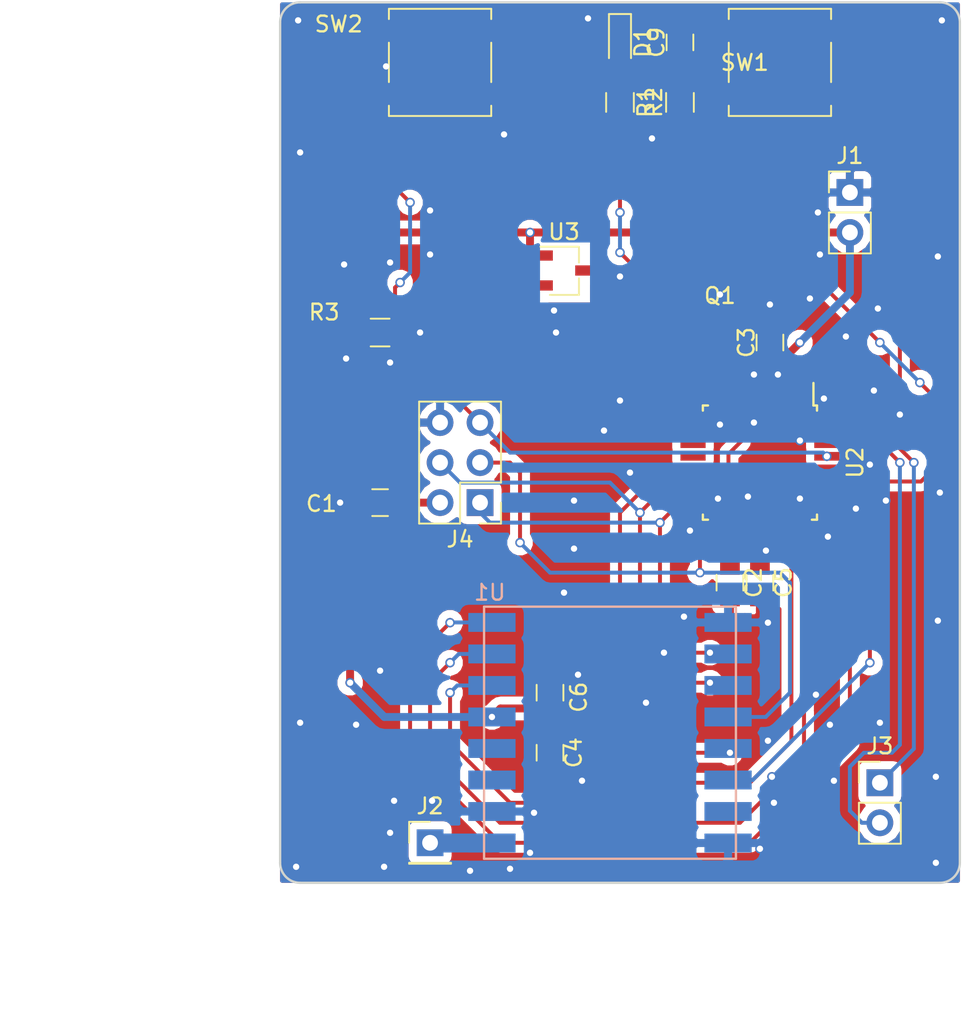
<source format=kicad_pcb>
(kicad_pcb (version 4) (host pcbnew 4.0.7-e2-6376~58~ubuntu14.04.1)

  (general
    (links 61)
    (no_connects 0)
    (area 86.130001 71.019999 147.420001 137.955001)
    (thickness 1.6)
    (drawings 15)
    (tracks 455)
    (zones 0)
    (modules 21)
    (nets 35)
  )

  (page A4)
  (layers
    (0 F.Cu signal hide)
    (31 B.Cu signal hide)
    (32 B.Adhes user)
    (33 F.Adhes user)
    (34 B.Paste user)
    (35 F.Paste user)
    (36 B.SilkS user)
    (37 F.SilkS user)
    (38 B.Mask user)
    (39 F.Mask user)
    (40 Dwgs.User user)
    (41 Cmts.User user)
    (42 Eco1.User user)
    (43 Eco2.User user)
    (44 Edge.Cuts user)
    (45 Margin user)
    (46 B.CrtYd user)
    (47 F.CrtYd user)
    (48 B.Fab user)
    (49 F.Fab user)
  )

  (setup
    (last_trace_width 1.2)
    (user_trace_width 0.25)
    (user_trace_width 0.5)
    (user_trace_width 0.75)
    (user_trace_width 1)
    (user_trace_width 1.2)
    (trace_clearance 0.2)
    (zone_clearance 0.508)
    (zone_45_only yes)
    (trace_min 0.2)
    (segment_width 0.2)
    (edge_width 0.15)
    (via_size 0.6)
    (via_drill 0.4)
    (via_min_size 0.4)
    (via_min_drill 0.3)
    (uvia_size 0.3)
    (uvia_drill 0.1)
    (uvias_allowed no)
    (uvia_min_size 0.2)
    (uvia_min_drill 0.1)
    (pcb_text_width 0.3)
    (pcb_text_size 1.5 1.5)
    (mod_edge_width 0.15)
    (mod_text_size 1 1)
    (mod_text_width 0.15)
    (pad_size 1.524 1.524)
    (pad_drill 0.762)
    (pad_to_mask_clearance 0.2)
    (aux_axis_origin 104.14 71.12)
    (grid_origin 104.14 71.12)
    (visible_elements FFFFFF7F)
    (pcbplotparams
      (layerselection 0x010f0_80000001)
      (usegerberextensions false)
      (excludeedgelayer true)
      (linewidth 0.100000)
      (plotframeref false)
      (viasonmask false)
      (mode 1)
      (useauxorigin false)
      (hpglpennumber 1)
      (hpglpenspeed 20)
      (hpglpendiameter 15)
      (hpglpenoverlay 2)
      (psnegative false)
      (psa4output false)
      (plotreference true)
      (plotvalue true)
      (plotinvisibletext false)
      (padsonsilk false)
      (subtractmaskfromsilk false)
      (outputformat 1)
      (mirror false)
      (drillshape 0)
      (scaleselection 1)
      (outputdirectory outputs/))
  )

  (net 0 "")
  (net 1 VCC)
  (net 2 GND)
  (net 3 "Net-(C5-Pad1)")
  (net 4 "Net-(C9-Pad1)")
  (net 5 "Net-(C9-Pad2)")
  (net 6 "Net-(D1-Pad2)")
  (net 7 "Net-(J2-Pad1)")
  (net 8 /TX)
  (net 9 /RX)
  (net 10 /MISO)
  (net 11 /SCK)
  (net 12 /MOSI)
  (net 13 /RESET)
  (net 14 "Net-(R1-Pad2)")
  (net 15 /RFM_SS)
  (net 16 /RFM_RESET)
  (net 17 "Net-(U1-Pad7)")
  (net 18 "Net-(U1-Pad11)")
  (net 19 "Net-(U1-Pad12)")
  (net 20 /RFM_D0)
  (net 21 /RFM_D1)
  (net 22 /RFM_D2)
  (net 23 "Net-(U2-Pad1)")
  (net 24 "Net-(U2-Pad2)")
  (net 25 "Net-(U2-Pad9)")
  (net 26 "Net-(U2-Pad10)")
  (net 27 "Net-(U2-Pad11)")
  (net 28 "Net-(U2-Pad12)")
  (net 29 "Net-(U2-Pad13)")
  (net 30 "Net-(U2-Pad19)")
  (net 31 "Net-(U2-Pad22)")
  (net 32 "Net-(U2-Pad28)")
  (net 33 "Net-(Q1-Pad1)")
  (net 34 "Net-(Q1-Pad3)")

  (net_class Default "This is the default net class."
    (clearance 0.2)
    (trace_width 0.25)
    (via_dia 0.6)
    (via_drill 0.4)
    (uvia_dia 0.3)
    (uvia_drill 0.1)
    (add_net /MISO)
    (add_net /MOSI)
    (add_net /RESET)
    (add_net /RFM_D0)
    (add_net /RFM_D1)
    (add_net /RFM_D2)
    (add_net /RFM_RESET)
    (add_net /RFM_SS)
    (add_net /RX)
    (add_net /SCK)
    (add_net /TX)
    (add_net GND)
    (add_net "Net-(C5-Pad1)")
    (add_net "Net-(C9-Pad1)")
    (add_net "Net-(C9-Pad2)")
    (add_net "Net-(D1-Pad2)")
    (add_net "Net-(J2-Pad1)")
    (add_net "Net-(Q1-Pad1)")
    (add_net "Net-(Q1-Pad3)")
    (add_net "Net-(R1-Pad2)")
    (add_net "Net-(U1-Pad11)")
    (add_net "Net-(U1-Pad12)")
    (add_net "Net-(U1-Pad7)")
    (add_net "Net-(U2-Pad1)")
    (add_net "Net-(U2-Pad10)")
    (add_net "Net-(U2-Pad11)")
    (add_net "Net-(U2-Pad12)")
    (add_net "Net-(U2-Pad13)")
    (add_net "Net-(U2-Pad19)")
    (add_net "Net-(U2-Pad2)")
    (add_net "Net-(U2-Pad22)")
    (add_net "Net-(U2-Pad28)")
    (add_net "Net-(U2-Pad9)")
    (add_net VCC)
  )

  (module drawn_by_jpmeijers:RFM95 (layer B.Cu) (tedit 5A59F8EB) (tstamp 5A58DFDB)
    (at 125.095 117.475 180)
    (path /5A551DFF)
    (fp_text reference U1 (at 7.63524 8.90016 180) (layer B.SilkS)
      (effects (font (size 1 1) (thickness 0.15)) (justify mirror))
    )
    (fp_text value RFM95 (at 7.80288 10.21334 180) (layer B.Fab)
      (effects (font (size 1 1) (thickness 0.15)) (justify mirror))
    )
    (fp_line (start 8 8) (end -8 8) (layer B.SilkS) (width 0.15))
    (fp_line (start -8 8) (end -8 -8) (layer B.SilkS) (width 0.15))
    (fp_line (start -8 -8) (end 8 -8) (layer B.SilkS) (width 0.15))
    (fp_line (start 8 -8) (end 8 8) (layer B.SilkS) (width 0.15))
    (pad 1 smd rect (at -7.5 7 180) (size 3 1.2) (layers B.Cu B.Paste B.Mask)
      (net 2 GND))
    (pad 2 smd rect (at -7.5 5 180) (size 3 1.2) (layers B.Cu B.Paste B.Mask)
      (net 10 /MISO))
    (pad 3 smd rect (at -7.5 3 180) (size 3 1.2) (layers B.Cu B.Paste B.Mask)
      (net 12 /MOSI))
    (pad 4 smd rect (at -7.5 1 180) (size 3 1.2) (layers B.Cu B.Paste B.Mask)
      (net 11 /SCK))
    (pad 5 smd rect (at -7.5 -1 180) (size 3 1.2) (layers B.Cu B.Paste B.Mask)
      (net 15 /RFM_SS))
    (pad 6 smd rect (at -7.5 -3 180) (size 3 1.2) (layers B.Cu B.Paste B.Mask)
      (net 16 /RFM_RESET))
    (pad 7 smd rect (at -7.5 -5 180) (size 3 1.2) (layers B.Cu B.Paste B.Mask)
      (net 17 "Net-(U1-Pad7)"))
    (pad 8 smd rect (at -7.5 -7 180) (size 3 1.2) (layers B.Cu B.Paste B.Mask)
      (net 2 GND))
    (pad 9 smd rect (at 7.5 -7 180) (size 3 1.2) (layers B.Cu B.Paste B.Mask)
      (net 7 "Net-(J2-Pad1)"))
    (pad 10 smd rect (at 7.5 -5 180) (size 3 1.2) (layers B.Cu B.Paste B.Mask)
      (net 2 GND))
    (pad 11 smd rect (at 7.5 -3 180) (size 3 1.2) (layers B.Cu B.Paste B.Mask)
      (net 18 "Net-(U1-Pad11)"))
    (pad 12 smd rect (at 7.5 -1 180) (size 3 1.2) (layers B.Cu B.Paste B.Mask)
      (net 19 "Net-(U1-Pad12)"))
    (pad 13 smd rect (at 7.5 1 180) (size 3 1.2) (layers B.Cu B.Paste B.Mask)
      (net 1 VCC))
    (pad 14 smd rect (at 7.5 3 180) (size 3 1.2) (layers B.Cu B.Paste B.Mask)
      (net 20 /RFM_D0))
    (pad 15 smd rect (at 7.5 5 180) (size 3 1.2) (layers B.Cu B.Paste B.Mask)
      (net 21 /RFM_D1))
    (pad 16 smd rect (at 7.5 7 180) (size 3 1.2) (layers B.Cu B.Paste B.Mask)
      (net 22 /RFM_D2))
  )

  (module Capacitors_SMD:C_0805 (layer F.Cu) (tedit 5A59F8D1) (tstamp 5A58DF54)
    (at 110.49 102.87 180)
    (descr "Capacitor SMD 0805, reflow soldering, AVX (see smccp.pdf)")
    (tags "capacitor 0805")
    (path /5A59056F)
    (attr smd)
    (fp_text reference C1 (at 3.72872 -0.07112 180) (layer F.SilkS)
      (effects (font (size 1 1) (thickness 0.15)))
    )
    (fp_text value 100n (at 2.9972 1.69164 180) (layer F.Fab)
      (effects (font (size 1 1) (thickness 0.15)))
    )
    (fp_text user %R (at 3.7338 -0.06604 180) (layer F.Fab)
      (effects (font (size 1 1) (thickness 0.15)))
    )
    (fp_line (start -1 0.62) (end -1 -0.62) (layer F.Fab) (width 0.1))
    (fp_line (start 1 0.62) (end -1 0.62) (layer F.Fab) (width 0.1))
    (fp_line (start 1 -0.62) (end 1 0.62) (layer F.Fab) (width 0.1))
    (fp_line (start -1 -0.62) (end 1 -0.62) (layer F.Fab) (width 0.1))
    (fp_line (start 0.5 -0.85) (end -0.5 -0.85) (layer F.SilkS) (width 0.12))
    (fp_line (start -0.5 0.85) (end 0.5 0.85) (layer F.SilkS) (width 0.12))
    (fp_line (start -1.75 -0.88) (end 1.75 -0.88) (layer F.CrtYd) (width 0.05))
    (fp_line (start -1.75 -0.88) (end -1.75 0.87) (layer F.CrtYd) (width 0.05))
    (fp_line (start 1.75 0.87) (end 1.75 -0.88) (layer F.CrtYd) (width 0.05))
    (fp_line (start 1.75 0.87) (end -1.75 0.87) (layer F.CrtYd) (width 0.05))
    (pad 1 smd rect (at -1 0 180) (size 1 1.25) (layers F.Cu F.Paste F.Mask)
      (net 1 VCC))
    (pad 2 smd rect (at 1 0 180) (size 1 1.25) (layers F.Cu F.Paste F.Mask)
      (net 2 GND))
    (model Capacitors_SMD.3dshapes/C_0805.wrl
      (at (xyz 0 0 0))
      (scale (xyz 1 1 1))
      (rotate (xyz 0 0 0))
    )
  )

  (module Capacitors_SMD:C_0805 (layer F.Cu) (tedit 58AA8463) (tstamp 5A58DF5A)
    (at 132.715 107.95 270)
    (descr "Capacitor SMD 0805, reflow soldering, AVX (see smccp.pdf)")
    (tags "capacitor 0805")
    (path /5A55359D)
    (attr smd)
    (fp_text reference C2 (at 0 -1.5 270) (layer F.SilkS)
      (effects (font (size 1 1) (thickness 0.15)))
    )
    (fp_text value 100n (at 0 1.75 270) (layer F.Fab)
      (effects (font (size 1 1) (thickness 0.15)))
    )
    (fp_text user %R (at 0 -1.5 270) (layer F.Fab)
      (effects (font (size 1 1) (thickness 0.15)))
    )
    (fp_line (start -1 0.62) (end -1 -0.62) (layer F.Fab) (width 0.1))
    (fp_line (start 1 0.62) (end -1 0.62) (layer F.Fab) (width 0.1))
    (fp_line (start 1 -0.62) (end 1 0.62) (layer F.Fab) (width 0.1))
    (fp_line (start -1 -0.62) (end 1 -0.62) (layer F.Fab) (width 0.1))
    (fp_line (start 0.5 -0.85) (end -0.5 -0.85) (layer F.SilkS) (width 0.12))
    (fp_line (start -0.5 0.85) (end 0.5 0.85) (layer F.SilkS) (width 0.12))
    (fp_line (start -1.75 -0.88) (end 1.75 -0.88) (layer F.CrtYd) (width 0.05))
    (fp_line (start -1.75 -0.88) (end -1.75 0.87) (layer F.CrtYd) (width 0.05))
    (fp_line (start 1.75 0.87) (end 1.75 -0.88) (layer F.CrtYd) (width 0.05))
    (fp_line (start 1.75 0.87) (end -1.75 0.87) (layer F.CrtYd) (width 0.05))
    (pad 1 smd rect (at -1 0 270) (size 1 1.25) (layers F.Cu F.Paste F.Mask)
      (net 1 VCC))
    (pad 2 smd rect (at 1 0 270) (size 1 1.25) (layers F.Cu F.Paste F.Mask)
      (net 2 GND))
    (model Capacitors_SMD.3dshapes/C_0805.wrl
      (at (xyz 0 0 0))
      (scale (xyz 1 1 1))
      (rotate (xyz 0 0 0))
    )
  )

  (module Capacitors_SMD:C_0805 (layer F.Cu) (tedit 58AA8463) (tstamp 5A58DF60)
    (at 135.255 92.71 90)
    (descr "Capacitor SMD 0805, reflow soldering, AVX (see smccp.pdf)")
    (tags "capacitor 0805")
    (path /5A55356E)
    (attr smd)
    (fp_text reference C3 (at 0 -1.5 90) (layer F.SilkS)
      (effects (font (size 1 1) (thickness 0.15)))
    )
    (fp_text value 100n (at 0 1.75 90) (layer F.Fab)
      (effects (font (size 1 1) (thickness 0.15)))
    )
    (fp_text user %R (at 0 -1.5 90) (layer F.Fab)
      (effects (font (size 1 1) (thickness 0.15)))
    )
    (fp_line (start -1 0.62) (end -1 -0.62) (layer F.Fab) (width 0.1))
    (fp_line (start 1 0.62) (end -1 0.62) (layer F.Fab) (width 0.1))
    (fp_line (start 1 -0.62) (end 1 0.62) (layer F.Fab) (width 0.1))
    (fp_line (start -1 -0.62) (end 1 -0.62) (layer F.Fab) (width 0.1))
    (fp_line (start 0.5 -0.85) (end -0.5 -0.85) (layer F.SilkS) (width 0.12))
    (fp_line (start -0.5 0.85) (end 0.5 0.85) (layer F.SilkS) (width 0.12))
    (fp_line (start -1.75 -0.88) (end 1.75 -0.88) (layer F.CrtYd) (width 0.05))
    (fp_line (start -1.75 -0.88) (end -1.75 0.87) (layer F.CrtYd) (width 0.05))
    (fp_line (start 1.75 0.87) (end 1.75 -0.88) (layer F.CrtYd) (width 0.05))
    (fp_line (start 1.75 0.87) (end -1.75 0.87) (layer F.CrtYd) (width 0.05))
    (pad 1 smd rect (at -1 0 90) (size 1 1.25) (layers F.Cu F.Paste F.Mask)
      (net 1 VCC))
    (pad 2 smd rect (at 1 0 90) (size 1 1.25) (layers F.Cu F.Paste F.Mask)
      (net 2 GND))
    (model Capacitors_SMD.3dshapes/C_0805.wrl
      (at (xyz 0 0 0))
      (scale (xyz 1 1 1))
      (rotate (xyz 0 0 0))
    )
  )

  (module Capacitors_SMD:C_0805 (layer F.Cu) (tedit 5A59F8F2) (tstamp 5A58DF66)
    (at 121.285 118.745 270)
    (descr "Capacitor SMD 0805, reflow soldering, AVX (see smccp.pdf)")
    (tags "capacitor 0805")
    (path /5A55344B)
    (attr smd)
    (fp_text reference C4 (at 0 -1.5 270) (layer F.SilkS)
      (effects (font (size 1 1) (thickness 0.15)))
    )
    (fp_text value 100n (at -0.22352 -2.88036 270) (layer F.Fab)
      (effects (font (size 1 1) (thickness 0.15)))
    )
    (fp_text user %R (at 0 -1.5 270) (layer F.Fab)
      (effects (font (size 1 1) (thickness 0.15)))
    )
    (fp_line (start -1 0.62) (end -1 -0.62) (layer F.Fab) (width 0.1))
    (fp_line (start 1 0.62) (end -1 0.62) (layer F.Fab) (width 0.1))
    (fp_line (start 1 -0.62) (end 1 0.62) (layer F.Fab) (width 0.1))
    (fp_line (start -1 -0.62) (end 1 -0.62) (layer F.Fab) (width 0.1))
    (fp_line (start 0.5 -0.85) (end -0.5 -0.85) (layer F.SilkS) (width 0.12))
    (fp_line (start -0.5 0.85) (end 0.5 0.85) (layer F.SilkS) (width 0.12))
    (fp_line (start -1.75 -0.88) (end 1.75 -0.88) (layer F.CrtYd) (width 0.05))
    (fp_line (start -1.75 -0.88) (end -1.75 0.87) (layer F.CrtYd) (width 0.05))
    (fp_line (start 1.75 0.87) (end 1.75 -0.88) (layer F.CrtYd) (width 0.05))
    (fp_line (start 1.75 0.87) (end -1.75 0.87) (layer F.CrtYd) (width 0.05))
    (pad 1 smd rect (at -1 0 270) (size 1 1.25) (layers F.Cu F.Paste F.Mask)
      (net 1 VCC))
    (pad 2 smd rect (at 1 0 270) (size 1 1.25) (layers F.Cu F.Paste F.Mask)
      (net 2 GND))
    (model Capacitors_SMD.3dshapes/C_0805.wrl
      (at (xyz 0 0 0))
      (scale (xyz 1 1 1))
      (rotate (xyz 0 0 0))
    )
  )

  (module Capacitors_SMD:C_0805 (layer F.Cu) (tedit 58AA8463) (tstamp 5A58DF6C)
    (at 134.62 107.95 270)
    (descr "Capacitor SMD 0805, reflow soldering, AVX (see smccp.pdf)")
    (tags "capacitor 0805")
    (path /5A5536D7)
    (attr smd)
    (fp_text reference C5 (at 0 -1.5 270) (layer F.SilkS)
      (effects (font (size 1 1) (thickness 0.15)))
    )
    (fp_text value 100n (at 0 1.75 270) (layer F.Fab)
      (effects (font (size 1 1) (thickness 0.15)))
    )
    (fp_text user %R (at 0 -1.5 270) (layer F.Fab)
      (effects (font (size 1 1) (thickness 0.15)))
    )
    (fp_line (start -1 0.62) (end -1 -0.62) (layer F.Fab) (width 0.1))
    (fp_line (start 1 0.62) (end -1 0.62) (layer F.Fab) (width 0.1))
    (fp_line (start 1 -0.62) (end 1 0.62) (layer F.Fab) (width 0.1))
    (fp_line (start -1 -0.62) (end 1 -0.62) (layer F.Fab) (width 0.1))
    (fp_line (start 0.5 -0.85) (end -0.5 -0.85) (layer F.SilkS) (width 0.12))
    (fp_line (start -0.5 0.85) (end 0.5 0.85) (layer F.SilkS) (width 0.12))
    (fp_line (start -1.75 -0.88) (end 1.75 -0.88) (layer F.CrtYd) (width 0.05))
    (fp_line (start -1.75 -0.88) (end -1.75 0.87) (layer F.CrtYd) (width 0.05))
    (fp_line (start 1.75 0.87) (end 1.75 -0.88) (layer F.CrtYd) (width 0.05))
    (fp_line (start 1.75 0.87) (end -1.75 0.87) (layer F.CrtYd) (width 0.05))
    (pad 1 smd rect (at -1 0 270) (size 1 1.25) (layers F.Cu F.Paste F.Mask)
      (net 3 "Net-(C5-Pad1)"))
    (pad 2 smd rect (at 1 0 270) (size 1 1.25) (layers F.Cu F.Paste F.Mask)
      (net 2 GND))
    (model Capacitors_SMD.3dshapes/C_0805.wrl
      (at (xyz 0 0 0))
      (scale (xyz 1 1 1))
      (rotate (xyz 0 0 0))
    )
  )

  (module Capacitors_SMD:C_0805 (layer F.Cu) (tedit 5A59F906) (tstamp 5A58DF72)
    (at 121.285 114.935 90)
    (descr "Capacitor SMD 0805, reflow soldering, AVX (see smccp.pdf)")
    (tags "capacitor 0805")
    (path /5A590646)
    (attr smd)
    (fp_text reference C6 (at -0.28956 1.81864 90) (layer F.SilkS)
      (effects (font (size 1 1) (thickness 0.15)))
    )
    (fp_text value 10u (at -0.0381 3.02006 90) (layer F.Fab)
      (effects (font (size 1 1) (thickness 0.15)))
    )
    (fp_text user %R (at -0.28448 1.81356 90) (layer F.Fab)
      (effects (font (size 1 1) (thickness 0.15)))
    )
    (fp_line (start -1 0.62) (end -1 -0.62) (layer F.Fab) (width 0.1))
    (fp_line (start 1 0.62) (end -1 0.62) (layer F.Fab) (width 0.1))
    (fp_line (start 1 -0.62) (end 1 0.62) (layer F.Fab) (width 0.1))
    (fp_line (start -1 -0.62) (end 1 -0.62) (layer F.Fab) (width 0.1))
    (fp_line (start 0.5 -0.85) (end -0.5 -0.85) (layer F.SilkS) (width 0.12))
    (fp_line (start -0.5 0.85) (end 0.5 0.85) (layer F.SilkS) (width 0.12))
    (fp_line (start -1.75 -0.88) (end 1.75 -0.88) (layer F.CrtYd) (width 0.05))
    (fp_line (start -1.75 -0.88) (end -1.75 0.87) (layer F.CrtYd) (width 0.05))
    (fp_line (start 1.75 0.87) (end 1.75 -0.88) (layer F.CrtYd) (width 0.05))
    (fp_line (start 1.75 0.87) (end -1.75 0.87) (layer F.CrtYd) (width 0.05))
    (pad 1 smd rect (at -1 0 90) (size 1 1.25) (layers F.Cu F.Paste F.Mask)
      (net 1 VCC))
    (pad 2 smd rect (at 1 0 90) (size 1 1.25) (layers F.Cu F.Paste F.Mask)
      (net 2 GND))
    (model Capacitors_SMD.3dshapes/C_0805.wrl
      (at (xyz 0 0 0))
      (scale (xyz 1 1 1))
      (rotate (xyz 0 0 0))
    )
  )

  (module Capacitors_SMD:C_0805 (layer F.Cu) (tedit 5A59F952) (tstamp 5A58DF84)
    (at 129.54 73.66 90)
    (descr "Capacitor SMD 0805, reflow soldering, AVX (see smccp.pdf)")
    (tags "capacitor 0805")
    (path /5A55226F)
    (attr smd)
    (fp_text reference C9 (at 0 -1.5 90) (layer F.SilkS)
      (effects (font (size 1 1) (thickness 0.15)))
    )
    (fp_text value 100n (at -0.40894 -1.54686 90) (layer F.Fab)
      (effects (font (size 1 1) (thickness 0.15)))
    )
    (fp_text user %R (at 0.02794 0.00762 90) (layer F.Fab)
      (effects (font (size 1 1) (thickness 0.15)))
    )
    (fp_line (start -1 0.62) (end -1 -0.62) (layer F.Fab) (width 0.1))
    (fp_line (start 1 0.62) (end -1 0.62) (layer F.Fab) (width 0.1))
    (fp_line (start 1 -0.62) (end 1 0.62) (layer F.Fab) (width 0.1))
    (fp_line (start -1 -0.62) (end 1 -0.62) (layer F.Fab) (width 0.1))
    (fp_line (start 0.5 -0.85) (end -0.5 -0.85) (layer F.SilkS) (width 0.12))
    (fp_line (start -0.5 0.85) (end 0.5 0.85) (layer F.SilkS) (width 0.12))
    (fp_line (start -1.75 -0.88) (end 1.75 -0.88) (layer F.CrtYd) (width 0.05))
    (fp_line (start -1.75 -0.88) (end -1.75 0.87) (layer F.CrtYd) (width 0.05))
    (fp_line (start 1.75 0.87) (end 1.75 -0.88) (layer F.CrtYd) (width 0.05))
    (fp_line (start 1.75 0.87) (end -1.75 0.87) (layer F.CrtYd) (width 0.05))
    (pad 1 smd rect (at -1 0 90) (size 1 1.25) (layers F.Cu F.Paste F.Mask)
      (net 4 "Net-(C9-Pad1)"))
    (pad 2 smd rect (at 1 0 90) (size 1 1.25) (layers F.Cu F.Paste F.Mask)
      (net 5 "Net-(C9-Pad2)"))
    (model Capacitors_SMD.3dshapes/C_0805.wrl
      (at (xyz 0 0 0))
      (scale (xyz 1 1 1))
      (rotate (xyz 0 0 0))
    )
  )

  (module LEDs:LED_0805 (layer F.Cu) (tedit 59959803) (tstamp 5A58DF8A)
    (at 125.73 73.66 270)
    (descr "LED 0805 smd package")
    (tags "LED led 0805 SMD smd SMT smt smdled SMDLED smtled SMTLED")
    (path /5A5914D1)
    (attr smd)
    (fp_text reference D1 (at 0 -1.45 270) (layer F.SilkS)
      (effects (font (size 1 1) (thickness 0.15)))
    )
    (fp_text value LED (at 0 1.55 270) (layer F.Fab)
      (effects (font (size 1 1) (thickness 0.15)))
    )
    (fp_line (start -1.8 -0.7) (end -1.8 0.7) (layer F.SilkS) (width 0.12))
    (fp_line (start -0.4 -0.4) (end -0.4 0.4) (layer F.Fab) (width 0.1))
    (fp_line (start -0.4 0) (end 0.2 -0.4) (layer F.Fab) (width 0.1))
    (fp_line (start 0.2 0.4) (end -0.4 0) (layer F.Fab) (width 0.1))
    (fp_line (start 0.2 -0.4) (end 0.2 0.4) (layer F.Fab) (width 0.1))
    (fp_line (start 1 0.6) (end -1 0.6) (layer F.Fab) (width 0.1))
    (fp_line (start 1 -0.6) (end 1 0.6) (layer F.Fab) (width 0.1))
    (fp_line (start -1 -0.6) (end 1 -0.6) (layer F.Fab) (width 0.1))
    (fp_line (start -1 0.6) (end -1 -0.6) (layer F.Fab) (width 0.1))
    (fp_line (start -1.8 0.7) (end 1 0.7) (layer F.SilkS) (width 0.12))
    (fp_line (start -1.8 -0.7) (end 1 -0.7) (layer F.SilkS) (width 0.12))
    (fp_line (start 1.95 -0.85) (end 1.95 0.85) (layer F.CrtYd) (width 0.05))
    (fp_line (start 1.95 0.85) (end -1.95 0.85) (layer F.CrtYd) (width 0.05))
    (fp_line (start -1.95 0.85) (end -1.95 -0.85) (layer F.CrtYd) (width 0.05))
    (fp_line (start -1.95 -0.85) (end 1.95 -0.85) (layer F.CrtYd) (width 0.05))
    (fp_text user %R (at 0 -1.25 270) (layer F.Fab)
      (effects (font (size 0.4 0.4) (thickness 0.1)))
    )
    (pad 2 smd rect (at 1.1 0 90) (size 1.2 1.2) (layers F.Cu F.Paste F.Mask)
      (net 6 "Net-(D1-Pad2)"))
    (pad 1 smd rect (at -1.1 0 90) (size 1.2 1.2) (layers F.Cu F.Paste F.Mask)
      (net 2 GND))
    (model ${KISYS3DMOD}/LEDs.3dshapes/LED_0805.wrl
      (at (xyz 0 0 0))
      (scale (xyz 1 1 1))
      (rotate (xyz 0 0 180))
    )
  )

  (module Pin_Headers:Pin_Header_Straight_1x02_Pitch2.54mm (layer F.Cu) (tedit 5A59F915) (tstamp 5A58DF90)
    (at 140.335 83.185)
    (descr "Through hole straight pin header, 1x02, 2.54mm pitch, single row")
    (tags "Through hole pin header THT 1x02 2.54mm single row")
    (path /5A58E750)
    (fp_text reference J1 (at 0 -2.33) (layer F.SilkS)
      (effects (font (size 1 1) (thickness 0.15)))
    )
    (fp_text value BATTERY (at -4.5847 -0.3937) (layer F.Fab)
      (effects (font (size 1 1) (thickness 0.15)))
    )
    (fp_line (start -0.635 -1.27) (end 1.27 -1.27) (layer F.Fab) (width 0.1))
    (fp_line (start 1.27 -1.27) (end 1.27 3.81) (layer F.Fab) (width 0.1))
    (fp_line (start 1.27 3.81) (end -1.27 3.81) (layer F.Fab) (width 0.1))
    (fp_line (start -1.27 3.81) (end -1.27 -0.635) (layer F.Fab) (width 0.1))
    (fp_line (start -1.27 -0.635) (end -0.635 -1.27) (layer F.Fab) (width 0.1))
    (fp_line (start -1.33 3.87) (end 1.33 3.87) (layer F.SilkS) (width 0.12))
    (fp_line (start -1.33 1.27) (end -1.33 3.87) (layer F.SilkS) (width 0.12))
    (fp_line (start 1.33 1.27) (end 1.33 3.87) (layer F.SilkS) (width 0.12))
    (fp_line (start -1.33 1.27) (end 1.33 1.27) (layer F.SilkS) (width 0.12))
    (fp_line (start -1.33 0) (end -1.33 -1.33) (layer F.SilkS) (width 0.12))
    (fp_line (start -1.33 -1.33) (end 0 -1.33) (layer F.SilkS) (width 0.12))
    (fp_line (start -1.8 -1.8) (end -1.8 4.35) (layer F.CrtYd) (width 0.05))
    (fp_line (start -1.8 4.35) (end 1.8 4.35) (layer F.CrtYd) (width 0.05))
    (fp_line (start 1.8 4.35) (end 1.8 -1.8) (layer F.CrtYd) (width 0.05))
    (fp_line (start 1.8 -1.8) (end -1.8 -1.8) (layer F.CrtYd) (width 0.05))
    (fp_text user %R (at 0 1.27 90) (layer F.Fab)
      (effects (font (size 1 1) (thickness 0.15)))
    )
    (pad 1 thru_hole rect (at 0 0) (size 1.7 1.7) (drill 1) (layers *.Cu *.Mask)
      (net 2 GND))
    (pad 2 thru_hole oval (at 0 2.54) (size 1.7 1.7) (drill 1) (layers *.Cu *.Mask)
      (net 1 VCC))
    (model ${KISYS3DMOD}/Pin_Headers.3dshapes/Pin_Header_Straight_1x02_Pitch2.54mm.wrl
      (at (xyz 0 0 0))
      (scale (xyz 1 1 1))
      (rotate (xyz 0 0 0))
    )
  )

  (module Pin_Headers:Pin_Header_Straight_1x01_Pitch2.54mm (layer F.Cu) (tedit 5A59F8DD) (tstamp 5A58DF95)
    (at 113.665 124.46)
    (descr "Through hole straight pin header, 1x01, 2.54mm pitch, single row")
    (tags "Through hole pin header THT 1x01 2.54mm single row")
    (path /5A58FFB1)
    (fp_text reference J2 (at 0 -2.33) (layer F.SilkS)
      (effects (font (size 1 1) (thickness 0.15)))
    )
    (fp_text value ANTENNA (at -4.86664 0.40386) (layer F.Fab)
      (effects (font (size 1 1) (thickness 0.15)))
    )
    (fp_line (start -0.635 -1.27) (end 1.27 -1.27) (layer F.Fab) (width 0.1))
    (fp_line (start 1.27 -1.27) (end 1.27 1.27) (layer F.Fab) (width 0.1))
    (fp_line (start 1.27 1.27) (end -1.27 1.27) (layer F.Fab) (width 0.1))
    (fp_line (start -1.27 1.27) (end -1.27 -0.635) (layer F.Fab) (width 0.1))
    (fp_line (start -1.27 -0.635) (end -0.635 -1.27) (layer F.Fab) (width 0.1))
    (fp_line (start -1.33 1.33) (end 1.33 1.33) (layer F.SilkS) (width 0.12))
    (fp_line (start -1.33 1.27) (end -1.33 1.33) (layer F.SilkS) (width 0.12))
    (fp_line (start 1.33 1.27) (end 1.33 1.33) (layer F.SilkS) (width 0.12))
    (fp_line (start -1.33 1.27) (end 1.33 1.27) (layer F.SilkS) (width 0.12))
    (fp_line (start -1.33 0) (end -1.33 -1.33) (layer F.SilkS) (width 0.12))
    (fp_line (start -1.33 -1.33) (end 0 -1.33) (layer F.SilkS) (width 0.12))
    (fp_line (start -1.8 -1.8) (end -1.8 1.8) (layer F.CrtYd) (width 0.05))
    (fp_line (start -1.8 1.8) (end 1.8 1.8) (layer F.CrtYd) (width 0.05))
    (fp_line (start 1.8 1.8) (end 1.8 -1.8) (layer F.CrtYd) (width 0.05))
    (fp_line (start 1.8 -1.8) (end -1.8 -1.8) (layer F.CrtYd) (width 0.05))
    (fp_text user %R (at 0 0 90) (layer F.Fab)
      (effects (font (size 1 1) (thickness 0.15)))
    )
    (pad 1 thru_hole rect (at 0 0) (size 1.7 1.7) (drill 1) (layers *.Cu *.Mask)
      (net 7 "Net-(J2-Pad1)"))
    (model ${KISYS3DMOD}/Pin_Headers.3dshapes/Pin_Header_Straight_1x01_Pitch2.54mm.wrl
      (at (xyz 0 0 0))
      (scale (xyz 1 1 1))
      (rotate (xyz 0 0 0))
    )
  )

  (module Pin_Headers:Pin_Header_Straight_1x02_Pitch2.54mm (layer F.Cu) (tedit 59650532) (tstamp 5A58DF9B)
    (at 142.24 120.65)
    (descr "Through hole straight pin header, 1x02, 2.54mm pitch, single row")
    (tags "Through hole pin header THT 1x02 2.54mm single row")
    (path /5A58D891)
    (fp_text reference J3 (at 0 -2.33) (layer F.SilkS)
      (effects (font (size 1 1) (thickness 0.15)))
    )
    (fp_text value UART (at 0 4.87) (layer F.Fab)
      (effects (font (size 1 1) (thickness 0.15)))
    )
    (fp_line (start -0.635 -1.27) (end 1.27 -1.27) (layer F.Fab) (width 0.1))
    (fp_line (start 1.27 -1.27) (end 1.27 3.81) (layer F.Fab) (width 0.1))
    (fp_line (start 1.27 3.81) (end -1.27 3.81) (layer F.Fab) (width 0.1))
    (fp_line (start -1.27 3.81) (end -1.27 -0.635) (layer F.Fab) (width 0.1))
    (fp_line (start -1.27 -0.635) (end -0.635 -1.27) (layer F.Fab) (width 0.1))
    (fp_line (start -1.33 3.87) (end 1.33 3.87) (layer F.SilkS) (width 0.12))
    (fp_line (start -1.33 1.27) (end -1.33 3.87) (layer F.SilkS) (width 0.12))
    (fp_line (start 1.33 1.27) (end 1.33 3.87) (layer F.SilkS) (width 0.12))
    (fp_line (start -1.33 1.27) (end 1.33 1.27) (layer F.SilkS) (width 0.12))
    (fp_line (start -1.33 0) (end -1.33 -1.33) (layer F.SilkS) (width 0.12))
    (fp_line (start -1.33 -1.33) (end 0 -1.33) (layer F.SilkS) (width 0.12))
    (fp_line (start -1.8 -1.8) (end -1.8 4.35) (layer F.CrtYd) (width 0.05))
    (fp_line (start -1.8 4.35) (end 1.8 4.35) (layer F.CrtYd) (width 0.05))
    (fp_line (start 1.8 4.35) (end 1.8 -1.8) (layer F.CrtYd) (width 0.05))
    (fp_line (start 1.8 -1.8) (end -1.8 -1.8) (layer F.CrtYd) (width 0.05))
    (fp_text user %R (at 0 1.27 90) (layer F.Fab)
      (effects (font (size 1 1) (thickness 0.15)))
    )
    (pad 1 thru_hole rect (at 0 0) (size 1.7 1.7) (drill 1) (layers *.Cu *.Mask)
      (net 8 /TX))
    (pad 2 thru_hole oval (at 0 2.54) (size 1.7 1.7) (drill 1) (layers *.Cu *.Mask)
      (net 9 /RX))
    (model ${KISYS3DMOD}/Pin_Headers.3dshapes/Pin_Header_Straight_1x02_Pitch2.54mm.wrl
      (at (xyz 0 0 0))
      (scale (xyz 1 1 1))
      (rotate (xyz 0 0 0))
    )
  )

  (module Pin_Headers:Pin_Header_Straight_2x03_Pitch2.54mm (layer F.Cu) (tedit 5A59F890) (tstamp 5A58DFA5)
    (at 116.84 102.87 180)
    (descr "Through hole straight pin header, 2x03, 2.54mm pitch, double rows")
    (tags "Through hole pin header THT 2x03 2.54mm double row")
    (path /5A58DB03)
    (fp_text reference J4 (at 1.27 -2.33 180) (layer F.SilkS)
      (effects (font (size 1 1) (thickness 0.15)))
    )
    (fp_text value ICSP (at -1.0795 7.2009 180) (layer F.Fab)
      (effects (font (size 1 1) (thickness 0.15)))
    )
    (fp_line (start 0 -1.27) (end 3.81 -1.27) (layer F.Fab) (width 0.1))
    (fp_line (start 3.81 -1.27) (end 3.81 6.35) (layer F.Fab) (width 0.1))
    (fp_line (start 3.81 6.35) (end -1.27 6.35) (layer F.Fab) (width 0.1))
    (fp_line (start -1.27 6.35) (end -1.27 0) (layer F.Fab) (width 0.1))
    (fp_line (start -1.27 0) (end 0 -1.27) (layer F.Fab) (width 0.1))
    (fp_line (start -1.33 6.41) (end 3.87 6.41) (layer F.SilkS) (width 0.12))
    (fp_line (start -1.33 1.27) (end -1.33 6.41) (layer F.SilkS) (width 0.12))
    (fp_line (start 3.87 -1.33) (end 3.87 6.41) (layer F.SilkS) (width 0.12))
    (fp_line (start -1.33 1.27) (end 1.27 1.27) (layer F.SilkS) (width 0.12))
    (fp_line (start 1.27 1.27) (end 1.27 -1.33) (layer F.SilkS) (width 0.12))
    (fp_line (start 1.27 -1.33) (end 3.87 -1.33) (layer F.SilkS) (width 0.12))
    (fp_line (start -1.33 0) (end -1.33 -1.33) (layer F.SilkS) (width 0.12))
    (fp_line (start -1.33 -1.33) (end 0 -1.33) (layer F.SilkS) (width 0.12))
    (fp_line (start -1.8 -1.8) (end -1.8 6.85) (layer F.CrtYd) (width 0.05))
    (fp_line (start -1.8 6.85) (end 4.35 6.85) (layer F.CrtYd) (width 0.05))
    (fp_line (start 4.35 6.85) (end 4.35 -1.8) (layer F.CrtYd) (width 0.05))
    (fp_line (start 4.35 -1.8) (end -1.8 -1.8) (layer F.CrtYd) (width 0.05))
    (fp_text user %R (at 1.27 2.54 270) (layer F.Fab)
      (effects (font (size 1 1) (thickness 0.15)))
    )
    (pad 1 thru_hole rect (at 0 0 180) (size 1.7 1.7) (drill 1) (layers *.Cu *.Mask)
      (net 10 /MISO))
    (pad 2 thru_hole oval (at 2.54 0 180) (size 1.7 1.7) (drill 1) (layers *.Cu *.Mask)
      (net 1 VCC))
    (pad 3 thru_hole oval (at 0 2.54 180) (size 1.7 1.7) (drill 1) (layers *.Cu *.Mask)
      (net 11 /SCK))
    (pad 4 thru_hole oval (at 2.54 2.54 180) (size 1.7 1.7) (drill 1) (layers *.Cu *.Mask)
      (net 12 /MOSI))
    (pad 5 thru_hole oval (at 0 5.08 180) (size 1.7 1.7) (drill 1) (layers *.Cu *.Mask)
      (net 13 /RESET))
    (pad 6 thru_hole oval (at 2.54 5.08 180) (size 1.7 1.7) (drill 1) (layers *.Cu *.Mask)
      (net 2 GND))
    (model ${KISYS3DMOD}/Pin_Headers.3dshapes/Pin_Header_Straight_2x03_Pitch2.54mm.wrl
      (at (xyz 0 0 0))
      (scale (xyz 1 1 1))
      (rotate (xyz 0 0 0))
    )
  )

  (module Resistors_SMD:R_0805 (layer F.Cu) (tedit 58E0A804) (tstamp 5A58DFAB)
    (at 125.73 77.47 270)
    (descr "Resistor SMD 0805, reflow soldering, Vishay (see dcrcw.pdf)")
    (tags "resistor 0805")
    (path /5A591424)
    (attr smd)
    (fp_text reference R1 (at 0 -1.65 270) (layer F.SilkS)
      (effects (font (size 1 1) (thickness 0.15)))
    )
    (fp_text value 300 (at 0 1.75 270) (layer F.Fab)
      (effects (font (size 1 1) (thickness 0.15)))
    )
    (fp_text user %R (at 0 0 270) (layer F.Fab)
      (effects (font (size 0.5 0.5) (thickness 0.075)))
    )
    (fp_line (start -1 0.62) (end -1 -0.62) (layer F.Fab) (width 0.1))
    (fp_line (start 1 0.62) (end -1 0.62) (layer F.Fab) (width 0.1))
    (fp_line (start 1 -0.62) (end 1 0.62) (layer F.Fab) (width 0.1))
    (fp_line (start -1 -0.62) (end 1 -0.62) (layer F.Fab) (width 0.1))
    (fp_line (start 0.6 0.88) (end -0.6 0.88) (layer F.SilkS) (width 0.12))
    (fp_line (start -0.6 -0.88) (end 0.6 -0.88) (layer F.SilkS) (width 0.12))
    (fp_line (start -1.55 -0.9) (end 1.55 -0.9) (layer F.CrtYd) (width 0.05))
    (fp_line (start -1.55 -0.9) (end -1.55 0.9) (layer F.CrtYd) (width 0.05))
    (fp_line (start 1.55 0.9) (end 1.55 -0.9) (layer F.CrtYd) (width 0.05))
    (fp_line (start 1.55 0.9) (end -1.55 0.9) (layer F.CrtYd) (width 0.05))
    (pad 1 smd rect (at -0.95 0 270) (size 0.7 1.3) (layers F.Cu F.Paste F.Mask)
      (net 6 "Net-(D1-Pad2)"))
    (pad 2 smd rect (at 0.95 0 270) (size 0.7 1.3) (layers F.Cu F.Paste F.Mask)
      (net 14 "Net-(R1-Pad2)"))
    (model ${KISYS3DMOD}/Resistors_SMD.3dshapes/R_0805.wrl
      (at (xyz 0 0 0))
      (scale (xyz 1 1 1))
      (rotate (xyz 0 0 0))
    )
  )

  (module Resistors_SMD:R_0805 (layer F.Cu) (tedit 5A59F936) (tstamp 5A58DFB1)
    (at 129.54 77.47 90)
    (descr "Resistor SMD 0805, reflow soldering, Vishay (see dcrcw.pdf)")
    (tags "resistor 0805")
    (path /5A552E8E)
    (attr smd)
    (fp_text reference R2 (at 0 -1.65 90) (layer F.SilkS)
      (effects (font (size 1 1) (thickness 0.15)))
    )
    (fp_text value 10k (at -1.93548 1.97358 90) (layer F.Fab)
      (effects (font (size 1 1) (thickness 0.15)))
    )
    (fp_text user %R (at 0 0 90) (layer F.Fab)
      (effects (font (size 0.5 0.5) (thickness 0.075)))
    )
    (fp_line (start -1 0.62) (end -1 -0.62) (layer F.Fab) (width 0.1))
    (fp_line (start 1 0.62) (end -1 0.62) (layer F.Fab) (width 0.1))
    (fp_line (start 1 -0.62) (end 1 0.62) (layer F.Fab) (width 0.1))
    (fp_line (start -1 -0.62) (end 1 -0.62) (layer F.Fab) (width 0.1))
    (fp_line (start 0.6 0.88) (end -0.6 0.88) (layer F.SilkS) (width 0.12))
    (fp_line (start -0.6 -0.88) (end 0.6 -0.88) (layer F.SilkS) (width 0.12))
    (fp_line (start -1.55 -0.9) (end 1.55 -0.9) (layer F.CrtYd) (width 0.05))
    (fp_line (start -1.55 -0.9) (end -1.55 0.9) (layer F.CrtYd) (width 0.05))
    (fp_line (start 1.55 0.9) (end 1.55 -0.9) (layer F.CrtYd) (width 0.05))
    (fp_line (start 1.55 0.9) (end -1.55 0.9) (layer F.CrtYd) (width 0.05))
    (pad 1 smd rect (at -0.95 0 90) (size 0.7 1.3) (layers F.Cu F.Paste F.Mask)
      (net 1 VCC))
    (pad 2 smd rect (at 0.95 0 90) (size 0.7 1.3) (layers F.Cu F.Paste F.Mask)
      (net 5 "Net-(C9-Pad2)"))
    (model ${KISYS3DMOD}/Resistors_SMD.3dshapes/R_0805.wrl
      (at (xyz 0 0 0))
      (scale (xyz 1 1 1))
      (rotate (xyz 0 0 0))
    )
  )

  (module Resistors_SMD:R_0805 (layer F.Cu) (tedit 5A59F897) (tstamp 5A58DFB7)
    (at 110.49 92.075)
    (descr "Resistor SMD 0805, reflow soldering, Vishay (see dcrcw.pdf)")
    (tags "resistor 0805")
    (path /5A5526AB)
    (attr smd)
    (fp_text reference R3 (at -3.55092 -1.28524) (layer F.SilkS)
      (effects (font (size 1 1) (thickness 0.15)))
    )
    (fp_text value 10k (at -3.1623 0.14224) (layer F.Fab)
      (effects (font (size 1 1) (thickness 0.15)))
    )
    (fp_text user %R (at 0 0) (layer F.Fab)
      (effects (font (size 0.5 0.5) (thickness 0.075)))
    )
    (fp_line (start -1 0.62) (end -1 -0.62) (layer F.Fab) (width 0.1))
    (fp_line (start 1 0.62) (end -1 0.62) (layer F.Fab) (width 0.1))
    (fp_line (start 1 -0.62) (end 1 0.62) (layer F.Fab) (width 0.1))
    (fp_line (start -1 -0.62) (end 1 -0.62) (layer F.Fab) (width 0.1))
    (fp_line (start 0.6 0.88) (end -0.6 0.88) (layer F.SilkS) (width 0.12))
    (fp_line (start -0.6 -0.88) (end 0.6 -0.88) (layer F.SilkS) (width 0.12))
    (fp_line (start -1.55 -0.9) (end 1.55 -0.9) (layer F.CrtYd) (width 0.05))
    (fp_line (start -1.55 -0.9) (end -1.55 0.9) (layer F.CrtYd) (width 0.05))
    (fp_line (start 1.55 0.9) (end 1.55 -0.9) (layer F.CrtYd) (width 0.05))
    (fp_line (start 1.55 0.9) (end -1.55 0.9) (layer F.CrtYd) (width 0.05))
    (pad 1 smd rect (at -0.95 0) (size 0.7 1.3) (layers F.Cu F.Paste F.Mask)
      (net 1 VCC))
    (pad 2 smd rect (at 0.95 0) (size 0.7 1.3) (layers F.Cu F.Paste F.Mask)
      (net 13 /RESET))
    (model ${KISYS3DMOD}/Resistors_SMD.3dshapes/R_0805.wrl
      (at (xyz 0 0 0))
      (scale (xyz 1 1 1))
      (rotate (xyz 0 0 0))
    )
  )

  (module Housings_QFP:TQFP-32_7x7mm_Pitch0.8mm (layer F.Cu) (tedit 58CC9A48) (tstamp 5A58DFFF)
    (at 134.62 100.33 270)
    (descr "32-Lead Plastic Thin Quad Flatpack (PT) - 7x7x1.0 mm Body, 2.00 mm [TQFP] (see Microchip Packaging Specification 00000049BS.pdf)")
    (tags "QFP 0.8")
    (path /5A551EDC)
    (attr smd)
    (fp_text reference U2 (at 0 -6.05 270) (layer F.SilkS)
      (effects (font (size 1 1) (thickness 0.15)))
    )
    (fp_text value ATMEGA328P-AU (at 0 6.05 270) (layer F.Fab)
      (effects (font (size 1 1) (thickness 0.15)))
    )
    (fp_text user %R (at 0 0 270) (layer F.Fab)
      (effects (font (size 1 1) (thickness 0.15)))
    )
    (fp_line (start -2.5 -3.5) (end 3.5 -3.5) (layer F.Fab) (width 0.15))
    (fp_line (start 3.5 -3.5) (end 3.5 3.5) (layer F.Fab) (width 0.15))
    (fp_line (start 3.5 3.5) (end -3.5 3.5) (layer F.Fab) (width 0.15))
    (fp_line (start -3.5 3.5) (end -3.5 -2.5) (layer F.Fab) (width 0.15))
    (fp_line (start -3.5 -2.5) (end -2.5 -3.5) (layer F.Fab) (width 0.15))
    (fp_line (start -5.3 -5.3) (end -5.3 5.3) (layer F.CrtYd) (width 0.05))
    (fp_line (start 5.3 -5.3) (end 5.3 5.3) (layer F.CrtYd) (width 0.05))
    (fp_line (start -5.3 -5.3) (end 5.3 -5.3) (layer F.CrtYd) (width 0.05))
    (fp_line (start -5.3 5.3) (end 5.3 5.3) (layer F.CrtYd) (width 0.05))
    (fp_line (start -3.625 -3.625) (end -3.625 -3.4) (layer F.SilkS) (width 0.15))
    (fp_line (start 3.625 -3.625) (end 3.625 -3.3) (layer F.SilkS) (width 0.15))
    (fp_line (start 3.625 3.625) (end 3.625 3.3) (layer F.SilkS) (width 0.15))
    (fp_line (start -3.625 3.625) (end -3.625 3.3) (layer F.SilkS) (width 0.15))
    (fp_line (start -3.625 -3.625) (end -3.3 -3.625) (layer F.SilkS) (width 0.15))
    (fp_line (start -3.625 3.625) (end -3.3 3.625) (layer F.SilkS) (width 0.15))
    (fp_line (start 3.625 3.625) (end 3.3 3.625) (layer F.SilkS) (width 0.15))
    (fp_line (start 3.625 -3.625) (end 3.3 -3.625) (layer F.SilkS) (width 0.15))
    (fp_line (start -3.625 -3.4) (end -5.05 -3.4) (layer F.SilkS) (width 0.15))
    (pad 1 smd rect (at -4.25 -2.8 270) (size 1.6 0.55) (layers F.Cu F.Paste F.Mask)
      (net 23 "Net-(U2-Pad1)"))
    (pad 2 smd rect (at -4.25 -2 270) (size 1.6 0.55) (layers F.Cu F.Paste F.Mask)
      (net 24 "Net-(U2-Pad2)"))
    (pad 3 smd rect (at -4.25 -1.2 270) (size 1.6 0.55) (layers F.Cu F.Paste F.Mask)
      (net 2 GND))
    (pad 4 smd rect (at -4.25 -0.4 270) (size 1.6 0.55) (layers F.Cu F.Paste F.Mask)
      (net 1 VCC))
    (pad 5 smd rect (at -4.25 0.4 270) (size 1.6 0.55) (layers F.Cu F.Paste F.Mask)
      (net 2 GND))
    (pad 6 smd rect (at -4.25 1.2 270) (size 1.6 0.55) (layers F.Cu F.Paste F.Mask)
      (net 1 VCC))
    (pad 7 smd rect (at -4.25 2 270) (size 1.6 0.55) (layers F.Cu F.Paste F.Mask)
      (net 34 "Net-(Q1-Pad3)"))
    (pad 8 smd rect (at -4.25 2.8 270) (size 1.6 0.55) (layers F.Cu F.Paste F.Mask)
      (net 33 "Net-(Q1-Pad1)"))
    (pad 9 smd rect (at -2.8 4.25) (size 1.6 0.55) (layers F.Cu F.Paste F.Mask)
      (net 25 "Net-(U2-Pad9)"))
    (pad 10 smd rect (at -2 4.25) (size 1.6 0.55) (layers F.Cu F.Paste F.Mask)
      (net 26 "Net-(U2-Pad10)"))
    (pad 11 smd rect (at -1.2 4.25) (size 1.6 0.55) (layers F.Cu F.Paste F.Mask)
      (net 27 "Net-(U2-Pad11)"))
    (pad 12 smd rect (at -0.4 4.25) (size 1.6 0.55) (layers F.Cu F.Paste F.Mask)
      (net 28 "Net-(U2-Pad12)"))
    (pad 13 smd rect (at 0.4 4.25) (size 1.6 0.55) (layers F.Cu F.Paste F.Mask)
      (net 29 "Net-(U2-Pad13)"))
    (pad 14 smd rect (at 1.2 4.25) (size 1.6 0.55) (layers F.Cu F.Paste F.Mask)
      (net 15 /RFM_SS))
    (pad 15 smd rect (at 2 4.25) (size 1.6 0.55) (layers F.Cu F.Paste F.Mask)
      (net 12 /MOSI))
    (pad 16 smd rect (at 2.8 4.25) (size 1.6 0.55) (layers F.Cu F.Paste F.Mask)
      (net 10 /MISO))
    (pad 17 smd rect (at 4.25 2.8 270) (size 1.6 0.55) (layers F.Cu F.Paste F.Mask)
      (net 11 /SCK))
    (pad 18 smd rect (at 4.25 2 270) (size 1.6 0.55) (layers F.Cu F.Paste F.Mask)
      (net 1 VCC))
    (pad 19 smd rect (at 4.25 1.2 270) (size 1.6 0.55) (layers F.Cu F.Paste F.Mask)
      (net 30 "Net-(U2-Pad19)"))
    (pad 20 smd rect (at 4.25 0.4 270) (size 1.6 0.55) (layers F.Cu F.Paste F.Mask)
      (net 3 "Net-(C5-Pad1)"))
    (pad 21 smd rect (at 4.25 -0.4 270) (size 1.6 0.55) (layers F.Cu F.Paste F.Mask)
      (net 2 GND))
    (pad 22 smd rect (at 4.25 -1.2 270) (size 1.6 0.55) (layers F.Cu F.Paste F.Mask)
      (net 31 "Net-(U2-Pad22)"))
    (pad 23 smd rect (at 4.25 -2 270) (size 1.6 0.55) (layers F.Cu F.Paste F.Mask)
      (net 20 /RFM_D0))
    (pad 24 smd rect (at 4.25 -2.8 270) (size 1.6 0.55) (layers F.Cu F.Paste F.Mask)
      (net 21 /RFM_D1))
    (pad 25 smd rect (at 2.8 -4.25) (size 1.6 0.55) (layers F.Cu F.Paste F.Mask)
      (net 22 /RFM_D2))
    (pad 26 smd rect (at 2 -4.25) (size 1.6 0.55) (layers F.Cu F.Paste F.Mask)
      (net 16 /RFM_RESET))
    (pad 27 smd rect (at 1.2 -4.25) (size 1.6 0.55) (layers F.Cu F.Paste F.Mask)
      (net 14 "Net-(R1-Pad2)"))
    (pad 28 smd rect (at 0.4 -4.25) (size 1.6 0.55) (layers F.Cu F.Paste F.Mask)
      (net 32 "Net-(U2-Pad28)"))
    (pad 29 smd rect (at -0.4 -4.25) (size 1.6 0.55) (layers F.Cu F.Paste F.Mask)
      (net 13 /RESET))
    (pad 30 smd rect (at -1.2 -4.25) (size 1.6 0.55) (layers F.Cu F.Paste F.Mask)
      (net 9 /RX))
    (pad 31 smd rect (at -2 -4.25) (size 1.6 0.55) (layers F.Cu F.Paste F.Mask)
      (net 8 /TX))
    (pad 32 smd rect (at -2.8 -4.25) (size 1.6 0.55) (layers F.Cu F.Paste F.Mask)
      (net 5 "Net-(C9-Pad2)"))
    (model ${KISYS3DMOD}/Housings_QFP.3dshapes/TQFP-32_7x7mm_Pitch0.8mm.wrl
      (at (xyz 0 0 0))
      (scale (xyz 1 1 1))
      (rotate (xyz 0 0 0))
    )
  )

  (module TO_SOT_Packages_SMD:TSOT-23_HandSoldering (layer F.Cu) (tedit 5A59F88C) (tstamp 5A58E006)
    (at 122.174 88.138)
    (descr "5-pin TSOT23 package, http://cds.linear.com/docs/en/packaging/SOT_5_05-08-1635.pdf")
    (tags "TSOT-23 Hand-soldering")
    (path /5A58BA53)
    (attr smd)
    (fp_text reference U3 (at 0 -2.45) (layer F.SilkS)
      (effects (font (size 1 1) (thickness 0.15)))
    )
    (fp_text value TSH251 (at -5.1054 2.47142) (layer F.Fab)
      (effects (font (size 1 1) (thickness 0.15)))
    )
    (fp_text user %R (at 0 0 90) (layer F.Fab)
      (effects (font (size 0.5 0.5) (thickness 0.075)))
    )
    (fp_line (start 0.95 0.5) (end 0.95 1.55) (layer F.SilkS) (width 0.12))
    (fp_line (start 0.95 1.55) (end -0.9 1.55) (layer F.SilkS) (width 0.12))
    (fp_line (start 0.95 -1.5) (end 0.95 -0.5) (layer F.SilkS) (width 0.12))
    (fp_line (start 0.93 -1.51) (end -1.5 -1.51) (layer F.SilkS) (width 0.12))
    (fp_line (start -0.88 -1) (end -0.43 -1.45) (layer F.Fab) (width 0.1))
    (fp_line (start 0.88 -1.45) (end -0.43 -1.45) (layer F.Fab) (width 0.1))
    (fp_line (start -0.88 -1) (end -0.88 1.45) (layer F.Fab) (width 0.1))
    (fp_line (start 0.88 1.45) (end -0.88 1.45) (layer F.Fab) (width 0.1))
    (fp_line (start 0.88 -1.45) (end 0.88 1.45) (layer F.Fab) (width 0.1))
    (fp_line (start -2.96 -1.7) (end 2.96 -1.7) (layer F.CrtYd) (width 0.05))
    (fp_line (start -2.96 -1.7) (end -2.96 1.7) (layer F.CrtYd) (width 0.05))
    (fp_line (start 2.96 1.7) (end 2.96 -1.7) (layer F.CrtYd) (width 0.05))
    (fp_line (start 2.96 1.7) (end -2.96 1.7) (layer F.CrtYd) (width 0.05))
    (pad 1 smd rect (at -1.71 -0.95) (size 2 0.65) (layers F.Cu F.Paste F.Mask)
      (net 1 VCC))
    (pad 2 smd rect (at -1.71 0.95) (size 2 0.65) (layers F.Cu F.Paste F.Mask)
      (net 25 "Net-(U2-Pad9)"))
    (pad 3 smd rect (at 1.71 0) (size 2 0.65) (layers F.Cu F.Paste F.Mask)
      (net 2 GND))
    (model ${KISYS3DMOD}/TO_SOT_Packages_SMD.3dshapes/TSOT-23.wrl
      (at (xyz 0 0 0))
      (scale (xyz 1 1 1))
      (rotate (xyz 0 0 0))
    )
  )

  (module Buttons_Switches_SMD:SW_SPST_B3SL-1002P (layer F.Cu) (tedit 5A59F92C) (tstamp 5A58E321)
    (at 135.89 74.93)
    (descr "Middle Stroke Tactile Switch, B3SL")
    (tags "Middle Stroke Tactile Switch")
    (path /5A5520DC)
    (attr smd)
    (fp_text reference SW1 (at -2.2352 0.0127) (layer F.SilkS)
      (effects (font (size 1 1) (thickness 0.15)))
    )
    (fp_text value SW_Push (at 0 4.75) (layer F.Fab)
      (effects (font (size 1 1) (thickness 0.15)))
    )
    (fp_text user %R (at 3.2512 0.0508) (layer F.Fab)
      (effects (font (size 1 1) (thickness 0.15)))
    )
    (fp_circle (center 0 0) (end 1.25 0) (layer F.Fab) (width 0.1))
    (fp_line (start -4.5 3.65) (end 4.5 3.65) (layer F.CrtYd) (width 0.05))
    (fp_line (start 4.5 3.65) (end 4.5 -3.65) (layer F.CrtYd) (width 0.05))
    (fp_line (start 4.5 -3.65) (end -4.5 -3.65) (layer F.CrtYd) (width 0.05))
    (fp_line (start -4.5 -3.65) (end -4.5 3.65) (layer F.CrtYd) (width 0.05))
    (fp_line (start 3.25 2.75) (end 3.25 3.4) (layer F.SilkS) (width 0.12))
    (fp_line (start 3.25 3.4) (end -3.25 3.4) (layer F.SilkS) (width 0.12))
    (fp_line (start -3.25 3.4) (end -3.25 2.75) (layer F.SilkS) (width 0.12))
    (fp_line (start 3.25 -2.75) (end 3.25 -3.4) (layer F.SilkS) (width 0.12))
    (fp_line (start 3.25 -3.4) (end -3.25 -3.4) (layer F.SilkS) (width 0.12))
    (fp_line (start -3.25 -3.4) (end -3.25 -2.75) (layer F.SilkS) (width 0.12))
    (fp_line (start 3.25 -1.25) (end 3.25 1.25) (layer F.SilkS) (width 0.12))
    (fp_line (start -3.25 -1.25) (end -3.25 1.25) (layer F.SilkS) (width 0.12))
    (fp_line (start -3.1 -3.25) (end 3.1 -3.25) (layer F.Fab) (width 0.1))
    (fp_line (start 3.1 -3.25) (end 3.1 3.25) (layer F.Fab) (width 0.1))
    (fp_line (start 3.1 3.25) (end -3.1 3.25) (layer F.Fab) (width 0.1))
    (fp_line (start -3.1 3.25) (end -3.1 -3.25) (layer F.Fab) (width 0.1))
    (pad 1 smd rect (at -2.875 -2) (size 2.75 1) (layers F.Cu F.Paste F.Mask)
      (net 5 "Net-(C9-Pad2)"))
    (pad 1 smd rect (at 2.875 -2) (size 2.75 1) (layers F.Cu F.Paste F.Mask)
      (net 5 "Net-(C9-Pad2)"))
    (pad 2 smd rect (at 2.875 2) (size 2.75 1) (layers F.Cu F.Paste F.Mask)
      (net 4 "Net-(C9-Pad1)"))
    (pad 2 smd rect (at -2.875 2) (size 2.75 1) (layers F.Cu F.Paste F.Mask)
      (net 4 "Net-(C9-Pad1)"))
    (model ${KISYS3DMOD}/Buttons_Switches_SMD.3dshapes/SW_SPST_B3SL-1002P.wrl
      (at (xyz 0 0 0))
      (scale (xyz 1 1 1))
      (rotate (xyz 0 0 0))
    )
  )

  (module Buttons_Switches_SMD:SW_SPST_B3SL-1002P (layer F.Cu) (tedit 5A59F924) (tstamp 5A58E328)
    (at 114.3 74.93)
    (descr "Middle Stroke Tactile Switch, B3SL")
    (tags "Middle Stroke Tactile Switch")
    (path /5A55251E)
    (attr smd)
    (fp_text reference SW2 (at -6.4389 -2.4257) (layer F.SilkS)
      (effects (font (size 1 1) (thickness 0.15)))
    )
    (fp_text value SW_Push (at 0 4.75) (layer F.Fab)
      (effects (font (size 1 1) (thickness 0.15)))
    )
    (fp_text user %R (at -6.7818 -0.9779) (layer F.Fab)
      (effects (font (size 1 1) (thickness 0.15)))
    )
    (fp_circle (center 0 0) (end 1.25 0) (layer F.Fab) (width 0.1))
    (fp_line (start -4.5 3.65) (end 4.5 3.65) (layer F.CrtYd) (width 0.05))
    (fp_line (start 4.5 3.65) (end 4.5 -3.65) (layer F.CrtYd) (width 0.05))
    (fp_line (start 4.5 -3.65) (end -4.5 -3.65) (layer F.CrtYd) (width 0.05))
    (fp_line (start -4.5 -3.65) (end -4.5 3.65) (layer F.CrtYd) (width 0.05))
    (fp_line (start 3.25 2.75) (end 3.25 3.4) (layer F.SilkS) (width 0.12))
    (fp_line (start 3.25 3.4) (end -3.25 3.4) (layer F.SilkS) (width 0.12))
    (fp_line (start -3.25 3.4) (end -3.25 2.75) (layer F.SilkS) (width 0.12))
    (fp_line (start 3.25 -2.75) (end 3.25 -3.4) (layer F.SilkS) (width 0.12))
    (fp_line (start 3.25 -3.4) (end -3.25 -3.4) (layer F.SilkS) (width 0.12))
    (fp_line (start -3.25 -3.4) (end -3.25 -2.75) (layer F.SilkS) (width 0.12))
    (fp_line (start 3.25 -1.25) (end 3.25 1.25) (layer F.SilkS) (width 0.12))
    (fp_line (start -3.25 -1.25) (end -3.25 1.25) (layer F.SilkS) (width 0.12))
    (fp_line (start -3.1 -3.25) (end 3.1 -3.25) (layer F.Fab) (width 0.1))
    (fp_line (start 3.1 -3.25) (end 3.1 3.25) (layer F.Fab) (width 0.1))
    (fp_line (start 3.1 3.25) (end -3.1 3.25) (layer F.Fab) (width 0.1))
    (fp_line (start -3.1 3.25) (end -3.1 -3.25) (layer F.Fab) (width 0.1))
    (pad 1 smd rect (at -2.875 -2) (size 2.75 1) (layers F.Cu F.Paste F.Mask)
      (net 13 /RESET))
    (pad 1 smd rect (at 2.875 -2) (size 2.75 1) (layers F.Cu F.Paste F.Mask)
      (net 13 /RESET))
    (pad 2 smd rect (at 2.875 2) (size 2.75 1) (layers F.Cu F.Paste F.Mask)
      (net 2 GND))
    (pad 2 smd rect (at -2.875 2) (size 2.75 1) (layers F.Cu F.Paste F.Mask)
      (net 2 GND))
    (model ${KISYS3DMOD}/Buttons_Switches_SMD.3dshapes/SW_SPST_B3SL-1002P.wrl
      (at (xyz 0 0 0))
      (scale (xyz 1 1 1))
      (rotate (xyz 0 0 0))
    )
  )

  (module drawn_by_jpmeijers:RESONATOR_CSTCE16M0V53-R0 (layer F.Cu) (tedit 5A59F87D) (tstamp 5A58E6B7)
    (at 132.08 91.44)
    (path /5A58F337)
    (fp_text reference Q1 (at 0 -1.7) (layer F.SilkS)
      (effects (font (size 1 1) (thickness 0.15)))
    )
    (fp_text value CSTCE16M0V53-R0 (at 1.02616 -2.05994) (layer F.Fab)
      (effects (font (size 1 1) (thickness 0.15)))
    )
    (fp_line (start -1.6 -0.7) (end 1.6 -0.7) (layer F.CrtYd) (width 0.15))
    (fp_line (start 1.6 -0.7) (end 1.6 0.7) (layer F.CrtYd) (width 0.15))
    (fp_line (start 1.6 0.7) (end -1.6 0.7) (layer F.CrtYd) (width 0.15))
    (fp_line (start -1.6 0.7) (end -1.6 -0.7) (layer F.CrtYd) (width 0.15))
    (pad 2 smd rect (at 0 0) (size 0.3 1.6) (layers F.Cu F.Paste F.Mask)
      (net 2 GND))
    (pad 1 smd rect (at -0.95 0) (size 0.3 1.6) (layers F.Cu F.Paste F.Mask)
      (net 33 "Net-(Q1-Pad1)"))
    (pad 3 smd rect (at 0.95 0) (size 0.3 1.6) (layers F.Cu F.Paste F.Mask)
      (net 34 "Net-(Q1-Pad3)"))
  )

  (gr_line (start 105.41 127) (end 146.05 127) (angle 90) (layer Edge.Cuts) (width 0.15))
  (gr_line (start 104.14 72.39) (end 104.14 125.73) (angle 90) (layer Edge.Cuts) (width 0.15))
  (gr_line (start 146.05 71.12) (end 105.41 71.12) (angle 90) (layer Edge.Cuts) (width 0.15))
  (gr_line (start 147.32 125.73) (end 147.32 72.39) (angle 90) (layer Edge.Cuts) (width 0.15))
  (gr_arc (start 146.05 125.73) (end 147.32 125.73) (angle 90) (layer Edge.Cuts) (width 0.15))
  (gr_arc (start 105.41 125.73) (end 105.41 127) (angle 90) (layer Edge.Cuts) (width 0.15))
  (gr_arc (start 105.41 72.39) (end 104.14 72.39) (angle 90) (layer Edge.Cuts) (width 0.15))
  (gr_arc (start 146.05 72.39) (end 146.05 71.12) (angle 90) (layer Edge.Cuts) (width 0.15))
  (dimension 43.18 (width 0.3) (layer Dwgs.User)
    (gr_text "43,180 mm" (at 125.73 136.605) (layer Dwgs.User)
      (effects (font (size 1.5 1.5) (thickness 0.3)))
    )
    (feature1 (pts (xy 147.32 127) (xy 147.32 137.955)))
    (feature2 (pts (xy 104.14 127) (xy 104.14 137.955)))
    (crossbar (pts (xy 104.14 135.255) (xy 147.32 135.255)))
    (arrow1a (pts (xy 147.32 135.255) (xy 146.193496 135.841421)))
    (arrow1b (pts (xy 147.32 135.255) (xy 146.193496 134.668579)))
    (arrow2a (pts (xy 104.14 135.255) (xy 105.266504 135.841421)))
    (arrow2b (pts (xy 104.14 135.255) (xy 105.266504 134.668579)))
  )
  (dimension 55.88 (width 0.3) (layer Dwgs.User)
    (gr_text "55,880 mm" (at 92.63 99.06 270) (layer Dwgs.User)
      (effects (font (size 1.5 1.5) (thickness 0.3)))
    )
    (feature1 (pts (xy 104.14 127) (xy 91.28 127)))
    (feature2 (pts (xy 104.14 71.12) (xy 91.28 71.12)))
    (crossbar (pts (xy 93.98 71.12) (xy 93.98 127)))
    (arrow1a (pts (xy 93.98 127) (xy 93.393579 125.873496)))
    (arrow1b (pts (xy 93.98 127) (xy 94.566421 125.873496)))
    (arrow2a (pts (xy 93.98 71.12) (xy 93.393579 72.246504)))
    (arrow2b (pts (xy 93.98 71.12) (xy 94.566421 72.246504)))
  )
  (gr_circle (center 122.174 88.138) (end 122.174 87.122) (layer Margin) (width 0.2))
  (gr_line (start 104.14 127) (end 147.32 127) (angle 90) (layer Margin) (width 0.2))
  (gr_line (start 104.14 71.12) (end 104.14 127) (angle 90) (layer Margin) (width 0.2))
  (gr_line (start 147.32 71.12) (end 147.32 127) (angle 90) (layer Margin) (width 0.2))
  (gr_line (start 104.14 71.12) (end 147.32 71.12) (angle 90) (layer Margin) (width 0.2))

  (segment (start 140.335 85.725) (end 140.335 89.535) (width 0.5) (layer B.Cu) (net 1))
  (segment (start 136.16 93.71) (end 135.255 93.71) (width 0.5) (layer F.Cu) (net 1) (tstamp 5A59F30A))
  (segment (start 137.16 92.71) (end 136.16 93.71) (width 0.5) (layer F.Cu) (net 1) (tstamp 5A59F309))
  (via (at 137.16 92.71) (size 0.6) (drill 0.4) (layers F.Cu B.Cu) (net 1))
  (segment (start 140.335 89.535) (end 137.16 92.71) (width 0.5) (layer B.Cu) (net 1) (tstamp 5A59F2FF))
  (segment (start 129.54 78.42) (end 129.54 85.725) (width 0.5) (layer F.Cu) (net 1))
  (segment (start 120.015 85.725) (end 129.54 85.725) (width 0.5) (layer F.Cu) (net 1))
  (segment (start 129.54 85.725) (end 140.335 85.725) (width 0.5) (layer F.Cu) (net 1) (tstamp 5A59AE91))
  (via (at 120.015 85.725) (size 0.6) (drill 0.4) (layers F.Cu B.Cu) (net 1))
  (via (at 108.585 114.3) (size 0.6) (drill 0.4) (layers F.Cu B.Cu) (net 1))
  (segment (start 108.585 114.3) (end 108.585 107.95) (width 0.5) (layer F.Cu) (net 1) (tstamp 5A59ADE1))
  (segment (start 108.585 107.95) (end 111.49 105.045) (width 0.5) (layer F.Cu) (net 1) (tstamp 5A59ADE2))
  (segment (start 111.49 105.045) (end 111.49 102.87) (width 0.5) (layer F.Cu) (net 1) (tstamp 5A59ADE5))
  (segment (start 110.76 116.475) (end 108.585 114.3) (width 0.5) (layer B.Cu) (net 1) (tstamp 5A58EAD3))
  (segment (start 117.595 116.475) (end 110.76 116.475) (width 0.5) (layer B.Cu) (net 1))
  (segment (start 120.015 85.725) (end 120.015 86.739) (width 0.5) (layer F.Cu) (net 1))
  (segment (start 120.015 86.739) (end 120.464 87.188) (width 0.5) (layer F.Cu) (net 1) (tstamp 5A58ED67))
  (segment (start 111.49 102.87) (end 114.3 102.87) (width 0.5) (layer F.Cu) (net 1))
  (segment (start 111.49 102.87) (end 111.49 101.33) (width 0.5) (layer F.Cu) (net 1))
  (segment (start 109.54 99.38) (end 109.54 92.075) (width 0.5) (layer F.Cu) (net 1) (tstamp 5A58ED48))
  (segment (start 111.49 101.33) (end 109.54 99.38) (width 0.5) (layer F.Cu) (net 1) (tstamp 5A58ED44))
  (segment (start 120.015 85.725) (end 111.125 85.725) (width 0.5) (layer F.Cu) (net 1) (tstamp 5A58ED2A))
  (segment (start 109.54 87.31) (end 109.54 92.075) (width 0.5) (layer F.Cu) (net 1) (tstamp 5A58ED2E))
  (segment (start 111.125 85.725) (end 109.54 87.31) (width 0.5) (layer F.Cu) (net 1) (tstamp 5A58ED2B))
  (segment (start 109.54 92.075) (end 109.54 90.485) (width 0.25) (layer F.Cu) (net 1))
  (segment (start 121.285 115.935) (end 121.285 117.745) (width 0.5) (layer F.Cu) (net 1))
  (via (at 117.595 116.475) (size 0.6) (drill 0.4) (layers F.Cu B.Cu) (net 1))
  (segment (start 118.135 115.935) (end 121.285 115.935) (width 0.5) (layer F.Cu) (net 1) (tstamp 5A58EBAB))
  (segment (start 117.595 116.475) (end 118.135 115.935) (width 0.5) (layer F.Cu) (net 1) (tstamp 5A58EBAA))
  (segment (start 133.42 96.08) (end 133.42 94.545) (width 0.25) (layer F.Cu) (net 1))
  (segment (start 133.42 94.545) (end 134.255 93.71) (width 0.25) (layer F.Cu) (net 1) (tstamp 5A58EA91))
  (segment (start 134.255 93.71) (end 135.255 93.71) (width 0.25) (layer F.Cu) (net 1) (tstamp 5A58EA92))
  (segment (start 132.62 104.58) (end 132.62 99.79) (width 0.25) (layer F.Cu) (net 1))
  (segment (start 133.42 98.99) (end 133.42 96.08) (width 0.25) (layer F.Cu) (net 1) (tstamp 5A58EA8A))
  (segment (start 132.62 99.79) (end 133.42 98.99) (width 0.25) (layer F.Cu) (net 1) (tstamp 5A58EA88))
  (segment (start 132.715 106.95) (end 132.715 104.675) (width 0.25) (layer F.Cu) (net 1))
  (segment (start 132.715 104.675) (end 132.62 104.58) (width 0.25) (layer F.Cu) (net 1) (tstamp 5A58EA80))
  (segment (start 135.02 96.08) (end 135.02 93.945) (width 0.25) (layer F.Cu) (net 1))
  (segment (start 135.02 93.945) (end 135.255 93.71) (width 0.25) (layer F.Cu) (net 1) (tstamp 5A58EA3F))
  (segment (start 134.62 124.841) (end 135.001 124.841) (width 0.25) (layer F.Cu) (net 2))
  (via (at 139.319 120.523) (size 0.6) (drill 0.4) (layers F.Cu B.Cu) (net 2))
  (segment (start 135.001 124.841) (end 139.319 120.523) (width 0.25) (layer F.Cu) (net 2) (tstamp 5A59F671))
  (segment (start 145.796 120.269) (end 145.796 110.49) (width 0.25) (layer F.Cu) (net 2))
  (via (at 145.796 120.269) (size 0.6) (drill 0.4) (layers F.Cu B.Cu) (net 2))
  (via (at 145.923 110.363) (size 0.6) (drill 0.4) (layers F.Cu B.Cu) (net 2))
  (segment (start 145.796 110.49) (end 145.923 110.363) (width 0.25) (layer F.Cu) (net 2) (tstamp 5A59F64B))
  (segment (start 105.156 125.984) (end 105.156 117.094) (width 0.25) (layer F.Cu) (net 2))
  (segment (start 115.871 122.475) (end 115.189 121.793) (width 0.25) (layer B.Cu) (net 2) (tstamp 5A59EF87))
  (segment (start 115.189 121.793) (end 113.792 121.793) (width 0.25) (layer B.Cu) (net 2) (tstamp 5A59EF8D))
  (via (at 113.792 121.793) (size 0.6) (drill 0.4) (layers F.Cu B.Cu) (net 2))
  (segment (start 113.792 121.793) (end 111.379 121.793) (width 0.25) (layer F.Cu) (net 2) (tstamp 5A59EF90))
  (via (at 111.379 121.793) (size 0.6) (drill 0.4) (layers F.Cu B.Cu) (net 2))
  (segment (start 111.379 121.793) (end 111.125 122.047) (width 0.25) (layer B.Cu) (net 2) (tstamp 5A59EF94))
  (segment (start 111.125 122.047) (end 111.125 123.825) (width 0.25) (layer B.Cu) (net 2) (tstamp 5A59EF95))
  (via (at 111.125 123.825) (size 0.6) (drill 0.4) (layers F.Cu B.Cu) (net 2))
  (segment (start 111.125 123.825) (end 110.744 124.206) (width 0.25) (layer F.Cu) (net 2) (tstamp 5A59EF97))
  (segment (start 110.744 124.206) (end 110.744 125.984) (width 0.25) (layer F.Cu) (net 2) (tstamp 5A59EF98))
  (via (at 110.744 125.984) (size 0.6) (drill 0.4) (layers F.Cu B.Cu) (net 2))
  (segment (start 110.744 125.984) (end 105.156 125.984) (width 0.25) (layer B.Cu) (net 2) (tstamp 5A59EF9A))
  (via (at 105.156 125.984) (size 0.6) (drill 0.4) (layers F.Cu B.Cu) (net 2))
  (segment (start 117.595 122.475) (end 115.871 122.475) (width 0.25) (layer B.Cu) (net 2))
  (via (at 105.41 80.645) (size 0.6) (drill 0.4) (layers F.Cu B.Cu) (net 2))
  (segment (start 105.41 116.84) (end 105.41 80.645) (width 0.25) (layer B.Cu) (net 2) (tstamp 5A59F62F))
  (via (at 105.41 116.84) (size 0.6) (drill 0.4) (layers F.Cu B.Cu) (net 2))
  (segment (start 105.156 117.094) (end 105.41 116.84) (width 0.25) (layer F.Cu) (net 2) (tstamp 5A59F61F))
  (segment (start 120.269 122.555) (end 120.269 124.841) (width 0.25) (layer B.Cu) (net 2))
  (segment (start 120.189 122.475) (end 120.269 122.555) (width 0.25) (layer B.Cu) (net 2) (tstamp 5A59F600))
  (via (at 120.269 122.555) (size 0.6) (drill 0.4) (layers F.Cu B.Cu) (net 2))
  (segment (start 120.015 122.475) (end 120.189 122.475) (width 0.25) (layer B.Cu) (net 2))
  (via (at 116.205 126.238) (size 0.6) (drill 0.4) (layers F.Cu B.Cu) (net 2))
  (segment (start 118.618 126.238) (end 116.205 126.238) (width 0.25) (layer B.Cu) (net 2) (tstamp 5A59F60B))
  (segment (start 118.745 126.111) (end 118.618 126.238) (width 0.25) (layer B.Cu) (net 2) (tstamp 5A59F60A))
  (via (at 118.745 126.111) (size 0.6) (drill 0.4) (layers F.Cu B.Cu) (net 2))
  (segment (start 118.999 126.111) (end 118.745 126.111) (width 0.25) (layer F.Cu) (net 2) (tstamp 5A59F608))
  (segment (start 120.015 125.095) (end 118.999 126.111) (width 0.25) (layer F.Cu) (net 2) (tstamp 5A59F607))
  (via (at 120.015 125.095) (size 0.6) (drill 0.4) (layers F.Cu B.Cu) (net 2))
  (segment (start 120.269 124.841) (end 120.015 125.095) (width 0.25) (layer B.Cu) (net 2) (tstamp 5A59F604))
  (segment (start 130.175 104.648) (end 131.699 104.648) (width 0.25) (layer B.Cu) (net 2))
  (segment (start 129.794 108.712) (end 129.667 108.585) (width 0.25) (layer F.Cu) (net 2) (tstamp 5A59F4FA))
  (segment (start 129.667 108.585) (end 129.667 105.156) (width 0.25) (layer F.Cu) (net 2) (tstamp 5A59F4FB))
  (segment (start 129.667 105.156) (end 130.175 104.648) (width 0.25) (layer F.Cu) (net 2) (tstamp 5A59F4FD))
  (via (at 130.175 104.648) (size 0.6) (drill 0.4) (layers F.Cu B.Cu) (net 2))
  (segment (start 128.524 112.395) (end 128.524 111.379) (width 0.25) (layer B.Cu) (net 2))
  (segment (start 127.381 113.538) (end 128.524 112.395) (width 0.25) (layer B.Cu) (net 2) (tstamp 5A59F4E8))
  (via (at 128.524 112.395) (size 0.6) (drill 0.4) (layers F.Cu B.Cu) (net 2))
  (segment (start 123.317 120.523) (end 123.317 119.634) (width 0.25) (layer B.Cu) (net 2))
  (via (at 127.381 115.57) (size 0.6) (drill 0.4) (layers F.Cu B.Cu) (net 2))
  (segment (start 123.317 119.634) (end 127.381 115.57) (width 0.25) (layer B.Cu) (net 2) (tstamp 5A59F4DF))
  (segment (start 127.381 115.57) (end 127.381 113.538) (width 0.25) (layer B.Cu) (net 2))
  (via (at 129.794 110.109) (size 0.6) (drill 0.4) (layers F.Cu B.Cu) (net 2))
  (segment (start 128.524 111.379) (end 129.794 110.109) (width 0.25) (layer B.Cu) (net 2) (tstamp 5A59F4ED))
  (segment (start 129.794 110.109) (end 129.794 108.712) (width 0.25) (layer F.Cu) (net 2))
  (via (at 133.858 102.489) (size 0.6) (drill 0.4) (layers F.Cu B.Cu) (net 2))
  (segment (start 131.699 104.648) (end 133.858 102.489) (width 0.25) (layer B.Cu) (net 2) (tstamp 5A59F50C))
  (segment (start 123.317 120.523) (end 123.317 114.046) (width 0.25) (layer F.Cu) (net 2))
  (segment (start 120.73 122.475) (end 122.682 120.523) (width 0.25) (layer B.Cu) (net 2) (tstamp 5A59F4D1))
  (segment (start 122.682 120.523) (end 123.317 120.523) (width 0.25) (layer B.Cu) (net 2) (tstamp 5A59F4D2))
  (via (at 123.317 120.523) (size 0.6) (drill 0.4) (layers F.Cu B.Cu) (net 2))
  (segment (start 117.595 122.475) (end 120.015 122.475) (width 0.25) (layer B.Cu) (net 2))
  (segment (start 120.015 122.475) (end 120.73 122.475) (width 0.25) (layer B.Cu) (net 2) (tstamp 5A59F5FE))
  (via (at 123.063 113.792) (size 0.6) (drill 0.4) (layers F.Cu B.Cu) (net 2))
  (segment (start 123.317 114.046) (end 123.063 113.792) (width 0.25) (layer F.Cu) (net 2) (tstamp 5A59F4DA))
  (segment (start 143.891 118.364) (end 143.764 118.364) (width 0.25) (layer F.Cu) (net 2))
  (segment (start 145.796 120.269) (end 143.891 118.364) (width 0.25) (layer F.Cu) (net 2) (tstamp 5A59F3C2))
  (segment (start 134.62 124.841) (end 136.779 124.841) (width 0.25) (layer F.Cu) (net 2))
  (segment (start 134.986 124.475) (end 134.62 124.841) (width 0.25) (layer B.Cu) (net 2) (tstamp 5A59EF45))
  (via (at 134.62 124.841) (size 0.6) (drill 0.4) (layers F.Cu B.Cu) (net 2))
  (segment (start 135.367 124.475) (end 134.986 124.475) (width 0.25) (layer B.Cu) (net 2))
  (via (at 145.796 125.73) (size 0.6) (drill 0.4) (layers F.Cu B.Cu) (net 2))
  (segment (start 137.668 125.73) (end 145.796 125.73) (width 0.25) (layer F.Cu) (net 2) (tstamp 5A59EF80))
  (segment (start 136.779 124.841) (end 137.668 125.73) (width 0.25) (layer F.Cu) (net 2) (tstamp 5A59EF7E))
  (segment (start 145.796 125.73) (end 145.796 120.269) (width 0.25) (layer F.Cu) (net 2))
  (via (at 142.24 116.84) (size 0.6) (drill 0.4) (layers F.Cu B.Cu) (net 2))
  (segment (start 143.764 118.364) (end 142.24 116.84) (width 0.25) (layer F.Cu) (net 2) (tstamp 5A59F3CD))
  (segment (start 135.382 120.269) (end 135.763 120.269) (width 0.25) (layer B.Cu) (net 2))
  (segment (start 135.509 120.396) (end 135.382 120.269) (width 0.25) (layer B.Cu) (net 2) (tstamp 5A59EF4E))
  (via (at 135.382 120.269) (size 0.6) (drill 0.4) (layers F.Cu B.Cu) (net 2))
  (via (at 135.509 121.92) (size 0.6) (drill 0.4) (layers F.Cu B.Cu) (net 2))
  (segment (start 135.509 124.333) (end 135.509 121.92) (width 0.25) (layer B.Cu) (net 2) (tstamp 5A59EF3F))
  (segment (start 135.367 124.475) (end 135.509 124.333) (width 0.25) (layer B.Cu) (net 2) (tstamp 5A59EF35))
  (segment (start 135.509 121.92) (end 135.509 120.396) (width 0.25) (layer B.Cu) (net 2))
  (via (at 135.128 117.983) (size 0.6) (drill 0.4) (layers F.Cu B.Cu) (net 2))
  (segment (start 135.255 117.983) (end 135.128 117.983) (width 0.25) (layer B.Cu) (net 2) (tstamp 5A59EF6F))
  (segment (start 138.176 115.062) (end 135.255 117.983) (width 0.25) (layer B.Cu) (net 2) (tstamp 5A59EF6E))
  (via (at 138.176 115.062) (size 0.6) (drill 0.4) (layers F.Cu B.Cu) (net 2))
  (segment (start 138.176 116.078) (end 138.176 115.062) (width 0.25) (layer F.Cu) (net 2) (tstamp 5A59EF6B))
  (segment (start 139.065 116.967) (end 138.176 116.078) (width 0.25) (layer F.Cu) (net 2) (tstamp 5A59EF6A))
  (via (at 139.065 116.967) (size 0.6) (drill 0.4) (layers F.Cu B.Cu) (net 2))
  (segment (start 135.763 120.269) (end 139.065 116.967) (width 0.25) (layer B.Cu) (net 2) (tstamp 5A59EF66))
  (segment (start 132.595 124.475) (end 135.367 124.475) (width 0.25) (layer B.Cu) (net 2))
  (segment (start 146.177 72.263) (end 146.177 86.995) (width 0.25) (layer B.Cu) (net 2))
  (segment (start 140.335 79.756) (end 146.177 73.914) (width 0.25) (layer B.Cu) (net 2) (tstamp 5A59F067))
  (segment (start 146.177 73.914) (end 146.177 72.263) (width 0.25) (layer B.Cu) (net 2) (tstamp 5A59F06B))
  (via (at 146.177 72.263) (size 0.6) (drill 0.4) (layers F.Cu B.Cu) (net 2))
  (segment (start 118.364 79.502) (end 127.508 79.502) (width 0.25) (layer B.Cu) (net 2))
  (via (at 127.762 79.756) (size 0.6) (drill 0.4) (layers F.Cu B.Cu) (net 2))
  (segment (start 127.508 79.502) (end 127.762 79.756) (width 0.25) (layer B.Cu) (net 2) (tstamp 5A59EFEE))
  (segment (start 127.762 79.756) (end 140.335 79.756) (width 0.25) (layer B.Cu) (net 2))
  (via (at 145.923 87.249) (size 0.6) (drill 0.4) (layers F.Cu B.Cu) (net 2))
  (segment (start 146.177 86.995) (end 145.923 87.249) (width 0.25) (layer B.Cu) (net 2) (tstamp 5A59F654))
  (segment (start 140.081 92.329) (end 140.081 94.869) (width 0.25) (layer F.Cu) (net 2))
  (segment (start 141.986 83.185) (end 142.113 83.312) (width 0.25) (layer F.Cu) (net 2) (tstamp 5A59F424))
  (segment (start 142.113 83.312) (end 142.113 90.551) (width 0.25) (layer F.Cu) (net 2) (tstamp 5A59F425))
  (via (at 142.113 90.551) (size 0.6) (drill 0.4) (layers F.Cu B.Cu) (net 2))
  (segment (start 142.113 90.551) (end 140.335 92.329) (width 0.25) (layer B.Cu) (net 2) (tstamp 5A59F42A))
  (segment (start 140.335 92.329) (end 140.081 92.329) (width 0.25) (layer B.Cu) (net 2) (tstamp 5A59F42B))
  (via (at 140.081 92.329) (size 0.6) (drill 0.4) (layers F.Cu B.Cu) (net 2))
  (segment (start 140.335 83.185) (end 141.986 83.185) (width 0.25) (layer F.Cu) (net 2))
  (via (at 138.684 96.266) (size 0.6) (drill 0.4) (layers F.Cu B.Cu) (net 2))
  (segment (start 140.081 94.869) (end 138.684 96.266) (width 0.25) (layer F.Cu) (net 2) (tstamp 5A59F515))
  (segment (start 111.425 76.93) (end 111.425 75.738) (width 0.25) (layer F.Cu) (net 2))
  (via (at 110.871 75.184) (size 0.6) (drill 0.4) (layers F.Cu B.Cu) (net 2))
  (segment (start 111.425 75.738) (end 110.871 75.184) (width 0.25) (layer F.Cu) (net 2) (tstamp 5A59F4B7))
  (segment (start 111.125 87.63) (end 108.331 87.63) (width 0.25) (layer B.Cu) (net 2))
  (segment (start 111.633 87.122) (end 111.125 87.63) (width 0.25) (layer F.Cu) (net 2) (tstamp 5A59F4A2))
  (via (at 111.125 87.63) (size 0.6) (drill 0.4) (layers F.Cu B.Cu) (net 2))
  (segment (start 113.665 87.122) (end 113.665 84.328) (width 0.25) (layer B.Cu) (net 2))
  (segment (start 118.364 79.629) (end 113.665 84.328) (width 0.25) (layer B.Cu) (net 2) (tstamp 5A59F469))
  (via (at 113.665 84.328) (size 0.6) (drill 0.4) (layers F.Cu B.Cu) (net 2))
  (segment (start 118.364 79.502) (end 118.364 79.629) (width 0.25) (layer B.Cu) (net 2))
  (via (at 113.665 87.122) (size 0.6) (drill 0.4) (layers F.Cu B.Cu) (net 2))
  (segment (start 113.665 87.122) (end 111.633 87.122) (width 0.25) (layer F.Cu) (net 2))
  (via (at 108.204 87.757) (size 0.6) (drill 0.4) (layers F.Cu B.Cu) (net 2))
  (segment (start 108.331 87.63) (end 108.204 87.757) (width 0.25) (layer B.Cu) (net 2) (tstamp 5A59F4A9))
  (segment (start 111.125 93.98) (end 108.585 93.98) (width 0.25) (layer B.Cu) (net 2))
  (via (at 108.331 93.726) (size 0.6) (drill 0.4) (layers F.Cu B.Cu) (net 2))
  (segment (start 108.585 93.98) (end 108.331 93.726) (width 0.25) (layer B.Cu) (net 2) (tstamp 5A59F48E))
  (segment (start 114.3 97.79) (end 112.141 97.79) (width 0.25) (layer F.Cu) (net 2))
  (via (at 113.03 92.075) (size 0.6) (drill 0.4) (layers F.Cu B.Cu) (net 2))
  (segment (start 111.125 93.98) (end 113.03 92.075) (width 0.25) (layer B.Cu) (net 2) (tstamp 5A59F483))
  (via (at 111.125 93.98) (size 0.6) (drill 0.4) (layers F.Cu B.Cu) (net 2))
  (segment (start 111.125 96.774) (end 111.125 93.98) (width 0.25) (layer F.Cu) (net 2) (tstamp 5A59F480))
  (segment (start 112.141 97.79) (end 111.125 96.774) (width 0.25) (layer F.Cu) (net 2) (tstamp 5A59F47F))
  (segment (start 125.73 96.393) (end 125.73 96.139) (width 0.25) (layer B.Cu) (net 2))
  (via (at 121.539 90.678) (size 0.6) (drill 0.4) (layers F.Cu B.Cu) (net 2))
  (segment (start 121.539 91.948) (end 121.539 90.678) (width 0.25) (layer F.Cu) (net 2) (tstamp 5A59F45D))
  (segment (start 121.666 92.075) (end 121.539 91.948) (width 0.25) (layer F.Cu) (net 2) (tstamp 5A59F45C))
  (via (at 121.666 92.075) (size 0.6) (drill 0.4) (layers F.Cu B.Cu) (net 2))
  (segment (start 125.73 96.139) (end 121.666 92.075) (width 0.25) (layer B.Cu) (net 2) (tstamp 5A59F459))
  (segment (start 135.255 90.297) (end 137.414 90.297) (width 0.25) (layer F.Cu) (net 2))
  (via (at 135.255 90.297) (size 0.6) (drill 0.4) (layers F.Cu B.Cu) (net 2))
  (segment (start 135.255 91.71) (end 135.255 90.297) (width 0.25) (layer F.Cu) (net 2))
  (via (at 137.795 89.916) (size 0.6) (drill 0.4) (layers F.Cu B.Cu) (net 2))
  (segment (start 137.414 90.297) (end 137.795 89.916) (width 0.25) (layer F.Cu) (net 2) (tstamp 5A59F44F))
  (segment (start 140.335 83.185) (end 137.922 83.185) (width 0.25) (layer F.Cu) (net 2))
  (via (at 138.43 87.122) (size 0.6) (drill 0.4) (layers F.Cu B.Cu) (net 2))
  (segment (start 138.43 84.582) (end 138.43 87.122) (width 0.25) (layer B.Cu) (net 2) (tstamp 5A59F447))
  (segment (start 138.303 84.455) (end 138.43 84.582) (width 0.25) (layer B.Cu) (net 2) (tstamp 5A59F446))
  (via (at 138.303 84.455) (size 0.6) (drill 0.4) (layers F.Cu B.Cu) (net 2))
  (segment (start 138.303 83.566) (end 138.303 84.455) (width 0.25) (layer F.Cu) (net 2) (tstamp 5A59F441))
  (segment (start 137.922 83.185) (end 138.303 83.566) (width 0.25) (layer F.Cu) (net 2) (tstamp 5A59F440))
  (segment (start 143.51 97.282) (end 143.383 97.282) (width 0.25) (layer B.Cu) (net 2))
  (segment (start 141.605 99.187) (end 143.51 97.282) (width 0.25) (layer B.Cu) (net 2) (tstamp 5A59F40E))
  (via (at 143.51 97.282) (size 0.6) (drill 0.4) (layers F.Cu B.Cu) (net 2))
  (segment (start 142.621 102.743) (end 142.621 101.473) (width 0.25) (layer B.Cu) (net 2))
  (via (at 141.605 100.457) (size 0.6) (drill 0.4) (layers F.Cu B.Cu) (net 2))
  (segment (start 142.621 101.473) (end 141.605 100.457) (width 0.25) (layer B.Cu) (net 2) (tstamp 5A59F408))
  (segment (start 141.605 100.457) (end 141.605 99.187) (width 0.25) (layer B.Cu) (net 2))
  (via (at 141.859 95.758) (size 0.6) (drill 0.4) (layers F.Cu B.Cu) (net 2))
  (segment (start 143.383 97.282) (end 141.859 95.758) (width 0.25) (layer B.Cu) (net 2) (tstamp 5A59F414))
  (segment (start 144.145 102.743) (end 145.542 102.743) (width 0.25) (layer F.Cu) (net 2))
  (segment (start 140.716 103.251) (end 142.113 103.251) (width 0.25) (layer B.Cu) (net 2))
  (via (at 140.716 103.251) (size 0.6) (drill 0.4) (layers F.Cu B.Cu) (net 2))
  (segment (start 137.16 102.616) (end 137.16 103.251) (width 0.25) (layer B.Cu) (net 2))
  (via (at 137.16 102.616) (size 0.6) (drill 0.4) (layers F.Cu B.Cu) (net 2))
  (via (at 138.938 105.029) (size 0.6) (drill 0.4) (layers F.Cu B.Cu) (net 2))
  (segment (start 137.16 103.251) (end 138.938 105.029) (width 0.25) (layer B.Cu) (net 2) (tstamp 5A59F3E2))
  (segment (start 140.716 103.251) (end 138.938 105.029) (width 0.25) (layer B.Cu) (net 2))
  (via (at 142.621 102.743) (size 0.6) (drill 0.4) (layers F.Cu B.Cu) (net 2))
  (segment (start 142.113 103.251) (end 142.621 102.743) (width 0.25) (layer B.Cu) (net 2) (tstamp 5A59F3F5))
  (segment (start 144.145 102.743) (end 142.621 102.743) (width 0.25) (layer F.Cu) (net 2))
  (via (at 146.05 102.235) (size 0.6) (drill 0.4) (layers F.Cu B.Cu) (net 2))
  (segment (start 145.542 102.743) (end 146.05 102.235) (width 0.25) (layer F.Cu) (net 2) (tstamp 5A59F3FD))
  (segment (start 110.49 113.538) (end 110.49 115.443) (width 0.25) (layer F.Cu) (net 2))
  (segment (start 116.459 108.585) (end 116.332 108.458) (width 0.25) (layer B.Cu) (net 2) (tstamp 5A59F3AE))
  (segment (start 116.332 108.458) (end 113.665 108.458) (width 0.25) (layer B.Cu) (net 2) (tstamp 5A59F3B0))
  (segment (start 113.665 108.458) (end 110.49 111.633) (width 0.25) (layer B.Cu) (net 2) (tstamp 5A59F3B1))
  (segment (start 110.49 111.633) (end 110.49 113.538) (width 0.25) (layer B.Cu) (net 2) (tstamp 5A59F3B3))
  (via (at 110.49 113.538) (size 0.6) (drill 0.4) (layers F.Cu B.Cu) (net 2))
  (segment (start 122.809 105.791) (end 122.809 107.95) (width 0.25) (layer F.Cu) (net 2))
  (via (at 122.809 105.791) (size 0.6) (drill 0.4) (layers F.Cu B.Cu) (net 2))
  (segment (start 126.365 100.965) (end 124.587 100.965) (width 0.25) (layer F.Cu) (net 2))
  (segment (start 124.714 99.314) (end 126.365 100.965) (width 0.25) (layer F.Cu) (net 2) (tstamp 5A59F388))
  (via (at 126.365 100.965) (size 0.6) (drill 0.4) (layers F.Cu B.Cu) (net 2))
  (segment (start 125.73 88.519) (end 125.73 96.393) (width 0.25) (layer F.Cu) (net 2))
  (segment (start 125.349 88.138) (end 125.73 88.519) (width 0.25) (layer F.Cu) (net 2) (tstamp 5A59EFB0))
  (via (at 125.73 88.519) (size 0.6) (drill 0.4) (layers F.Cu B.Cu) (net 2))
  (segment (start 123.884 88.138) (end 125.349 88.138) (width 0.25) (layer F.Cu) (net 2))
  (via (at 124.714 98.298) (size 0.6) (drill 0.4) (layers F.Cu B.Cu) (net 2))
  (segment (start 124.714 97.409) (end 124.714 98.298) (width 0.25) (layer B.Cu) (net 2) (tstamp 5A59EFC8))
  (segment (start 125.73 96.393) (end 124.714 97.409) (width 0.25) (layer B.Cu) (net 2) (tstamp 5A59EFC7))
  (via (at 125.73 96.393) (size 0.6) (drill 0.4) (layers F.Cu B.Cu) (net 2))
  (segment (start 124.714 98.298) (end 124.714 99.314) (width 0.25) (layer F.Cu) (net 2))
  (via (at 122.809 102.743) (size 0.6) (drill 0.4) (layers F.Cu B.Cu) (net 2))
  (segment (start 124.587 100.965) (end 122.809 102.743) (width 0.25) (layer F.Cu) (net 2) (tstamp 5A59F393))
  (segment (start 122.809 105.791) (end 122.809 102.743) (width 0.25) (layer F.Cu) (net 2))
  (via (at 122.174 108.585) (size 0.6) (drill 0.4) (layers F.Cu B.Cu) (net 2))
  (segment (start 122.809 107.95) (end 122.174 108.585) (width 0.25) (layer F.Cu) (net 2) (tstamp 5A59F3A2))
  (segment (start 122.174 108.585) (end 116.459 108.585) (width 0.25) (layer B.Cu) (net 2))
  (via (at 108.966 116.967) (size 0.6) (drill 0.4) (layers F.Cu B.Cu) (net 2))
  (segment (start 110.49 115.443) (end 108.966 116.967) (width 0.25) (layer F.Cu) (net 2) (tstamp 5A59F3B8))
  (segment (start 118.364 79.502) (end 108.077 79.502) (width 0.25) (layer B.Cu) (net 2))
  (via (at 105.283 72.263) (size 0.6) (drill 0.4) (layers F.Cu B.Cu) (net 2))
  (segment (start 105.283 76.708) (end 105.283 72.263) (width 0.25) (layer B.Cu) (net 2) (tstamp 5A59F061))
  (segment (start 108.077 79.502) (end 105.283 76.708) (width 0.25) (layer B.Cu) (net 2) (tstamp 5A59F05E))
  (via (at 118.364 79.502) (size 0.6) (drill 0.4) (layers F.Cu B.Cu) (net 2))
  (segment (start 118.364 78.119) (end 118.364 79.502) (width 0.25) (layer F.Cu) (net 2) (tstamp 5A59EFD1))
  (segment (start 117.175 76.93) (end 118.364 78.119) (width 0.25) (layer F.Cu) (net 2) (tstamp 5A59EFD0))
  (segment (start 125.73 72.56) (end 124.122 72.56) (width 0.25) (layer F.Cu) (net 2))
  (via (at 123.698 72.136) (size 0.6) (drill 0.4) (layers F.Cu B.Cu) (net 2))
  (segment (start 124.122 72.56) (end 123.698 72.136) (width 0.25) (layer F.Cu) (net 2) (tstamp 5A59EFDD))
  (segment (start 111.425 76.93) (end 117.175 76.93) (width 0.25) (layer F.Cu) (net 2))
  (segment (start 132.08 91.44) (end 132.08 89.662) (width 0.25) (layer F.Cu) (net 2))
  (via (at 132.08 89.662) (size 0.6) (drill 0.4) (layers F.Cu B.Cu) (net 2))
  (segment (start 109.49 102.87) (end 107.95 102.87) (width 0.25) (layer F.Cu) (net 2))
  (via (at 107.95 102.87) (size 0.6) (drill 0.4) (layers F.Cu B.Cu) (net 2))
  (segment (start 132.595 110.475) (end 135.113 110.475) (width 0.25) (layer B.Cu) (net 2))
  (segment (start 134.62 109.982) (end 134.62 108.95) (width 0.25) (layer F.Cu) (net 2) (tstamp 5A59EF28))
  (segment (start 135.128 110.49) (end 134.62 109.982) (width 0.25) (layer F.Cu) (net 2) (tstamp 5A59EF27))
  (via (at 135.128 110.49) (size 0.6) (drill 0.4) (layers F.Cu B.Cu) (net 2))
  (segment (start 135.113 110.475) (end 135.128 110.49) (width 0.25) (layer B.Cu) (net 2) (tstamp 5A59EF21))
  (segment (start 135.02 103.124) (end 136.652 103.124) (width 0.25) (layer F.Cu) (net 2))
  (segment (start 137.16 102.616) (end 137.16 98.933) (width 0.25) (layer F.Cu) (net 2))
  (segment (start 136.652 103.124) (end 137.16 102.616) (width 0.25) (layer F.Cu) (net 2) (tstamp 5A59EF1A))
  (segment (start 134.239 97.79) (end 132.207 97.79) (width 0.25) (layer B.Cu) (net 2))
  (via (at 131.953 102.616) (size 0.6) (drill 0.4) (layers F.Cu B.Cu) (net 2))
  (segment (start 131.953 98.044) (end 131.953 102.616) (width 0.25) (layer F.Cu) (net 2) (tstamp 5A59EEF8))
  (segment (start 132.08 97.917) (end 131.953 98.044) (width 0.25) (layer F.Cu) (net 2) (tstamp 5A59EEF7))
  (via (at 132.08 97.917) (size 0.6) (drill 0.4) (layers F.Cu B.Cu) (net 2))
  (segment (start 132.207 97.79) (end 132.08 97.917) (width 0.25) (layer B.Cu) (net 2) (tstamp 5A59EEF3))
  (segment (start 134.239 97.79) (end 136.017 97.79) (width 0.25) (layer B.Cu) (net 2))
  (segment (start 136.017 97.79) (end 137.16 98.933) (width 0.25) (layer B.Cu) (net 2) (tstamp 5A59EED7))
  (via (at 137.16 98.933) (size 0.6) (drill 0.4) (layers F.Cu B.Cu) (net 2))
  (segment (start 137.16 98.933) (end 137.033 99.06) (width 0.25) (layer F.Cu) (net 2) (tstamp 5A59EEDC))
  (segment (start 134.22 96.08) (end 134.22 97.771) (width 0.25) (layer F.Cu) (net 2))
  (segment (start 135.02 103.016) (end 135.02 103.124) (width 0.25) (layer F.Cu) (net 2) (tstamp 5A59EEC2))
  (segment (start 135.02 103.124) (end 135.02 104.58) (width 0.25) (layer F.Cu) (net 2) (tstamp 5A59EF18))
  (via (at 134.239 97.79) (size 0.6) (drill 0.4) (layers F.Cu B.Cu) (net 2))
  (segment (start 134.22 97.771) (end 134.239 97.79) (width 0.25) (layer F.Cu) (net 2) (tstamp 5A59EEB0))
  (segment (start 135.82 96.08) (end 135.82 94.799) (width 0.25) (layer F.Cu) (net 2))
  (via (at 135.763 94.742) (size 0.6) (drill 0.4) (layers F.Cu B.Cu) (net 2))
  (segment (start 135.82 94.799) (end 135.763 94.742) (width 0.25) (layer F.Cu) (net 2) (tstamp 5A59EEA0))
  (segment (start 134.22 96.08) (end 134.22 94.761) (width 0.25) (layer F.Cu) (net 2))
  (via (at 134.239 94.742) (size 0.6) (drill 0.4) (layers F.Cu B.Cu) (net 2))
  (segment (start 134.22 94.761) (end 134.239 94.742) (width 0.25) (layer F.Cu) (net 2) (tstamp 5A59EE9B))
  (segment (start 135.02 104.58) (end 135.02 105.899) (width 0.25) (layer F.Cu) (net 2))
  (segment (start 135.02 105.899) (end 135.001 105.918) (width 0.25) (layer F.Cu) (net 2) (tstamp 5A59EE7A))
  (via (at 135.001 105.918) (size 0.6) (drill 0.4) (layers F.Cu B.Cu) (net 2))
  (segment (start 134.22 104.58) (end 134.22 106.55) (width 0.25) (layer F.Cu) (net 3))
  (segment (start 134.22 106.55) (end 134.62 106.95) (width 0.25) (layer F.Cu) (net 3) (tstamp 5A58EA83))
  (segment (start 133.015 76.93) (end 138.765 76.93) (width 0.25) (layer F.Cu) (net 4))
  (segment (start 133.015 76.93) (end 132.175 76.93) (width 0.5) (layer F.Cu) (net 4))
  (segment (start 132.175 76.93) (end 130.81 75.565) (width 0.25) (layer F.Cu) (net 4) (tstamp 5A59AE37))
  (segment (start 129.54 75.565) (end 129.54 74.66) (width 0.25) (layer F.Cu) (net 4) (tstamp 5A59AE3B))
  (segment (start 130.81 75.565) (end 129.54 75.565) (width 0.25) (layer F.Cu) (net 4) (tstamp 5A59AE3A))
  (segment (start 138.765 72.93) (end 140.875 72.93) (width 0.25) (layer F.Cu) (net 5))
  (segment (start 140.875 72.93) (end 143.51 75.565) (width 0.25) (layer F.Cu) (net 5) (tstamp 5A59AE63))
  (segment (start 143.51 75.565) (end 143.51 95.885) (width 0.25) (layer F.Cu) (net 5) (tstamp 5A59AE65))
  (segment (start 143.51 95.885) (end 141.865 97.53) (width 0.25) (layer F.Cu) (net 5) (tstamp 5A59AE67))
  (segment (start 141.865 97.53) (end 138.87 97.53) (width 0.25) (layer F.Cu) (net 5) (tstamp 5A59AE68))
  (segment (start 129.54 76.52) (end 128.59 76.52) (width 0.25) (layer F.Cu) (net 5))
  (segment (start 128.59 76.52) (end 128.27 76.2) (width 0.25) (layer F.Cu) (net 5) (tstamp 5A59AE44))
  (segment (start 128.27 76.2) (end 128.27 73.025) (width 0.25) (layer F.Cu) (net 5) (tstamp 5A59AE47))
  (segment (start 128.27 73.025) (end 128.635 72.66) (width 0.25) (layer F.Cu) (net 5) (tstamp 5A59AE48))
  (segment (start 128.635 72.66) (end 129.54 72.66) (width 0.25) (layer F.Cu) (net 5) (tstamp 5A59AE4A))
  (segment (start 138.765 72.93) (end 133.015 72.93) (width 0.25) (layer F.Cu) (net 5))
  (segment (start 133.015 72.93) (end 132.745 72.66) (width 0.5) (layer F.Cu) (net 5) (tstamp 5A59AE31))
  (segment (start 132.745 72.66) (end 129.54 72.66) (width 0.25) (layer F.Cu) (net 5) (tstamp 5A59AE32))
  (segment (start 125.73 76.52) (end 125.73 74.76) (width 0.25) (layer F.Cu) (net 6))
  (segment (start 117.595 124.475) (end 113.68 124.475) (width 1.2) (layer B.Cu) (net 7))
  (segment (start 113.68 124.475) (end 113.665 124.46) (width 0.5) (layer B.Cu) (net 7) (tstamp 5A58EBA0))
  (segment (start 144.399 100.33) (end 144.399 118.491) (width 0.25) (layer B.Cu) (net 8))
  (segment (start 142.24 120.65) (end 144.145 118.745) (width 0.25) (layer B.Cu) (net 8) (tstamp 5A59AF53))
  (segment (start 142.399 98.33) (end 144.399 100.33) (width 0.25) (layer F.Cu) (net 8) (tstamp 5A59F5CE))
  (via (at 144.399 100.33) (size 0.6) (drill 0.4) (layers F.Cu B.Cu) (net 8))
  (segment (start 142.399 98.33) (end 138.87 98.33) (width 0.25) (layer F.Cu) (net 8))
  (segment (start 144.399 118.491) (end 144.145 118.745) (width 0.25) (layer B.Cu) (net 8) (tstamp 5A59F5DE))
  (segment (start 142.24 120.65) (end 142.24 120.65) (width 0.25) (layer B.Cu) (net 8) (tstamp 5A59AF55))
  (segment (start 138.87 99.13) (end 142.31 99.13) (width 0.25) (layer F.Cu) (net 9))
  (segment (start 141.097 123.19) (end 142.24 123.19) (width 0.25) (layer B.Cu) (net 9) (tstamp 5A59AF6C))
  (segment (start 140.335 122.428) (end 141.097 123.19) (width 0.25) (layer B.Cu) (net 9) (tstamp 5A59AF6B))
  (segment (start 140.335 119.634) (end 140.335 122.428) (width 0.25) (layer B.Cu) (net 9) (tstamp 5A59AF69))
  (segment (start 141.224 118.745) (end 140.335 119.634) (width 0.25) (layer B.Cu) (net 9) (tstamp 5A59AF66))
  (segment (start 143.002 118.745) (end 141.224 118.745) (width 0.25) (layer B.Cu) (net 9) (tstamp 5A59AF65))
  (segment (start 143.51 118.237) (end 143.002 118.745) (width 0.25) (layer B.Cu) (net 9) (tstamp 5A59AF61))
  (segment (start 143.51 100.33) (end 143.51 118.237) (width 0.25) (layer B.Cu) (net 9) (tstamp 5A59AF60))
  (via (at 143.51 100.33) (size 0.6) (drill 0.4) (layers F.Cu B.Cu) (net 9))
  (segment (start 142.31 99.13) (end 143.51 100.33) (width 0.25) (layer F.Cu) (net 9) (tstamp 5A59AF5C))
  (via (at 128.27 104.14) (size 0.6) (drill 0.4) (layers F.Cu B.Cu) (net 10))
  (segment (start 116.84 103.505) (end 117.475 104.14) (width 0.25) (layer B.Cu) (net 10) (tstamp 5A58ECAB))
  (segment (start 117.475 104.14) (end 128.27 104.14) (width 0.25) (layer B.Cu) (net 10) (tstamp 5A58ECAA))
  (segment (start 116.84 103.505) (end 116.84 102.87) (width 0.25) (layer B.Cu) (net 10) (tstamp 5A58ECAC))
  (segment (start 130.37 103.13) (end 129.28 103.13) (width 0.25) (layer F.Cu) (net 10))
  (segment (start 129.28 103.13) (end 128.27 104.14) (width 0.25) (layer F.Cu) (net 10) (tstamp 5A58EB24))
  (segment (start 131.445 112.395) (end 131.525 112.475) (width 0.25) (layer B.Cu) (net 10) (tstamp 5A58EB2D))
  (via (at 131.445 112.395) (size 0.6) (drill 0.4) (layers F.Cu B.Cu) (net 10))
  (segment (start 130.175 112.395) (end 131.445 112.395) (width 0.25) (layer F.Cu) (net 10) (tstamp 5A58EB2A))
  (segment (start 128.27 110.49) (end 130.175 112.395) (width 0.25) (layer F.Cu) (net 10) (tstamp 5A58EB28))
  (segment (start 128.27 104.14) (end 128.27 110.49) (width 0.25) (layer F.Cu) (net 10) (tstamp 5A58EB26))
  (segment (start 131.525 112.475) (end 132.595 112.475) (width 0.5) (layer B.Cu) (net 10) (tstamp 5A58EB2E))
  (segment (start 130.81 107.315) (end 121.285 107.315) (width 0.25) (layer B.Cu) (net 11))
  (segment (start 118.745 100.33) (end 116.84 100.33) (width 0.25) (layer F.Cu) (net 11) (tstamp 5A58ECD6))
  (segment (start 119.38 100.965) (end 118.745 100.33) (width 0.25) (layer F.Cu) (net 11) (tstamp 5A58ECD5))
  (segment (start 119.38 105.41) (end 119.38 100.965) (width 0.25) (layer F.Cu) (net 11) (tstamp 5A58ECD4))
  (via (at 119.38 105.41) (size 0.6) (drill 0.4) (layers F.Cu B.Cu) (net 11))
  (segment (start 121.285 107.315) (end 119.38 105.41) (width 0.25) (layer B.Cu) (net 11) (tstamp 5A58ECCC))
  (segment (start 131.82 104.58) (end 131.82 105.035) (width 0.5) (layer F.Cu) (net 11))
  (segment (start 131.82 105.035) (end 130.81 106.045) (width 0.25) (layer F.Cu) (net 11) (tstamp 5A58EB56))
  (via (at 130.81 107.315) (size 0.6) (drill 0.4) (layers F.Cu B.Cu) (net 11))
  (segment (start 130.81 106.045) (end 130.81 107.315) (width 0.25) (layer F.Cu) (net 11) (tstamp 5A58EB5F))
  (segment (start 130.81 107.315) (end 135.89 107.315) (width 0.25) (layer B.Cu) (net 11) (tstamp 5A58EB69))
  (segment (start 134.985 116.475) (end 132.595 116.475) (width 0.25) (layer B.Cu) (net 11) (tstamp 5A58EB73))
  (segment (start 136.525 114.935) (end 134.985 116.475) (width 0.25) (layer B.Cu) (net 11) (tstamp 5A58EB71))
  (segment (start 136.525 107.95) (end 136.525 114.935) (width 0.25) (layer B.Cu) (net 11) (tstamp 5A58EB70))
  (segment (start 135.89 107.315) (end 136.525 107.95) (width 0.25) (layer B.Cu) (net 11) (tstamp 5A58EB6A))
  (via (at 127 103.505) (size 0.6) (drill 0.4) (layers F.Cu B.Cu) (net 12))
  (segment (start 114.3 100.33) (end 115.57 101.6) (width 0.25) (layer B.Cu) (net 12) (tstamp 5A58ECBC))
  (segment (start 125.095 101.6) (end 115.57 101.6) (width 0.25) (layer B.Cu) (net 12) (tstamp 5A58ECB8))
  (segment (start 125.095 101.6) (end 127 103.505) (width 0.25) (layer B.Cu) (net 12) (tstamp 5A58ECB7))
  (segment (start 130.37 102.33) (end 128.175 102.33) (width 0.25) (layer F.Cu) (net 12))
  (segment (start 128.175 102.33) (end 127 103.505) (width 0.25) (layer F.Cu) (net 12) (tstamp 5A58EB31))
  (segment (start 131.445 114.3) (end 131.62 114.475) (width 0.25) (layer B.Cu) (net 12) (tstamp 5A58EB3B))
  (segment (start 127 103.505) (end 127 112.395) (width 0.25) (layer F.Cu) (net 12) (tstamp 5A58EB32))
  (segment (start 127 112.395) (end 128.905 114.3) (width 0.25) (layer F.Cu) (net 12) (tstamp 5A58EB34))
  (segment (start 128.905 114.3) (end 131.445 114.3) (width 0.25) (layer F.Cu) (net 12) (tstamp 5A58EB36))
  (via (at 131.445 114.3) (size 0.6) (drill 0.4) (layers F.Cu B.Cu) (net 12))
  (segment (start 131.62 114.475) (end 132.595 114.475) (width 0.5) (layer B.Cu) (net 12) (tstamp 5A58EB3C))
  (segment (start 111.425 72.93) (end 117.175 72.93) (width 0.25) (layer F.Cu) (net 13))
  (segment (start 111.44 92.075) (end 111.44 89.22) (width 0.25) (layer F.Cu) (net 13))
  (segment (start 108.585 75.77) (end 111.425 72.93) (width 0.25) (layer F.Cu) (net 13) (tstamp 5A58ED8E))
  (segment (start 108.585 80.01) (end 108.585 75.77) (width 0.25) (layer F.Cu) (net 13) (tstamp 5A58ED8A))
  (segment (start 112.395 83.82) (end 108.585 80.01) (width 0.25) (layer F.Cu) (net 13) (tstamp 5A58ED89))
  (via (at 112.395 83.82) (size 0.6) (drill 0.4) (layers F.Cu B.Cu) (net 13))
  (segment (start 112.395 88.265) (end 112.395 83.82) (width 0.25) (layer B.Cu) (net 13) (tstamp 5A58ED86))
  (segment (start 111.76 88.9) (end 112.395 88.265) (width 0.25) (layer B.Cu) (net 13) (tstamp 5A58ED85))
  (via (at 111.76 88.9) (size 0.6) (drill 0.4) (layers F.Cu B.Cu) (net 13))
  (segment (start 111.44 89.22) (end 111.76 88.9) (width 0.25) (layer F.Cu) (net 13) (tstamp 5A58ED7C))
  (segment (start 111.44 92.075) (end 111.44 92.39) (width 0.25) (layer F.Cu) (net 13))
  (segment (start 111.44 92.39) (end 116.84 97.79) (width 0.25) (layer F.Cu) (net 13) (tstamp 5A58ECF6))
  (via (at 138.87 99.93) (size 0.6) (drill 0.4) (layers F.Cu B.Cu) (net 13))
  (segment (start 116.84 97.79) (end 118.745 99.695) (width 0.25) (layer B.Cu) (net 13) (tstamp 5A58ECE3))
  (segment (start 138.635 99.695) (end 118.745 99.695) (width 0.25) (layer B.Cu) (net 13) (tstamp 5A58ECE1))
  (segment (start 138.635 99.695) (end 138.87 99.93) (width 0.25) (layer B.Cu) (net 13) (tstamp 5A58ECE0))
  (via (at 125.73 84.455) (size 0.6) (drill 0.4) (layers F.Cu B.Cu) (net 14))
  (segment (start 125.73 78.42) (end 125.73 84.455) (width 0.25) (layer F.Cu) (net 14) (tstamp 5A58EDA8))
  (segment (start 144.85 101.53) (end 138.87 101.53) (width 0.25) (layer F.Cu) (net 14) (tstamp 5A59AF10))
  (segment (start 145.415 100.965) (end 144.85 101.53) (width 0.25) (layer F.Cu) (net 14) (tstamp 5A59AF0E))
  (segment (start 145.415 95.885) (end 145.415 100.965) (width 0.25) (layer F.Cu) (net 14) (tstamp 5A59AF0D))
  (segment (start 144.78 95.25) (end 145.415 95.885) (width 0.25) (layer F.Cu) (net 14) (tstamp 5A59AF0C))
  (via (at 144.78 95.25) (size 0.6) (drill 0.4) (layers F.Cu B.Cu) (net 14))
  (segment (start 142.24 92.71) (end 144.78 95.25) (width 0.25) (layer B.Cu) (net 14) (tstamp 5A59AF09))
  (via (at 142.24 92.71) (size 0.6) (drill 0.4) (layers F.Cu B.Cu) (net 14))
  (segment (start 140.97 91.44) (end 142.24 92.71) (width 0.25) (layer F.Cu) (net 14) (tstamp 5A59AEE1))
  (segment (start 137.16 87.63) (end 140.97 91.44) (width 0.25) (layer F.Cu) (net 14) (tstamp 5A59AEDF))
  (segment (start 126.365 87.63) (end 137.16 87.63) (width 0.25) (layer F.Cu) (net 14) (tstamp 5A59AEDD))
  (segment (start 125.73 86.995) (end 126.365 87.63) (width 0.25) (layer F.Cu) (net 14) (tstamp 5A59AEDC))
  (via (at 125.73 86.995) (size 0.6) (drill 0.4) (layers F.Cu B.Cu) (net 14))
  (segment (start 125.73 84.455) (end 125.73 86.995) (width 0.25) (layer B.Cu) (net 14) (tstamp 5A59AED7))
  (segment (start 130.37 101.53) (end 127.705 101.53) (width 0.25) (layer F.Cu) (net 15))
  (segment (start 127.705 101.53) (end 125.73 103.505) (width 0.25) (layer F.Cu) (net 15) (tstamp 5A58EB40))
  (segment (start 125.73 103.505) (end 125.73 116.205) (width 0.25) (layer F.Cu) (net 15) (tstamp 5A58EB42))
  (segment (start 125.73 116.205) (end 128.27 118.745) (width 0.25) (layer F.Cu) (net 15) (tstamp 5A58EB44))
  (segment (start 128.27 118.745) (end 132.715 118.745) (width 0.25) (layer F.Cu) (net 15) (tstamp 5A58EB48))
  (via (at 132.715 118.745) (size 0.6) (drill 0.4) (layers F.Cu B.Cu) (net 15))
  (segment (start 132.715 118.745) (end 132.595 118.625) (width 0.25) (layer B.Cu) (net 15) (tstamp 5A58EB4C))
  (segment (start 132.595 118.625) (end 132.595 118.475) (width 0.5) (layer B.Cu) (net 15) (tstamp 5A58EB4D))
  (via (at 141.605 113.03) (size 0.6) (drill 0.4) (layers F.Cu B.Cu) (net 16))
  (segment (start 141.605 113.03) (end 141.605 104.775) (width 0.25) (layer F.Cu) (net 16) (tstamp 5A59AF37))
  (segment (start 141.605 104.775) (end 141.605 102.87) (width 0.25) (layer F.Cu) (net 16) (tstamp 5A59AF38))
  (segment (start 141.605 102.87) (end 141.065 102.33) (width 0.25) (layer F.Cu) (net 16) (tstamp 5A59AF39))
  (segment (start 141.065 102.33) (end 138.87 102.33) (width 0.25) (layer F.Cu) (net 16) (tstamp 5A59AF3C))
  (segment (start 137.795 116.84) (end 141.605 113.03) (width 0.25) (layer B.Cu) (net 16))
  (segment (start 134.16 120.475) (end 137.795 116.84) (width 0.25) (layer B.Cu) (net 16) (tstamp 5A58EB7A))
  (segment (start 132.595 120.475) (end 134.16 120.475) (width 0.25) (layer B.Cu) (net 16))
  (segment (start 136.62 104.58) (end 136.62 118.015) (width 0.25) (layer F.Cu) (net 20))
  (segment (start 136.62 118.015) (end 133.985 120.65) (width 0.25) (layer F.Cu) (net 20) (tstamp 5A58EBC8))
  (segment (start 133.985 120.65) (end 128.27 120.65) (width 0.25) (layer F.Cu) (net 20) (tstamp 5A58EBDD))
  (segment (start 128.27 120.65) (end 127 121.92) (width 0.25) (layer F.Cu) (net 20) (tstamp 5A58EBDF))
  (segment (start 127 121.92) (end 118.745 121.92) (width 0.25) (layer F.Cu) (net 20) (tstamp 5A58EBE1))
  (segment (start 118.745 121.92) (end 114.935 118.11) (width 0.25) (layer F.Cu) (net 20) (tstamp 5A58EBE7))
  (segment (start 114.935 118.11) (end 114.935 114.935) (width 0.25) (layer F.Cu) (net 20) (tstamp 5A58EBE9))
  (via (at 114.935 114.935) (size 0.6) (drill 0.4) (layers F.Cu B.Cu) (net 20))
  (segment (start 114.935 114.935) (end 115.395 114.475) (width 0.25) (layer B.Cu) (net 20) (tstamp 5A58EBED))
  (segment (start 115.395 114.475) (end 117.595 114.475) (width 0.25) (layer B.Cu) (net 20) (tstamp 5A58EBEE))
  (segment (start 137.42 104.58) (end 137.42 119.12) (width 0.25) (layer F.Cu) (net 21))
  (segment (start 137.42 119.12) (end 133.35 123.19) (width 0.25) (layer F.Cu) (net 21) (tstamp 5A58EBF1))
  (segment (start 133.35 123.19) (end 118.11 123.19) (width 0.25) (layer F.Cu) (net 21) (tstamp 5A58EBF5))
  (segment (start 118.11 123.19) (end 113.665 118.745) (width 0.25) (layer F.Cu) (net 21) (tstamp 5A58EBF7))
  (segment (start 113.665 118.745) (end 113.665 114.3) (width 0.25) (layer F.Cu) (net 21) (tstamp 5A58EBF9))
  (segment (start 113.665 114.3) (end 114.935 113.03) (width 0.25) (layer F.Cu) (net 21) (tstamp 5A58EBFB))
  (via (at 114.935 113.03) (size 0.6) (drill 0.4) (layers F.Cu B.Cu) (net 21))
  (segment (start 114.935 113.03) (end 115.49 112.475) (width 0.25) (layer B.Cu) (net 21) (tstamp 5A58EBFD))
  (segment (start 115.49 112.475) (end 117.595 112.475) (width 0.25) (layer B.Cu) (net 21) (tstamp 5A58EBFE))
  (segment (start 138.87 103.13) (end 139.325 103.13) (width 0.5) (layer F.Cu) (net 22))
  (segment (start 139.325 103.13) (end 140.335 104.14) (width 0.25) (layer F.Cu) (net 22) (tstamp 5A58EC40))
  (segment (start 114.95 110.475) (end 117.595 110.475) (width 0.25) (layer B.Cu) (net 22) (tstamp 5A58EC59))
  (segment (start 114.935 110.49) (end 114.95 110.475) (width 0.25) (layer B.Cu) (net 22) (tstamp 5A58EC58))
  (via (at 114.935 110.49) (size 0.6) (drill 0.4) (layers F.Cu B.Cu) (net 22))
  (segment (start 112.395 113.03) (end 114.935 110.49) (width 0.25) (layer F.Cu) (net 22) (tstamp 5A58EC54))
  (segment (start 112.395 118.745) (end 112.395 113.03) (width 0.25) (layer F.Cu) (net 22) (tstamp 5A58EC4F))
  (segment (start 118.11 124.46) (end 112.395 118.745) (width 0.25) (layer F.Cu) (net 22) (tstamp 5A58EC4D))
  (segment (start 133.985 124.46) (end 118.11 124.46) (width 0.25) (layer F.Cu) (net 22) (tstamp 5A58EC4B))
  (segment (start 140.335 118.11) (end 133.985 124.46) (width 0.25) (layer F.Cu) (net 22) (tstamp 5A58EC43))
  (segment (start 140.335 104.14) (end 140.335 118.11) (width 0.25) (layer F.Cu) (net 22) (tstamp 5A58EC41))
  (segment (start 130.37 97.53) (end 125.47 97.53) (width 0.25) (layer F.Cu) (net 25))
  (segment (start 120.464 92.524) (end 120.464 89.088) (width 0.25) (layer F.Cu) (net 25) (tstamp 5A58EA17))
  (segment (start 125.47 97.53) (end 120.464 92.524) (width 0.25) (layer F.Cu) (net 25) (tstamp 5A58EA14))
  (segment (start 131.82 96.08) (end 131.82 94.355) (width 0.25) (layer F.Cu) (net 33))
  (segment (start 131.82 94.355) (end 131.445 93.98) (width 0.25) (layer F.Cu) (net 33) (tstamp 5A58EA34))
  (segment (start 131.13 93.665) (end 131.13 91.44) (width 0.25) (layer F.Cu) (net 33) (tstamp 5A58EA21))
  (segment (start 131.82 94.355) (end 131.445 93.98) (width 0.25) (layer F.Cu) (net 33) (tstamp 5A58EA1E))
  (segment (start 131.445 93.98) (end 131.13 93.665) (width 0.25) (layer F.Cu) (net 33) (tstamp 5A58EA3D))
  (segment (start 132.62 96.08) (end 132.62 94.075) (width 0.25) (layer F.Cu) (net 34))
  (segment (start 133.03 93.665) (end 133.03 91.44) (width 0.25) (layer F.Cu) (net 34) (tstamp 5A58EA2F))
  (segment (start 132.62 94.075) (end 133.03 93.665) (width 0.25) (layer F.Cu) (net 34) (tstamp 5A58EA2B))

  (zone (net 0) (net_name "") (layer F.Cu) (tstamp 5A59EE32) (hatch edge 0.508)
    (connect_pads (clearance 0.508))
    (min_thickness 0.254)
    (keepout (tracks allowed) (vias not_allowed) (copperpour not_allowed))
    (fill (arc_segments 16) (thermal_gap 0.508) (thermal_bridge_width 0.508))
    (polygon
      (pts
        (xy 120.65 86.36) (xy 120.65 90.17) (xy 123.825 90.17) (xy 123.825 86.36)
      )
    )
  )
  (zone (net 0) (net_name "") (layer B.Cu) (tstamp 5A59EE48) (hatch edge 0.508)
    (connect_pads (clearance 0.508))
    (min_thickness 0.254)
    (keepout (tracks allowed) (vias not_allowed) (copperpour not_allowed))
    (fill (arc_segments 16) (thermal_gap 0.508) (thermal_bridge_width 0.508))
    (polygon
      (pts
        (xy 120.65 90.17) (xy 120.65 86.36) (xy 123.825 86.36) (xy 123.825 90.17)
      )
    )
  )
  (zone (net 2) (net_name GND) (layer F.Cu) (tstamp 5A59F243) (hatch edge 0.508)
    (connect_pads (clearance 0.508))
    (min_thickness 0.254)
    (fill yes (arc_segments 16) (thermal_gap 0.508) (thermal_bridge_width 0.508))
    (polygon
      (pts
        (xy 104.14 71.12) (xy 147.32 71.12) (xy 147.32 127) (xy 104.14 127)
      )
    )
    (filled_polygon
      (pts
        (xy 147.193 126.873) (xy 104.267 126.873) (xy 104.267 123.61) (xy 112.16756 123.61) (xy 112.16756 125.31)
        (xy 112.211838 125.545317) (xy 112.35091 125.761441) (xy 112.56311 125.906431) (xy 112.815 125.95744) (xy 114.515 125.95744)
        (xy 114.750317 125.913162) (xy 114.966441 125.77409) (xy 115.111431 125.56189) (xy 115.16244 125.31) (xy 115.16244 123.61)
        (xy 115.118162 123.374683) (xy 114.97909 123.158559) (xy 114.76689 123.013569) (xy 114.515 122.96256) (xy 112.815 122.96256)
        (xy 112.579683 123.006838) (xy 112.363559 123.14591) (xy 112.218569 123.35811) (xy 112.16756 123.61) (xy 104.267 123.61)
        (xy 104.267 114.485167) (xy 107.649838 114.485167) (xy 107.791883 114.828943) (xy 108.054673 115.092192) (xy 108.398201 115.234838)
        (xy 108.770167 115.235162) (xy 109.113943 115.093117) (xy 109.377192 114.830327) (xy 109.519838 114.486799) (xy 109.520162 114.114833)
        (xy 109.47 113.993431) (xy 109.47 108.31658) (xy 112.115787 105.670792) (xy 112.11579 105.67079) (xy 112.307633 105.383675)
        (xy 112.375 105.045) (xy 112.375 104.001844) (xy 112.441441 103.95909) (xy 112.58089 103.755) (xy 113.110568 103.755)
        (xy 113.220853 103.920054) (xy 113.702622 104.241961) (xy 114.270907 104.355) (xy 114.329093 104.355) (xy 114.897378 104.241961)
        (xy 115.379147 103.920054) (xy 115.379971 103.918821) (xy 115.386838 103.955317) (xy 115.52591 104.171441) (xy 115.73811 104.316431)
        (xy 115.99 104.36744) (xy 117.69 104.36744) (xy 117.925317 104.323162) (xy 118.141441 104.18409) (xy 118.286431 103.97189)
        (xy 118.33744 103.72) (xy 118.33744 102.02) (xy 118.293162 101.784683) (xy 118.15409 101.568559) (xy 117.94189 101.423569)
        (xy 117.874459 101.409914) (xy 117.919147 101.380054) (xy 118.112954 101.09) (xy 118.430198 101.09) (xy 118.62 101.279802)
        (xy 118.62 104.847537) (xy 118.587808 104.879673) (xy 118.445162 105.223201) (xy 118.444838 105.595167) (xy 118.586883 105.938943)
        (xy 118.849673 106.202192) (xy 119.193201 106.344838) (xy 119.565167 106.345162) (xy 119.908943 106.203117) (xy 120.172192 105.940327)
        (xy 120.314838 105.596799) (xy 120.315162 105.224833) (xy 120.173117 104.881057) (xy 120.14 104.847882) (xy 120.14 100.965)
        (xy 120.082148 100.674161) (xy 119.917401 100.427599) (xy 119.282401 99.792599) (xy 119.035839 99.627852) (xy 118.745 99.57)
        (xy 118.112954 99.57) (xy 117.919147 99.279946) (xy 117.589974 99.06) (xy 117.919147 98.840054) (xy 118.241054 98.358285)
        (xy 118.354093 97.79) (xy 118.241054 97.221715) (xy 117.919147 96.739946) (xy 117.437378 96.418039) (xy 116.869093 96.305)
        (xy 116.810907 96.305) (xy 116.493031 96.368229) (xy 112.43744 92.312638) (xy 112.43744 91.425) (xy 112.393162 91.189683)
        (xy 112.25409 90.973559) (xy 112.2 90.936601) (xy 112.2 89.729867) (xy 112.288943 89.693117) (xy 112.552192 89.430327)
        (xy 112.694838 89.086799) (xy 112.695162 88.714833) (xy 112.553117 88.371057) (xy 112.290327 88.107808) (xy 111.946799 87.965162)
        (xy 111.574833 87.964838) (xy 111.231057 88.106883) (xy 110.967808 88.369673) (xy 110.825162 88.713201) (xy 110.825088 88.798603)
        (xy 110.737852 88.929161) (xy 110.68 89.22) (xy 110.68 90.934243) (xy 110.638559 90.96091) (xy 110.493569 91.17311)
        (xy 110.490919 91.186197) (xy 110.425 91.083756) (xy 110.425 87.67658) (xy 111.491579 86.61) (xy 118.868327 86.61)
        (xy 118.867569 86.61111) (xy 118.81656 86.863) (xy 118.81656 87.513) (xy 118.860838 87.748317) (xy 118.99991 87.964441)
        (xy 119.21211 88.109431) (xy 119.34912 88.137176) (xy 119.228683 88.159838) (xy 119.012559 88.29891) (xy 118.867569 88.51111)
        (xy 118.81656 88.763) (xy 118.81656 89.413) (xy 118.860838 89.648317) (xy 118.99991 89.864441) (xy 119.21211 90.009431)
        (xy 119.464 90.06044) (xy 119.704 90.06044) (xy 119.704 92.524) (xy 119.761852 92.814839) (xy 119.926599 93.061401)
        (xy 124.932599 98.067401) (xy 125.179161 98.232148) (xy 125.47 98.29) (xy 128.92256 98.29) (xy 128.92256 98.605)
        (xy 128.946944 98.734589) (xy 128.92256 98.855) (xy 128.92256 99.405) (xy 128.946944 99.534589) (xy 128.92256 99.655)
        (xy 128.92256 100.205) (xy 128.946944 100.334589) (xy 128.92256 100.455) (xy 128.92256 100.77) (xy 127.705 100.77)
        (xy 127.414161 100.827852) (xy 127.167599 100.992599) (xy 125.192599 102.967599) (xy 125.027852 103.214161) (xy 124.97 103.505)
        (xy 124.97 116.205) (xy 125.027852 116.495839) (xy 125.192599 116.742401) (xy 127.732599 119.282401) (xy 127.97916 119.447148)
        (xy 128.027414 119.456746) (xy 128.27 119.505) (xy 132.152537 119.505) (xy 132.184673 119.537192) (xy 132.528201 119.679838)
        (xy 132.900167 119.680162) (xy 133.243943 119.538117) (xy 133.507192 119.275327) (xy 133.649838 118.931799) (xy 133.650162 118.559833)
        (xy 133.508117 118.216057) (xy 133.245327 117.952808) (xy 132.901799 117.810162) (xy 132.529833 117.809838) (xy 132.186057 117.951883)
        (xy 132.152882 117.985) (xy 128.584802 117.985) (xy 126.49 115.890198) (xy 126.49 112.959802) (xy 128.367599 114.837401)
        (xy 128.614161 115.002148) (xy 128.905 115.06) (xy 130.882537 115.06) (xy 130.914673 115.092192) (xy 131.258201 115.234838)
        (xy 131.630167 115.235162) (xy 131.973943 115.093117) (xy 132.237192 114.830327) (xy 132.379838 114.486799) (xy 132.380162 114.114833)
        (xy 132.238117 113.771057) (xy 131.975327 113.507808) (xy 131.631799 113.365162) (xy 131.259833 113.364838) (xy 130.916057 113.506883)
        (xy 130.882882 113.54) (xy 129.219802 113.54) (xy 127.76 112.080198) (xy 127.76 111.054802) (xy 129.637599 112.932401)
        (xy 129.884161 113.097148) (xy 130.175 113.155) (xy 130.882537 113.155) (xy 130.914673 113.187192) (xy 131.258201 113.329838)
        (xy 131.630167 113.330162) (xy 131.973943 113.188117) (xy 132.237192 112.925327) (xy 132.379838 112.581799) (xy 132.380162 112.209833)
        (xy 132.238117 111.866057) (xy 131.975327 111.602808) (xy 131.631799 111.460162) (xy 131.259833 111.459838) (xy 130.916057 111.601883)
        (xy 130.882882 111.635) (xy 130.489802 111.635) (xy 129.03 110.175198) (xy 129.03 109.23575) (xy 131.455 109.23575)
        (xy 131.455 109.576309) (xy 131.551673 109.809698) (xy 131.730301 109.988327) (xy 131.96369 110.085) (xy 132.42925 110.085)
        (xy 132.588 109.92625) (xy 132.588 109.077) (xy 132.842 109.077) (xy 132.842 109.92625) (xy 133.00075 110.085)
        (xy 133.46631 110.085) (xy 133.6675 110.001664) (xy 133.86869 110.085) (xy 134.33425 110.085) (xy 134.493 109.92625)
        (xy 134.493 109.077) (xy 132.842 109.077) (xy 132.588 109.077) (xy 131.61375 109.077) (xy 131.455 109.23575)
        (xy 129.03 109.23575) (xy 129.03 104.702463) (xy 129.062192 104.670327) (xy 129.204838 104.326799) (xy 129.204879 104.279923)
        (xy 129.455541 104.029261) (xy 129.57 104.05244) (xy 130.89756 104.05244) (xy 130.89756 104.882638) (xy 130.272599 105.507599)
        (xy 130.107852 105.754161) (xy 130.05 106.045) (xy 130.05 106.752537) (xy 130.017808 106.784673) (xy 129.875162 107.128201)
        (xy 129.874838 107.500167) (xy 130.016883 107.843943) (xy 130.279673 108.107192) (xy 130.623201 108.249838) (xy 130.995167 108.250162)
        (xy 131.338943 108.108117) (xy 131.594648 107.852858) (xy 131.62591 107.901441) (xy 131.694006 107.947969) (xy 131.551673 108.090302)
        (xy 131.455 108.323691) (xy 131.455 108.66425) (xy 131.61375 108.823) (xy 132.588 108.823) (xy 132.588 108.803)
        (xy 132.842 108.803) (xy 132.842 108.823) (xy 134.493 108.823) (xy 134.493 108.803) (xy 134.747 108.803)
        (xy 134.747 108.823) (xy 134.767 108.823) (xy 134.767 109.077) (xy 134.747 109.077) (xy 134.747 109.92625)
        (xy 134.90575 110.085) (xy 135.37131 110.085) (xy 135.604699 109.988327) (xy 135.783327 109.809698) (xy 135.86 109.624593)
        (xy 135.86 117.700198) (xy 133.670198 119.89) (xy 128.27 119.89) (xy 127.97916 119.947852) (xy 127.732599 120.112599)
        (xy 126.685198 121.16) (xy 119.059802 121.16) (xy 117.930552 120.03075) (xy 120.025 120.03075) (xy 120.025 120.371309)
        (xy 120.121673 120.604698) (xy 120.300301 120.783327) (xy 120.53369 120.88) (xy 120.99925 120.88) (xy 121.158 120.72125)
        (xy 121.158 119.872) (xy 121.412 119.872) (xy 121.412 120.72125) (xy 121.57075 120.88) (xy 122.03631 120.88)
        (xy 122.269699 120.783327) (xy 122.448327 120.604698) (xy 122.545 120.371309) (xy 122.545 120.03075) (xy 122.38625 119.872)
        (xy 121.412 119.872) (xy 121.158 119.872) (xy 120.18375 119.872) (xy 120.025 120.03075) (xy 117.930552 120.03075)
        (xy 115.695 117.795198) (xy 115.695 116.660167) (xy 116.659838 116.660167) (xy 116.801883 117.003943) (xy 117.064673 117.267192)
        (xy 117.408201 117.409838) (xy 117.780167 117.410162) (xy 118.123943 117.268117) (xy 118.387192 117.005327) (xy 118.437566 116.884014)
        (xy 118.501579 116.82) (xy 120.153156 116.82) (xy 120.167073 116.841627) (xy 120.063569 116.99311) (xy 120.01256 117.245)
        (xy 120.01256 118.245) (xy 120.056838 118.480317) (xy 120.19591 118.696441) (xy 120.264006 118.742969) (xy 120.121673 118.885302)
        (xy 120.025 119.118691) (xy 120.025 119.45925) (xy 120.18375 119.618) (xy 121.158 119.618) (xy 121.158 119.598)
        (xy 121.412 119.598) (xy 121.412 119.618) (xy 122.38625 119.618) (xy 122.545 119.45925) (xy 122.545 119.118691)
        (xy 122.448327 118.885302) (xy 122.30709 118.744064) (xy 122.361441 118.70909) (xy 122.506431 118.49689) (xy 122.55744 118.245)
        (xy 122.55744 117.245) (xy 122.513162 117.009683) (xy 122.402927 116.838373) (xy 122.506431 116.68689) (xy 122.55744 116.435)
        (xy 122.55744 115.435) (xy 122.513162 115.199683) (xy 122.37409 114.983559) (xy 122.305994 114.937031) (xy 122.448327 114.794698)
        (xy 122.545 114.561309) (xy 122.545 114.22075) (xy 122.38625 114.062) (xy 121.412 114.062) (xy 121.412 114.082)
        (xy 121.158 114.082) (xy 121.158 114.062) (xy 120.18375 114.062) (xy 120.025 114.22075) (xy 120.025 114.561309)
        (xy 120.121673 114.794698) (xy 120.26291 114.935936) (xy 120.208559 114.97091) (xy 120.154519 115.05) (xy 118.135 115.05)
        (xy 117.796325 115.117367) (xy 117.50921 115.30921) (xy 117.509208 115.309213) (xy 117.186165 115.632256) (xy 117.066057 115.681883)
        (xy 116.802808 115.944673) (xy 116.660162 116.288201) (xy 116.659838 116.660167) (xy 115.695 116.660167) (xy 115.695 115.497463)
        (xy 115.727192 115.465327) (xy 115.869838 115.121799) (xy 115.870162 114.749833) (xy 115.728117 114.406057) (xy 115.465327 114.142808)
        (xy 115.121799 114.000162) (xy 115.039712 114.00009) (xy 115.07468 113.965122) (xy 115.120167 113.965162) (xy 115.463943 113.823117)
        (xy 115.727192 113.560327) (xy 115.83168 113.308691) (xy 120.025 113.308691) (xy 120.025 113.64925) (xy 120.18375 113.808)
        (xy 121.158 113.808) (xy 121.158 112.95875) (xy 121.412 112.95875) (xy 121.412 113.808) (xy 122.38625 113.808)
        (xy 122.545 113.64925) (xy 122.545 113.308691) (xy 122.448327 113.075302) (xy 122.269699 112.896673) (xy 122.03631 112.8)
        (xy 121.57075 112.8) (xy 121.412 112.95875) (xy 121.158 112.95875) (xy 120.99925 112.8) (xy 120.53369 112.8)
        (xy 120.300301 112.896673) (xy 120.121673 113.075302) (xy 120.025 113.308691) (xy 115.83168 113.308691) (xy 115.869838 113.216799)
        (xy 115.870162 112.844833) (xy 115.728117 112.501057) (xy 115.465327 112.237808) (xy 115.121799 112.095162) (xy 114.749833 112.094838)
        (xy 114.406057 112.236883) (xy 114.142808 112.499673) (xy 114.000162 112.843201) (xy 114.000121 112.890077) (xy 113.155 113.735198)
        (xy 113.155 113.344802) (xy 115.07468 111.425122) (xy 115.120167 111.425162) (xy 115.463943 111.283117) (xy 115.727192 111.020327)
        (xy 115.869838 110.676799) (xy 115.870162 110.304833) (xy 115.728117 109.961057) (xy 115.465327 109.697808) (xy 115.121799 109.555162)
        (xy 114.749833 109.554838) (xy 114.406057 109.696883) (xy 114.142808 109.959673) (xy 114.000162 110.303201) (xy 114.000121 110.350077)
        (xy 111.857599 112.492599) (xy 111.692852 112.739161) (xy 111.635 113.03) (xy 111.635 118.745) (xy 111.692852 119.035839)
        (xy 111.857599 119.282401) (xy 117.572599 124.997402) (xy 117.819161 125.162148) (xy 118.11 125.22) (xy 133.985 125.22)
        (xy 134.275839 125.162148) (xy 134.522401 124.997401) (xy 136.329802 123.19) (xy 140.725907 123.19) (xy 140.838946 123.758285)
        (xy 141.160853 124.240054) (xy 141.642622 124.561961) (xy 142.210907 124.675) (xy 142.269093 124.675) (xy 142.837378 124.561961)
        (xy 143.319147 124.240054) (xy 143.641054 123.758285) (xy 143.754093 123.19) (xy 143.641054 122.621715) (xy 143.319147 122.139946)
        (xy 143.277548 122.11215) (xy 143.325317 122.103162) (xy 143.541441 121.96409) (xy 143.686431 121.75189) (xy 143.73744 121.5)
        (xy 143.73744 119.8) (xy 143.693162 119.564683) (xy 143.55409 119.348559) (xy 143.34189 119.203569) (xy 143.09 119.15256)
        (xy 141.39 119.15256) (xy 141.154683 119.196838) (xy 140.938559 119.33591) (xy 140.793569 119.54811) (xy 140.74256 119.8)
        (xy 140.74256 121.5) (xy 140.786838 121.735317) (xy 140.92591 121.951441) (xy 141.13811 122.096431) (xy 141.205541 122.110086)
        (xy 141.160853 122.139946) (xy 140.838946 122.621715) (xy 140.725907 123.19) (xy 136.329802 123.19) (xy 140.872401 118.647401)
        (xy 141.037148 118.400839) (xy 141.095 118.11) (xy 141.095 113.830633) (xy 141.418201 113.964838) (xy 141.790167 113.965162)
        (xy 142.133943 113.823117) (xy 142.397192 113.560327) (xy 142.539838 113.216799) (xy 142.540162 112.844833) (xy 142.398117 112.501057)
        (xy 142.365 112.467882) (xy 142.365 102.87) (xy 142.358866 102.839161) (xy 142.307148 102.57916) (xy 142.142401 102.332599)
        (xy 142.099802 102.29) (xy 144.85 102.29) (xy 145.140839 102.232148) (xy 145.387401 102.067401) (xy 145.952401 101.502401)
        (xy 146.117148 101.255839) (xy 146.175 100.965) (xy 146.175 95.885) (xy 146.117148 95.594161) (xy 145.952401 95.347599)
        (xy 145.715122 95.11032) (xy 145.715162 95.064833) (xy 145.573117 94.721057) (xy 145.310327 94.457808) (xy 144.966799 94.315162)
        (xy 144.594833 94.314838) (xy 144.27 94.449056) (xy 144.27 75.565) (xy 144.212148 75.274161) (xy 144.047401 75.027599)
        (xy 141.412401 72.392599) (xy 141.165839 72.227852) (xy 140.875 72.17) (xy 140.727279 72.17) (xy 140.60409 71.978559)
        (xy 140.39189 71.833569) (xy 140.14 71.78256) (xy 137.39 71.78256) (xy 137.154683 71.826838) (xy 136.938559 71.96591)
        (xy 136.79911 72.17) (xy 134.977279 72.17) (xy 134.85409 71.978559) (xy 134.64189 71.833569) (xy 134.39 71.78256)
        (xy 132.783011 71.78256) (xy 132.745 71.774999) (xy 132.706989 71.78256) (xy 131.64 71.78256) (xy 131.404683 71.826838)
        (xy 131.290986 71.9) (xy 130.752279 71.9) (xy 130.62909 71.708559) (xy 130.41689 71.563569) (xy 130.165 71.51256)
        (xy 128.915 71.51256) (xy 128.679683 71.556838) (xy 128.463559 71.69591) (xy 128.318569 71.90811) (xy 128.302915 71.985412)
        (xy 128.097599 72.122599) (xy 127.732599 72.487599) (xy 127.567852 72.734161) (xy 127.51 73.025) (xy 127.51 76.2)
        (xy 127.567852 76.490839) (xy 127.732599 76.737401) (xy 128.052599 77.057401) (xy 128.29916 77.222148) (xy 128.371243 77.236486)
        (xy 128.42591 77.321441) (xy 128.63811 77.466431) (xy 128.651197 77.469081) (xy 128.438559 77.60591) (xy 128.293569 77.81811)
        (xy 128.24256 78.07) (xy 128.24256 78.77) (xy 128.286838 79.005317) (xy 128.42591 79.221441) (xy 128.63811 79.366431)
        (xy 128.655 79.369851) (xy 128.655 84.84) (xy 126.582537 84.84) (xy 126.664838 84.641799) (xy 126.665162 84.269833)
        (xy 126.523117 83.926057) (xy 126.49 83.892882) (xy 126.49 79.396742) (xy 126.615317 79.373162) (xy 126.831441 79.23409)
        (xy 126.976431 79.02189) (xy 127.02744 78.77) (xy 127.02744 78.07) (xy 126.983162 77.834683) (xy 126.84409 77.618559)
        (xy 126.63189 77.473569) (xy 126.618803 77.470919) (xy 126.831441 77.33409) (xy 126.976431 77.12189) (xy 127.02744 76.87)
        (xy 127.02744 76.17) (xy 126.983162 75.934683) (xy 126.848677 75.725687) (xy 126.926431 75.61189) (xy 126.97744 75.36)
        (xy 126.97744 74.16) (xy 126.933162 73.924683) (xy 126.79409 73.708559) (xy 126.725994 73.662031) (xy 126.868327 73.519698)
        (xy 126.965 73.286309) (xy 126.965 72.84575) (xy 126.80625 72.687) (xy 125.857 72.687) (xy 125.857 72.707)
        (xy 125.603 72.707) (xy 125.603 72.687) (xy 124.65375 72.687) (xy 124.495 72.84575) (xy 124.495 73.286309)
        (xy 124.591673 73.519698) (xy 124.73291 73.660936) (xy 124.678559 73.69591) (xy 124.533569 73.90811) (xy 124.48256 74.16)
        (xy 124.48256 75.36) (xy 124.526838 75.595317) (xy 124.612823 75.728941) (xy 124.483569 75.91811) (xy 124.43256 76.17)
        (xy 124.43256 76.87) (xy 124.476838 77.105317) (xy 124.61591 77.321441) (xy 124.82811 77.466431) (xy 124.841197 77.469081)
        (xy 124.628559 77.60591) (xy 124.483569 77.81811) (xy 124.43256 78.07) (xy 124.43256 78.77) (xy 124.476838 79.005317)
        (xy 124.61591 79.221441) (xy 124.82811 79.366431) (xy 124.97 79.395164) (xy 124.97 83.892537) (xy 124.937808 83.924673)
        (xy 124.795162 84.268201) (xy 124.794838 84.640167) (xy 124.877407 84.84) (xy 120.321822 84.84) (xy 120.201799 84.790162)
        (xy 119.829833 84.789838) (xy 119.708431 84.84) (xy 111.125 84.84) (xy 110.786325 84.907367) (xy 110.49921 85.09921)
        (xy 110.499208 85.099213) (xy 108.91421 86.68421) (xy 108.722367 86.971325) (xy 108.722367 86.971326) (xy 108.654999 87.31)
        (xy 108.655 87.310005) (xy 108.655 91.083203) (xy 108.593569 91.17311) (xy 108.54256 91.425) (xy 108.54256 92.725)
        (xy 108.586838 92.960317) (xy 108.655 93.066244) (xy 108.655 99.379995) (xy 108.654999 99.38) (xy 108.709701 99.655)
        (xy 108.722367 99.718675) (xy 108.814419 99.856441) (xy 108.91421 100.00579) (xy 110.605 101.696579) (xy 110.605 101.738156)
        (xy 110.538559 101.78091) (xy 110.492031 101.849006) (xy 110.349698 101.706673) (xy 110.116309 101.61) (xy 109.77575 101.61)
        (xy 109.617 101.76875) (xy 109.617 102.743) (xy 109.637 102.743) (xy 109.637 102.997) (xy 109.617 102.997)
        (xy 109.617 103.97125) (xy 109.77575 104.13) (xy 110.116309 104.13) (xy 110.349698 104.033327) (xy 110.490936 103.89209)
        (xy 110.52591 103.946441) (xy 110.605 104.000481) (xy 110.605 104.678421) (xy 107.95921 107.32421) (xy 107.767367 107.611325)
        (xy 107.767367 107.611326) (xy 107.699999 107.95) (xy 107.7 107.950005) (xy 107.7 113.993178) (xy 107.650162 114.113201)
        (xy 107.649838 114.485167) (xy 104.267 114.485167) (xy 104.267 103.15575) (xy 108.355 103.15575) (xy 108.355 103.62131)
        (xy 108.451673 103.854699) (xy 108.630302 104.033327) (xy 108.863691 104.13) (xy 109.20425 104.13) (xy 109.363 103.97125)
        (xy 109.363 102.997) (xy 108.51375 102.997) (xy 108.355 103.15575) (xy 104.267 103.15575) (xy 104.267 102.11869)
        (xy 108.355 102.11869) (xy 108.355 102.58425) (xy 108.51375 102.743) (xy 109.363 102.743) (xy 109.363 101.76875)
        (xy 109.20425 101.61) (xy 108.863691 101.61) (xy 108.630302 101.706673) (xy 108.451673 101.885301) (xy 108.355 102.11869)
        (xy 104.267 102.11869) (xy 104.267 75.77) (xy 107.825 75.77) (xy 107.825 80.01) (xy 107.882852 80.300839)
        (xy 108.047599 80.547401) (xy 111.459878 83.95968) (xy 111.459838 84.005167) (xy 111.601883 84.348943) (xy 111.864673 84.612192)
        (xy 112.208201 84.754838) (xy 112.580167 84.755162) (xy 112.923943 84.613117) (xy 113.187192 84.350327) (xy 113.329838 84.006799)
        (xy 113.330162 83.634833) (xy 113.188117 83.291057) (xy 112.925327 83.027808) (xy 112.581799 82.885162) (xy 112.534923 82.885121)
        (xy 109.345 79.695198) (xy 109.345 77.21575) (xy 109.415 77.21575) (xy 109.415 77.55631) (xy 109.511673 77.789699)
        (xy 109.690302 77.968327) (xy 109.923691 78.065) (xy 111.13925 78.065) (xy 111.298 77.90625) (xy 111.298 77.057)
        (xy 111.552 77.057) (xy 111.552 77.90625) (xy 111.71075 78.065) (xy 112.926309 78.065) (xy 113.159698 77.968327)
        (xy 113.338327 77.789699) (xy 113.435 77.55631) (xy 113.435 77.21575) (xy 115.165 77.21575) (xy 115.165 77.55631)
        (xy 115.261673 77.789699) (xy 115.440302 77.968327) (xy 115.673691 78.065) (xy 116.88925 78.065) (xy 117.048 77.90625)
        (xy 117.048 77.057) (xy 117.302 77.057) (xy 117.302 77.90625) (xy 117.46075 78.065) (xy 118.676309 78.065)
        (xy 118.909698 77.968327) (xy 119.088327 77.789699) (xy 119.185 77.55631) (xy 119.185 77.21575) (xy 119.02625 77.057)
        (xy 117.302 77.057) (xy 117.048 77.057) (xy 115.32375 77.057) (xy 115.165 77.21575) (xy 113.435 77.21575)
        (xy 113.27625 77.057) (xy 111.552 77.057) (xy 111.298 77.057) (xy 109.57375 77.057) (xy 109.415 77.21575)
        (xy 109.345 77.21575) (xy 109.345 76.30369) (xy 109.415 76.30369) (xy 109.415 76.64425) (xy 109.57375 76.803)
        (xy 111.298 76.803) (xy 111.298 75.95375) (xy 111.552 75.95375) (xy 111.552 76.803) (xy 113.27625 76.803)
        (xy 113.435 76.64425) (xy 113.435 76.30369) (xy 115.165 76.30369) (xy 115.165 76.64425) (xy 115.32375 76.803)
        (xy 117.048 76.803) (xy 117.048 75.95375) (xy 117.302 75.95375) (xy 117.302 76.803) (xy 119.02625 76.803)
        (xy 119.185 76.64425) (xy 119.185 76.30369) (xy 119.088327 76.070301) (xy 118.909698 75.891673) (xy 118.676309 75.795)
        (xy 117.46075 75.795) (xy 117.302 75.95375) (xy 117.048 75.95375) (xy 116.88925 75.795) (xy 115.673691 75.795)
        (xy 115.440302 75.891673) (xy 115.261673 76.070301) (xy 115.165 76.30369) (xy 113.435 76.30369) (xy 113.338327 76.070301)
        (xy 113.159698 75.891673) (xy 112.926309 75.795) (xy 111.71075 75.795) (xy 111.552 75.95375) (xy 111.298 75.95375)
        (xy 111.13925 75.795) (xy 109.923691 75.795) (xy 109.690302 75.891673) (xy 109.511673 76.070301) (xy 109.415 76.30369)
        (xy 109.345 76.30369) (xy 109.345 76.084802) (xy 111.352362 74.07744) (xy 112.8 74.07744) (xy 113.035317 74.033162)
        (xy 113.251441 73.89409) (xy 113.39089 73.69) (xy 115.212721 73.69) (xy 115.33591 73.881441) (xy 115.54811 74.026431)
        (xy 115.8 74.07744) (xy 118.55 74.07744) (xy 118.785317 74.033162) (xy 119.001441 73.89409) (xy 119.146431 73.68189)
        (xy 119.19744 73.43) (xy 119.19744 72.43) (xy 119.153162 72.194683) (xy 119.01409 71.978559) (xy 118.802069 71.833691)
        (xy 124.495 71.833691) (xy 124.495 72.27425) (xy 124.65375 72.433) (xy 125.603 72.433) (xy 125.603 71.48375)
        (xy 125.857 71.48375) (xy 125.857 72.433) (xy 126.80625 72.433) (xy 126.965 72.27425) (xy 126.965 71.833691)
        (xy 126.868327 71.600302) (xy 126.689699 71.421673) (xy 126.45631 71.325) (xy 126.01575 71.325) (xy 125.857 71.48375)
        (xy 125.603 71.48375) (xy 125.44425 71.325) (xy 125.00369 71.325) (xy 124.770301 71.421673) (xy 124.591673 71.600302)
        (xy 124.495 71.833691) (xy 118.802069 71.833691) (xy 118.80189 71.833569) (xy 118.55 71.78256) (xy 115.8 71.78256)
        (xy 115.564683 71.826838) (xy 115.348559 71.96591) (xy 115.20911 72.17) (xy 113.387279 72.17) (xy 113.26409 71.978559)
        (xy 113.05189 71.833569) (xy 112.8 71.78256) (xy 110.05 71.78256) (xy 109.814683 71.826838) (xy 109.598559 71.96591)
        (xy 109.453569 72.17811) (xy 109.40256 72.43) (xy 109.40256 73.43) (xy 109.446838 73.665317) (xy 109.512633 73.767565)
        (xy 108.047599 75.232599) (xy 107.882852 75.479161) (xy 107.825 75.77) (xy 104.267 75.77) (xy 104.267 71.247)
        (xy 147.193 71.247)
      )
    )
    (filled_polygon
      (pts
        (xy 139.575 104.454802) (xy 139.575 117.795198) (xy 138.16257 119.207628) (xy 138.18 119.12) (xy 138.18 105.794975)
        (xy 138.291431 105.63189) (xy 138.34244 105.38) (xy 138.34244 104.05244) (xy 139.172638 104.05244)
      )
    )
    (filled_polygon
      (pts
        (xy 140.845 103.184802) (xy 140.845 103.575198) (xy 140.359802 103.09) (xy 140.750198 103.09)
      )
    )
    (filled_polygon
      (pts
        (xy 135.88091 97.331441) (xy 136.011245 97.420495) (xy 136.10575 97.515) (xy 136.22131 97.515) (xy 136.241753 97.506532)
        (xy 136.345 97.52744) (xy 136.895 97.52744) (xy 137.024589 97.503056) (xy 137.145 97.52744) (xy 137.42256 97.52744)
        (xy 137.42256 97.805) (xy 137.446944 97.934589) (xy 137.42256 98.055) (xy 137.42256 98.605) (xy 137.446944 98.734589)
        (xy 137.42256 98.855) (xy 137.42256 99.405) (xy 137.446944 99.534589) (xy 137.42256 99.655) (xy 137.42256 100.205)
        (xy 137.446944 100.334589) (xy 137.42256 100.455) (xy 137.42256 101.005) (xy 137.446944 101.134589) (xy 137.42256 101.255)
        (xy 137.42256 101.805) (xy 137.446944 101.934589) (xy 137.42256 102.055) (xy 137.42256 102.605) (xy 137.446944 102.734589)
        (xy 137.42256 102.855) (xy 137.42256 103.13256) (xy 137.145 103.13256) (xy 137.015411 103.156944) (xy 136.895 103.13256)
        (xy 136.345 103.13256) (xy 136.215411 103.156944) (xy 136.095 103.13256) (xy 135.545 103.13256) (xy 135.439295 103.15245)
        (xy 135.42131 103.145) (xy 135.30575 103.145) (xy 135.209349 103.241401) (xy 135.093559 103.31591) (xy 135.020116 103.423397)
        (xy 134.95909 103.328559) (xy 134.828755 103.239505) (xy 134.73425 103.145) (xy 134.61869 103.145) (xy 134.598247 103.153468)
        (xy 134.495 103.13256) (xy 133.945 103.13256) (xy 133.815411 103.156944) (xy 133.695 103.13256) (xy 133.38 103.13256)
        (xy 133.38 100.104802) (xy 133.957401 99.527401) (xy 134.122148 99.280839) (xy 134.18 98.99) (xy 134.18 97.294975)
        (xy 134.219884 97.236603) (xy 134.28091 97.331441) (xy 134.411245 97.420495) (xy 134.50575 97.515) (xy 134.62131 97.515)
        (xy 134.641753 97.506532) (xy 134.745 97.52744) (xy 135.295 97.52744) (xy 135.400705 97.50755) (xy 135.41869 97.515)
        (xy 135.53425 97.515) (xy 135.630651 97.418599) (xy 135.746441 97.34409) (xy 135.819884 97.236603)
      )
    )
    (filled_polygon
      (pts
        (xy 132.345 97.52744) (xy 132.66 97.52744) (xy 132.66 98.675198) (xy 132.082599 99.252599) (xy 131.917852 99.499161)
        (xy 131.86 99.79) (xy 131.86 103.13256) (xy 131.81744 103.13256) (xy 131.81744 102.855) (xy 131.793056 102.725411)
        (xy 131.81744 102.605) (xy 131.81744 102.055) (xy 131.793056 101.925411) (xy 131.81744 101.805) (xy 131.81744 101.255)
        (xy 131.793056 101.125411) (xy 131.81744 101.005) (xy 131.81744 100.455) (xy 131.793056 100.325411) (xy 131.81744 100.205)
        (xy 131.81744 99.655) (xy 131.793056 99.525411) (xy 131.81744 99.405) (xy 131.81744 98.855) (xy 131.793056 98.725411)
        (xy 131.81744 98.605) (xy 131.81744 98.055) (xy 131.793056 97.925411) (xy 131.81744 97.805) (xy 131.81744 97.52744)
        (xy 132.095 97.52744) (xy 132.224589 97.503056)
      )
    )
    (filled_polygon
      (pts
        (xy 110.62591 93.176441) (xy 110.83811 93.321431) (xy 111.09 93.37244) (xy 111.347638 93.37244) (xy 114.280198 96.305)
        (xy 114.172998 96.305) (xy 114.172998 96.46918) (xy 113.943108 96.348514) (xy 113.418642 96.594817) (xy 113.028355 97.023076)
        (xy 112.858524 97.43311) (xy 112.979845 97.663) (xy 114.173 97.663) (xy 114.173 97.643) (xy 114.427 97.643)
        (xy 114.427 97.663) (xy 114.447 97.663) (xy 114.447 97.917) (xy 114.427 97.917) (xy 114.427 97.937)
        (xy 114.173 97.937) (xy 114.173 97.917) (xy 112.979845 97.917) (xy 112.858524 98.14689) (xy 113.028355 98.556924)
        (xy 113.418642 98.985183) (xy 113.561553 99.052298) (xy 113.220853 99.279946) (xy 112.898946 99.761715) (xy 112.785907 100.33)
        (xy 112.898946 100.898285) (xy 113.220853 101.380054) (xy 113.550026 101.6) (xy 113.220853 101.819946) (xy 113.110568 101.985)
        (xy 112.577279 101.985) (xy 112.45409 101.793559) (xy 112.375 101.739519) (xy 112.375 101.33) (xy 112.307633 100.991325)
        (xy 112.11579 100.70421) (xy 112.115787 100.704208) (xy 110.425 99.01342) (xy 110.425 93.066797) (xy 110.486431 92.97689)
        (xy 110.489081 92.963803)
      )
    )
    (filled_polygon
      (pts
        (xy 142.574878 100.46968) (xy 142.574838 100.515167) (xy 142.680133 100.77) (xy 140.31744 100.77) (xy 140.31744 100.455)
        (xy 140.293056 100.325411) (xy 140.31744 100.205) (xy 140.31744 99.89) (xy 141.995198 99.89)
      )
    )
    (filled_polygon
      (pts
        (xy 144.249673 96.042192) (xy 144.593201 96.184838) (xy 144.640077 96.184879) (xy 144.655 96.199802) (xy 144.655 99.423897)
        (xy 144.585799 99.395162) (xy 144.538923 99.395121) (xy 142.936401 97.792599) (xy 142.781023 97.688779) (xy 144.047401 96.422401)
        (xy 144.212148 96.17584) (xy 144.24055 96.033053)
      )
    )
    (filled_polygon
      (pts
        (xy 125.543201 87.929838) (xy 125.590077 87.929879) (xy 125.827599 88.167401) (xy 126.074161 88.332148) (xy 126.365 88.39)
        (xy 136.845198 88.39) (xy 141.304878 92.84968) (xy 141.304838 92.895167) (xy 141.446883 93.238943) (xy 141.709673 93.502192)
        (xy 142.053201 93.644838) (xy 142.425167 93.645162) (xy 142.75 93.510944) (xy 142.75 95.570198) (xy 141.550198 96.77)
        (xy 140.084975 96.77) (xy 139.92189 96.658569) (xy 139.67 96.60756) (xy 138.34244 96.60756) (xy 138.34244 95.28)
        (xy 138.298162 95.044683) (xy 138.15909 94.828559) (xy 137.94689 94.683569) (xy 137.695 94.63256) (xy 137.145 94.63256)
        (xy 137.015411 94.656944) (xy 136.895 94.63256) (xy 136.359817 94.63256) (xy 136.420946 94.543094) (xy 136.442484 94.53881)
        (xy 136.498675 94.527633) (xy 136.78579 94.33579) (xy 137.568835 93.552745) (xy 137.688943 93.503117) (xy 137.952192 93.240327)
        (xy 138.094838 92.896799) (xy 138.095162 92.524833) (xy 137.953117 92.181057) (xy 137.690327 91.917808) (xy 137.346799 91.775162)
        (xy 136.974833 91.774838) (xy 136.631057 91.916883) (xy 136.515 92.032738) (xy 136.515 91.99575) (xy 136.35625 91.837)
        (xy 135.382 91.837) (xy 135.382 91.857) (xy 135.128 91.857) (xy 135.128 91.837) (xy 134.15375 91.837)
        (xy 133.995 91.99575) (xy 133.995 92.336309) (xy 134.091673 92.569698) (xy 134.23291 92.710936) (xy 134.178559 92.74591)
        (xy 134.033569 92.95811) (xy 134.025986 92.995554) (xy 133.96416 93.007852) (xy 133.79 93.124222) (xy 133.79 92.424884)
        (xy 133.82744 92.24) (xy 133.82744 91.083691) (xy 133.995 91.083691) (xy 133.995 91.42425) (xy 134.15375 91.583)
        (xy 135.128 91.583) (xy 135.128 90.73375) (xy 135.382 90.73375) (xy 135.382 91.583) (xy 136.35625 91.583)
        (xy 136.515 91.42425) (xy 136.515 91.083691) (xy 136.418327 90.850302) (xy 136.239699 90.671673) (xy 136.00631 90.575)
        (xy 135.54075 90.575) (xy 135.382 90.73375) (xy 135.128 90.73375) (xy 134.96925 90.575) (xy 134.50369 90.575)
        (xy 134.270301 90.671673) (xy 134.091673 90.850302) (xy 133.995 91.083691) (xy 133.82744 91.083691) (xy 133.82744 90.64)
        (xy 133.783162 90.404683) (xy 133.64409 90.188559) (xy 133.43189 90.043569) (xy 133.18 89.99256) (xy 132.88 89.99256)
        (xy 132.644683 90.036838) (xy 132.561852 90.090139) (xy 132.356309 90.005) (xy 132.31375 90.005) (xy 132.155 90.16375)
        (xy 132.155 91.313) (xy 132.227 91.313) (xy 132.227 91.567) (xy 132.155 91.567) (xy 132.155 92.71625)
        (xy 132.27 92.83125) (xy 132.27 93.350198) (xy 132.082599 93.537599) (xy 132.080517 93.540715) (xy 131.89 93.350198)
        (xy 131.89 92.83125) (xy 132.005 92.71625) (xy 132.005 91.567) (xy 131.933 91.567) (xy 131.933 91.313)
        (xy 132.005 91.313) (xy 132.005 90.16375) (xy 131.84625 90.005) (xy 131.803691 90.005) (xy 131.59933 90.089649)
        (xy 131.53189 90.043569) (xy 131.28 89.99256) (xy 130.98 89.99256) (xy 130.744683 90.036838) (xy 130.528559 90.17591)
        (xy 130.383569 90.38811) (xy 130.33256 90.64) (xy 130.33256 92.24) (xy 130.37 92.438976) (xy 130.37 93.665)
        (xy 130.427852 93.955839) (xy 130.592599 94.202401) (xy 131.06 94.669802) (xy 131.06 94.865025) (xy 130.948569 95.02811)
        (xy 130.89756 95.28) (xy 130.89756 96.60756) (xy 129.57 96.60756) (xy 129.334683 96.651838) (xy 129.151054 96.77)
        (xy 125.784802 96.77) (xy 121.224 92.209198) (xy 121.224 90.297) (xy 123.825 90.297) (xy 123.871159 90.288315)
        (xy 123.913553 90.261035) (xy 123.941994 90.21941) (xy 123.952 90.17) (xy 123.952 89.098) (xy 124.011002 89.098)
        (xy 124.011002 88.939252) (xy 124.16975 89.098) (xy 125.010309 89.098) (xy 125.243698 89.001327) (xy 125.422327 88.822699)
        (xy 125.519 88.58931) (xy 125.519 88.42375) (xy 125.36025 88.265) (xy 124.011 88.265) (xy 124.011 88.285)
        (xy 123.952 88.285) (xy 123.952 87.991) (xy 124.011 87.991) (xy 124.011 88.011) (xy 125.36025 88.011)
        (xy 125.471277 87.899973)
      )
    )
    (filled_polygon
      (pts
        (xy 130.99256 73.43) (xy 131.036838 73.665317) (xy 131.17591 73.881441) (xy 131.38811 74.026431) (xy 131.64 74.07744)
        (xy 134.39 74.07744) (xy 134.625317 74.033162) (xy 134.841441 73.89409) (xy 134.98089 73.69) (xy 136.802721 73.69)
        (xy 136.92591 73.881441) (xy 137.13811 74.026431) (xy 137.39 74.07744) (xy 140.14 74.07744) (xy 140.375317 74.033162)
        (xy 140.591441 73.89409) (xy 140.661603 73.791405) (xy 142.75 75.879802) (xy 142.75 91.909367) (xy 142.426799 91.775162)
        (xy 142.379923 91.775121) (xy 137.697401 87.092599) (xy 137.450839 86.927852) (xy 137.16 86.87) (xy 126.679802 86.87)
        (xy 126.665122 86.85532) (xy 126.665162 86.809833) (xy 126.582593 86.61) (xy 139.145568 86.61) (xy 139.255853 86.775054)
        (xy 139.737622 87.096961) (xy 140.305907 87.21) (xy 140.364093 87.21) (xy 140.932378 87.096961) (xy 141.414147 86.775054)
        (xy 141.736054 86.293285) (xy 141.849093 85.725) (xy 141.736054 85.156715) (xy 141.414147 84.674946) (xy 141.370223 84.645597)
        (xy 141.544698 84.573327) (xy 141.723327 84.394699) (xy 141.82 84.16131) (xy 141.82 83.47075) (xy 141.66125 83.312)
        (xy 140.462 83.312) (xy 140.462 83.332) (xy 140.208 83.332) (xy 140.208 83.312) (xy 139.00875 83.312)
        (xy 138.85 83.47075) (xy 138.85 84.16131) (xy 138.946673 84.394699) (xy 139.125302 84.573327) (xy 139.299777 84.645597)
        (xy 139.255853 84.674946) (xy 139.145568 84.84) (xy 130.425 84.84) (xy 130.425 82.20869) (xy 138.85 82.20869)
        (xy 138.85 82.89925) (xy 139.00875 83.058) (xy 140.208 83.058) (xy 140.208 81.85875) (xy 140.462 81.85875)
        (xy 140.462 83.058) (xy 141.66125 83.058) (xy 141.82 82.89925) (xy 141.82 82.20869) (xy 141.723327 81.975301)
        (xy 141.544698 81.796673) (xy 141.311309 81.7) (xy 140.62075 81.7) (xy 140.462 81.85875) (xy 140.208 81.85875)
        (xy 140.04925 81.7) (xy 139.358691 81.7) (xy 139.125302 81.796673) (xy 138.946673 81.975301) (xy 138.85 82.20869)
        (xy 130.425 82.20869) (xy 130.425 79.373222) (xy 130.425317 79.373162) (xy 130.641441 79.23409) (xy 130.786431 79.02189)
        (xy 130.83744 78.77) (xy 130.83744 78.07) (xy 130.793162 77.834683) (xy 130.65409 77.618559) (xy 130.44189 77.473569)
        (xy 130.428803 77.470919) (xy 130.641441 77.33409) (xy 130.786431 77.12189) (xy 130.83744 76.87) (xy 130.83744 76.667242)
        (xy 130.99256 76.822362) (xy 130.99256 77.43) (xy 131.036838 77.665317) (xy 131.17591 77.881441) (xy 131.38811 78.026431)
        (xy 131.64 78.07744) (xy 134.39 78.07744) (xy 134.625317 78.033162) (xy 134.841441 77.89409) (xy 134.98089 77.69)
        (xy 136.802721 77.69) (xy 136.92591 77.881441) (xy 137.13811 78.026431) (xy 137.39 78.07744) (xy 140.14 78.07744)
        (xy 140.375317 78.033162) (xy 140.591441 77.89409) (xy 140.736431 77.68189) (xy 140.78744 77.43) (xy 140.78744 76.43)
        (xy 140.743162 76.194683) (xy 140.60409 75.978559) (xy 140.39189 75.833569) (xy 140.14 75.78256) (xy 137.39 75.78256)
        (xy 137.154683 75.826838) (xy 136.938559 75.96591) (xy 136.79911 76.17) (xy 134.977279 76.17) (xy 134.85409 75.978559)
        (xy 134.64189 75.833569) (xy 134.39 75.78256) (xy 132.102362 75.78256) (xy 131.347401 75.027599) (xy 131.100839 74.862852)
        (xy 130.81244 74.805485) (xy 130.81244 74.16) (xy 130.768162 73.924683) (xy 130.62909 73.708559) (xy 130.559289 73.660866)
        (xy 130.616441 73.62409) (xy 130.75589 73.42) (xy 130.99256 73.42)
      )
    )
  )
  (zone (net 2) (net_name GND) (layer B.Cu) (tstamp 5A59F262) (hatch edge 0.508)
    (connect_pads (clearance 0.508))
    (min_thickness 0.254)
    (fill yes (arc_segments 16) (thermal_gap 0.508) (thermal_bridge_width 0.508))
    (polygon
      (pts
        (xy 104.14 71.12) (xy 147.32 71.12) (xy 147.32 127) (xy 104.14 127)
      )
    )
    (filled_polygon
      (pts
        (xy 147.193 126.873) (xy 104.267 126.873) (xy 104.267 123.61) (xy 112.16756 123.61) (xy 112.16756 125.31)
        (xy 112.211838 125.545317) (xy 112.35091 125.761441) (xy 112.56311 125.906431) (xy 112.815 125.95744) (xy 114.515 125.95744)
        (xy 114.750317 125.913162) (xy 114.966441 125.77409) (xy 115.010232 125.71) (xy 116.033569 125.71) (xy 116.095 125.72244)
        (xy 119.095 125.72244) (xy 119.330317 125.678162) (xy 119.546441 125.53909) (xy 119.691431 125.32689) (xy 119.74244 125.075)
        (xy 119.74244 124.76075) (xy 130.46 124.76075) (xy 130.46 125.20131) (xy 130.556673 125.434699) (xy 130.735302 125.613327)
        (xy 130.968691 125.71) (xy 132.30925 125.71) (xy 132.468 125.55125) (xy 132.468 124.602) (xy 132.722 124.602)
        (xy 132.722 125.55125) (xy 132.88075 125.71) (xy 134.221309 125.71) (xy 134.454698 125.613327) (xy 134.633327 125.434699)
        (xy 134.73 125.20131) (xy 134.73 124.76075) (xy 134.57125 124.602) (xy 132.722 124.602) (xy 132.468 124.602)
        (xy 130.61875 124.602) (xy 130.46 124.76075) (xy 119.74244 124.76075) (xy 119.74244 123.875) (xy 119.698162 123.639683)
        (xy 119.592518 123.475508) (xy 119.633327 123.434699) (xy 119.73 123.20131) (xy 119.73 122.76075) (xy 119.57125 122.602)
        (xy 117.722 122.602) (xy 117.722 122.622) (xy 117.468 122.622) (xy 117.468 122.602) (xy 115.61875 122.602)
        (xy 115.46 122.76075) (xy 115.46 123.20131) (xy 115.476026 123.24) (xy 115.031496 123.24) (xy 114.97909 123.158559)
        (xy 114.76689 123.013569) (xy 114.515 122.96256) (xy 112.815 122.96256) (xy 112.579683 123.006838) (xy 112.363559 123.14591)
        (xy 112.218569 123.35811) (xy 112.16756 123.61) (xy 104.267 123.61) (xy 104.267 114.485167) (xy 107.649838 114.485167)
        (xy 107.791883 114.828943) (xy 108.054673 115.092192) (xy 108.175986 115.142566) (xy 110.134208 117.100787) (xy 110.13421 117.10079)
        (xy 110.421325 117.292633) (xy 110.76 117.36) (xy 115.523808 117.36) (xy 115.598759 117.476477) (xy 115.498569 117.62311)
        (xy 115.44756 117.875) (xy 115.44756 119.075) (xy 115.491838 119.310317) (xy 115.598759 119.476477) (xy 115.498569 119.62311)
        (xy 115.44756 119.875) (xy 115.44756 121.075) (xy 115.491838 121.310317) (xy 115.597482 121.474492) (xy 115.556673 121.515301)
        (xy 115.46 121.74869) (xy 115.46 122.18925) (xy 115.61875 122.348) (xy 117.468 122.348) (xy 117.468 122.328)
        (xy 117.722 122.328) (xy 117.722 122.348) (xy 119.57125 122.348) (xy 119.73 122.18925) (xy 119.73 121.74869)
        (xy 119.633327 121.515301) (xy 119.591366 121.47334) (xy 119.691431 121.32689) (xy 119.74244 121.075) (xy 119.74244 119.875)
        (xy 119.698162 119.639683) (xy 119.591241 119.473523) (xy 119.691431 119.32689) (xy 119.74244 119.075) (xy 119.74244 117.875)
        (xy 119.698162 117.639683) (xy 119.591241 117.473523) (xy 119.691431 117.32689) (xy 119.74244 117.075) (xy 119.74244 115.875)
        (xy 119.698162 115.639683) (xy 119.591241 115.473523) (xy 119.691431 115.32689) (xy 119.74244 115.075) (xy 119.74244 113.875)
        (xy 119.698162 113.639683) (xy 119.591241 113.473523) (xy 119.691431 113.32689) (xy 119.74244 113.075) (xy 119.74244 111.875)
        (xy 119.698162 111.639683) (xy 119.591241 111.473523) (xy 119.691431 111.32689) (xy 119.74244 111.075) (xy 119.74244 109.875)
        (xy 119.718674 109.74869) (xy 130.46 109.74869) (xy 130.46 110.18925) (xy 130.61875 110.348) (xy 132.468 110.348)
        (xy 132.468 109.39875) (xy 132.722 109.39875) (xy 132.722 110.348) (xy 134.57125 110.348) (xy 134.73 110.18925)
        (xy 134.73 109.74869) (xy 134.633327 109.515301) (xy 134.454698 109.336673) (xy 134.221309 109.24) (xy 132.88075 109.24)
        (xy 132.722 109.39875) (xy 132.468 109.39875) (xy 132.30925 109.24) (xy 130.968691 109.24) (xy 130.735302 109.336673)
        (xy 130.556673 109.515301) (xy 130.46 109.74869) (xy 119.718674 109.74869) (xy 119.698162 109.639683) (xy 119.55909 109.423559)
        (xy 119.34689 109.278569) (xy 119.095 109.22756) (xy 116.095 109.22756) (xy 115.859683 109.271838) (xy 115.643559 109.41091)
        (xy 115.498569 109.62311) (xy 115.480387 109.712894) (xy 115.465327 109.697808) (xy 115.121799 109.555162) (xy 114.749833 109.554838)
        (xy 114.406057 109.696883) (xy 114.142808 109.959673) (xy 114.000162 110.303201) (xy 113.999838 110.675167) (xy 114.141883 111.018943)
        (xy 114.404673 111.282192) (xy 114.748201 111.424838) (xy 115.120167 111.425162) (xy 115.463943 111.283117) (xy 115.483118 111.263975)
        (xy 115.491838 111.310317) (xy 115.598759 111.476477) (xy 115.498569 111.62311) (xy 115.479539 111.717081) (xy 115.199161 111.772852)
        (xy 114.952599 111.937599) (xy 114.79532 112.094878) (xy 114.749833 112.094838) (xy 114.406057 112.236883) (xy 114.142808 112.499673)
        (xy 114.000162 112.843201) (xy 113.999838 113.215167) (xy 114.141883 113.558943) (xy 114.404673 113.822192) (xy 114.748201 113.964838)
        (xy 114.830288 113.96491) (xy 114.79532 113.999878) (xy 114.749833 113.999838) (xy 114.406057 114.141883) (xy 114.142808 114.404673)
        (xy 114.000162 114.748201) (xy 113.999838 115.120167) (xy 114.141883 115.463943) (xy 114.26772 115.59) (xy 111.126579 115.59)
        (xy 109.427744 113.891164) (xy 109.378117 113.771057) (xy 109.115327 113.507808) (xy 108.771799 113.365162) (xy 108.399833 113.364838)
        (xy 108.056057 113.506883) (xy 107.792808 113.769673) (xy 107.650162 114.113201) (xy 107.649838 114.485167) (xy 104.267 114.485167)
        (xy 104.267 100.33) (xy 112.785907 100.33) (xy 112.898946 100.898285) (xy 113.220853 101.380054) (xy 113.550026 101.6)
        (xy 113.220853 101.819946) (xy 112.898946 102.301715) (xy 112.785907 102.87) (xy 112.898946 103.438285) (xy 113.220853 103.920054)
        (xy 113.702622 104.241961) (xy 114.270907 104.355) (xy 114.329093 104.355) (xy 114.897378 104.241961) (xy 115.379147 103.920054)
        (xy 115.379971 103.918821) (xy 115.386838 103.955317) (xy 115.52591 104.171441) (xy 115.73811 104.316431) (xy 115.99 104.36744)
        (xy 116.627638 104.36744) (xy 116.937599 104.677401) (xy 117.184161 104.842148) (xy 117.475 104.9) (xy 118.579367 104.9)
        (xy 118.445162 105.223201) (xy 118.444838 105.595167) (xy 118.586883 105.938943) (xy 118.849673 106.202192) (xy 119.193201 106.344838)
        (xy 119.240077 106.344879) (xy 120.747599 107.852401) (xy 120.994161 108.017148) (xy 121.285 108.075) (xy 130.247537 108.075)
        (xy 130.279673 108.107192) (xy 130.623201 108.249838) (xy 130.995167 108.250162) (xy 131.338943 108.108117) (xy 131.372118 108.075)
        (xy 135.575198 108.075) (xy 135.765 108.264802) (xy 135.765 114.620198) (xy 134.705661 115.679537) (xy 134.698162 115.639683)
        (xy 134.591241 115.473523) (xy 134.691431 115.32689) (xy 134.74244 115.075) (xy 134.74244 113.875) (xy 134.698162 113.639683)
        (xy 134.591241 113.473523) (xy 134.691431 113.32689) (xy 134.74244 113.075) (xy 134.74244 111.875) (xy 134.698162 111.639683)
        (xy 134.592518 111.475508) (xy 134.633327 111.434699) (xy 134.73 111.20131) (xy 134.73 110.76075) (xy 134.57125 110.602)
        (xy 132.722 110.602) (xy 132.722 110.622) (xy 132.468 110.622) (xy 132.468 110.602) (xy 130.61875 110.602)
        (xy 130.46 110.76075) (xy 130.46 111.20131) (xy 130.556673 111.434699) (xy 130.598634 111.47666) (xy 130.498569 111.62311)
        (xy 130.44756 111.875) (xy 130.44756 113.075) (xy 130.491838 113.310317) (xy 130.598759 113.476477) (xy 130.498569 113.62311)
        (xy 130.44756 113.875) (xy 130.44756 115.075) (xy 130.491838 115.310317) (xy 130.598759 115.476477) (xy 130.498569 115.62311)
        (xy 130.44756 115.875) (xy 130.44756 117.075) (xy 130.491838 117.310317) (xy 130.598759 117.476477) (xy 130.498569 117.62311)
        (xy 130.44756 117.875) (xy 130.44756 119.075) (xy 130.491838 119.310317) (xy 130.598759 119.476477) (xy 130.498569 119.62311)
        (xy 130.44756 119.875) (xy 130.44756 121.075) (xy 130.491838 121.310317) (xy 130.598759 121.476477) (xy 130.498569 121.62311)
        (xy 130.44756 121.875) (xy 130.44756 123.075) (xy 130.491838 123.310317) (xy 130.597482 123.474492) (xy 130.556673 123.515301)
        (xy 130.46 123.74869) (xy 130.46 124.18925) (xy 130.61875 124.348) (xy 132.468 124.348) (xy 132.468 124.328)
        (xy 132.722 124.328) (xy 132.722 124.348) (xy 134.57125 124.348) (xy 134.73 124.18925) (xy 134.73 123.74869)
        (xy 134.633327 123.515301) (xy 134.591366 123.47334) (xy 134.691431 123.32689) (xy 134.74244 123.075) (xy 134.74244 121.875)
        (xy 134.698162 121.639683) (xy 134.591241 121.473523) (xy 134.691431 121.32689) (xy 134.74244 121.075) (xy 134.74244 120.967362)
        (xy 136.075802 119.634) (xy 139.575 119.634) (xy 139.575 122.428) (xy 139.632852 122.718839) (xy 139.797599 122.965401)
        (xy 140.559599 123.727401) (xy 140.806161 123.892148) (xy 140.947126 123.920188) (xy 141.160853 124.240054) (xy 141.642622 124.561961)
        (xy 142.210907 124.675) (xy 142.269093 124.675) (xy 142.837378 124.561961) (xy 143.319147 124.240054) (xy 143.641054 123.758285)
        (xy 143.754093 123.19) (xy 143.641054 122.621715) (xy 143.319147 122.139946) (xy 143.277548 122.11215) (xy 143.325317 122.103162)
        (xy 143.541441 121.96409) (xy 143.686431 121.75189) (xy 143.73744 121.5) (xy 143.73744 120.227362) (xy 144.936401 119.028401)
        (xy 145.101148 118.78184) (xy 145.159 118.491) (xy 145.159 100.892463) (xy 145.191192 100.860327) (xy 145.333838 100.516799)
        (xy 145.334162 100.144833) (xy 145.192117 99.801057) (xy 144.929327 99.537808) (xy 144.585799 99.395162) (xy 144.213833 99.394838)
        (xy 143.954286 99.50208) (xy 143.696799 99.395162) (xy 143.324833 99.394838) (xy 142.981057 99.536883) (xy 142.717808 99.799673)
        (xy 142.575162 100.143201) (xy 142.574838 100.515167) (xy 142.716883 100.858943) (xy 142.75 100.892118) (xy 142.75 117.922198)
        (xy 142.687198 117.985) (xy 141.224 117.985) (xy 140.933161 118.042852) (xy 140.686599 118.207599) (xy 139.797599 119.096599)
        (xy 139.632852 119.343161) (xy 139.575 119.634) (xy 136.075802 119.634) (xy 141.74468 113.965122) (xy 141.790167 113.965162)
        (xy 142.133943 113.823117) (xy 142.397192 113.560327) (xy 142.539838 113.216799) (xy 142.540162 112.844833) (xy 142.398117 112.501057)
        (xy 142.135327 112.237808) (xy 141.791799 112.095162) (xy 141.419833 112.094838) (xy 141.076057 112.236883) (xy 140.812808 112.499673)
        (xy 140.670162 112.843201) (xy 140.670121 112.890077) (xy 134.74244 118.817758) (xy 134.74244 117.875) (xy 134.698162 117.639683)
        (xy 134.591241 117.473523) (xy 134.691431 117.32689) (xy 134.710039 117.235) (xy 134.985 117.235) (xy 135.275839 117.177148)
        (xy 135.522401 117.012401) (xy 137.062401 115.472401) (xy 137.227148 115.225839) (xy 137.285 114.935) (xy 137.285 107.95)
        (xy 137.227148 107.659161) (xy 137.062401 107.412599) (xy 136.427401 106.777599) (xy 136.180839 106.612852) (xy 135.89 106.555)
        (xy 131.372463 106.555) (xy 131.340327 106.522808) (xy 130.996799 106.380162) (xy 130.624833 106.379838) (xy 130.281057 106.521883)
        (xy 130.247882 106.555) (xy 121.599802 106.555) (xy 120.315122 105.27032) (xy 120.315162 105.224833) (xy 120.180944 104.9)
        (xy 127.707537 104.9) (xy 127.739673 104.932192) (xy 128.083201 105.074838) (xy 128.455167 105.075162) (xy 128.798943 104.933117)
        (xy 129.062192 104.670327) (xy 129.204838 104.326799) (xy 129.205162 103.954833) (xy 129.063117 103.611057) (xy 128.800327 103.347808)
        (xy 128.456799 103.205162) (xy 128.084833 103.204838) (xy 127.916403 103.274432) (xy 127.793117 102.976057) (xy 127.530327 102.712808)
        (xy 127.186799 102.570162) (xy 127.139923 102.570121) (xy 125.632401 101.062599) (xy 125.385839 100.897852) (xy 125.095 100.84)
        (xy 118.252648 100.84) (xy 118.354043 100.330251) (xy 118.454161 100.397148) (xy 118.745 100.455) (xy 138.075254 100.455)
        (xy 138.076883 100.458943) (xy 138.339673 100.722192) (xy 138.683201 100.864838) (xy 139.055167 100.865162) (xy 139.398943 100.723117)
        (xy 139.662192 100.460327) (xy 139.804838 100.116799) (xy 139.805162 99.744833) (xy 139.663117 99.401057) (xy 139.400327 99.137808)
        (xy 139.056799 98.995162) (xy 138.92913 98.995051) (xy 138.925839 98.992852) (xy 138.635 98.935) (xy 119.059802 98.935)
        (xy 118.28121 98.156408) (xy 118.354093 97.79) (xy 118.241054 97.221715) (xy 117.919147 96.739946) (xy 117.437378 96.418039)
        (xy 116.869093 96.305) (xy 116.810907 96.305) (xy 116.242622 96.418039) (xy 115.760853 96.739946) (xy 115.571655 97.023101)
        (xy 115.571645 97.023076) (xy 115.181358 96.594817) (xy 114.656892 96.348514) (xy 114.427 96.469181) (xy 114.427 97.663)
        (xy 114.447 97.663) (xy 114.447 97.917) (xy 114.427 97.917) (xy 114.427 97.937) (xy 114.173 97.937)
        (xy 114.173 97.917) (xy 112.979845 97.917) (xy 112.858524 98.14689) (xy 113.028355 98.556924) (xy 113.418642 98.985183)
        (xy 113.561553 99.052298) (xy 113.220853 99.279946) (xy 112.898946 99.761715) (xy 112.785907 100.33) (xy 104.267 100.33)
        (xy 104.267 97.43311) (xy 112.858524 97.43311) (xy 112.979845 97.663) (xy 114.173 97.663) (xy 114.173 96.469181)
        (xy 113.943108 96.348514) (xy 113.418642 96.594817) (xy 113.028355 97.023076) (xy 112.858524 97.43311) (xy 104.267 97.43311)
        (xy 104.267 92.895167) (xy 136.224838 92.895167) (xy 136.366883 93.238943) (xy 136.629673 93.502192) (xy 136.973201 93.644838)
        (xy 137.345167 93.645162) (xy 137.688943 93.503117) (xy 137.952192 93.240327) (xy 138.002566 93.119014) (xy 138.226412 92.895167)
        (xy 141.304838 92.895167) (xy 141.446883 93.238943) (xy 141.709673 93.502192) (xy 142.053201 93.644838) (xy 142.100077 93.644879)
        (xy 143.844878 95.38968) (xy 143.844838 95.435167) (xy 143.986883 95.778943) (xy 144.249673 96.042192) (xy 144.593201 96.184838)
        (xy 144.965167 96.185162) (xy 145.308943 96.043117) (xy 145.572192 95.780327) (xy 145.714838 95.436799) (xy 145.715162 95.064833)
        (xy 145.573117 94.721057) (xy 145.310327 94.457808) (xy 144.966799 94.315162) (xy 144.919923 94.315121) (xy 143.175122 92.57032)
        (xy 143.175162 92.524833) (xy 143.033117 92.181057) (xy 142.770327 91.917808) (xy 142.426799 91.775162) (xy 142.054833 91.774838)
        (xy 141.711057 91.916883) (xy 141.447808 92.179673) (xy 141.305162 92.523201) (xy 141.304838 92.895167) (xy 138.226412 92.895167)
        (xy 140.960787 90.160792) (xy 140.96079 90.16079) (xy 141.152633 89.873675) (xy 141.16381 89.817484) (xy 141.220001 89.535)
        (xy 141.22 89.534995) (xy 141.22 86.904779) (xy 141.414147 86.775054) (xy 141.736054 86.293285) (xy 141.849093 85.725)
        (xy 141.736054 85.156715) (xy 141.414147 84.674946) (xy 141.370223 84.645597) (xy 141.544698 84.573327) (xy 141.723327 84.394699)
        (xy 141.82 84.16131) (xy 141.82 83.47075) (xy 141.66125 83.312) (xy 140.462 83.312) (xy 140.462 83.332)
        (xy 140.208 83.332) (xy 140.208 83.312) (xy 139.00875 83.312) (xy 138.85 83.47075) (xy 138.85 84.16131)
        (xy 138.946673 84.394699) (xy 139.125302 84.573327) (xy 139.299777 84.645597) (xy 139.255853 84.674946) (xy 138.933946 85.156715)
        (xy 138.820907 85.725) (xy 138.933946 86.293285) (xy 139.255853 86.775054) (xy 139.45 86.904779) (xy 139.45 89.168421)
        (xy 136.751164 91.867256) (xy 136.631057 91.916883) (xy 136.367808 92.179673) (xy 136.225162 92.523201) (xy 136.224838 92.895167)
        (xy 104.267 92.895167) (xy 104.267 89.085167) (xy 110.824838 89.085167) (xy 110.966883 89.428943) (xy 111.229673 89.692192)
        (xy 111.573201 89.834838) (xy 111.945167 89.835162) (xy 112.288943 89.693117) (xy 112.552192 89.430327) (xy 112.694838 89.086799)
        (xy 112.694879 89.039923) (xy 112.932401 88.802401) (xy 113.097148 88.555839) (xy 113.155 88.265) (xy 113.155 85.910167)
        (xy 119.079838 85.910167) (xy 119.221883 86.253943) (xy 119.484673 86.517192) (xy 119.828201 86.659838) (xy 120.200167 86.660162)
        (xy 120.523 86.52677) (xy 120.523 90.17) (xy 120.531685 90.216159) (xy 120.558965 90.258553) (xy 120.60059 90.286994)
        (xy 120.65 90.297) (xy 123.825 90.297) (xy 123.871159 90.288315) (xy 123.913553 90.261035) (xy 123.941994 90.21941)
        (xy 123.952 90.17) (xy 123.952 86.36) (xy 123.943315 86.313841) (xy 123.916035 86.271447) (xy 123.87441 86.243006)
        (xy 123.825 86.233) (xy 120.816463 86.233) (xy 120.949838 85.911799) (xy 120.950162 85.539833) (xy 120.808117 85.196057)
        (xy 120.545327 84.932808) (xy 120.201799 84.790162) (xy 119.829833 84.789838) (xy 119.486057 84.931883) (xy 119.222808 85.194673)
        (xy 119.080162 85.538201) (xy 119.079838 85.910167) (xy 113.155 85.910167) (xy 113.155 84.640167) (xy 124.794838 84.640167)
        (xy 124.936883 84.983943) (xy 124.97 85.017118) (xy 124.97 86.432537) (xy 124.937808 86.464673) (xy 124.795162 86.808201)
        (xy 124.794838 87.180167) (xy 124.936883 87.523943) (xy 125.199673 87.787192) (xy 125.543201 87.929838) (xy 125.915167 87.930162)
        (xy 126.258943 87.788117) (xy 126.522192 87.525327) (xy 126.664838 87.181799) (xy 126.665162 86.809833) (xy 126.523117 86.466057)
        (xy 126.49 86.432882) (xy 126.49 85.017463) (xy 126.522192 84.985327) (xy 126.664838 84.641799) (xy 126.665162 84.269833)
        (xy 126.523117 83.926057) (xy 126.260327 83.662808) (xy 125.916799 83.520162) (xy 125.544833 83.519838) (xy 125.201057 83.661883)
        (xy 124.937808 83.924673) (xy 124.795162 84.268201) (xy 124.794838 84.640167) (xy 113.155 84.640167) (xy 113.155 84.382463)
        (xy 113.187192 84.350327) (xy 113.329838 84.006799) (xy 113.330162 83.634833) (xy 113.188117 83.291057) (xy 112.925327 83.027808)
        (xy 112.581799 82.885162) (xy 112.209833 82.884838) (xy 111.866057 83.026883) (xy 111.602808 83.289673) (xy 111.460162 83.633201)
        (xy 111.459838 84.005167) (xy 111.601883 84.348943) (xy 111.635 84.382118) (xy 111.635 87.950198) (xy 111.62032 87.964878)
        (xy 111.574833 87.964838) (xy 111.231057 88.106883) (xy 110.967808 88.369673) (xy 110.825162 88.713201) (xy 110.824838 89.085167)
        (xy 104.267 89.085167) (xy 104.267 82.20869) (xy 138.85 82.20869) (xy 138.85 82.89925) (xy 139.00875 83.058)
        (xy 140.208 83.058) (xy 140.208 81.85875) (xy 140.462 81.85875) (xy 140.462 83.058) (xy 141.66125 83.058)
        (xy 141.82 82.89925) (xy 141.82 82.20869) (xy 141.723327 81.975301) (xy 141.544698 81.796673) (xy 141.311309 81.7)
        (xy 140.62075 81.7) (xy 140.462 81.85875) (xy 140.208 81.85875) (xy 140.04925 81.7) (xy 139.358691 81.7)
        (xy 139.125302 81.796673) (xy 138.946673 81.975301) (xy 138.85 82.20869) (xy 104.267 82.20869) (xy 104.267 71.247)
        (xy 147.193 71.247)
      )
    )
    (filled_polygon
      (pts
        (xy 125.800198 103.38) (xy 118.33744 103.38) (xy 118.33744 102.36) (xy 124.780198 102.36)
      )
    )
  )
)

</source>
